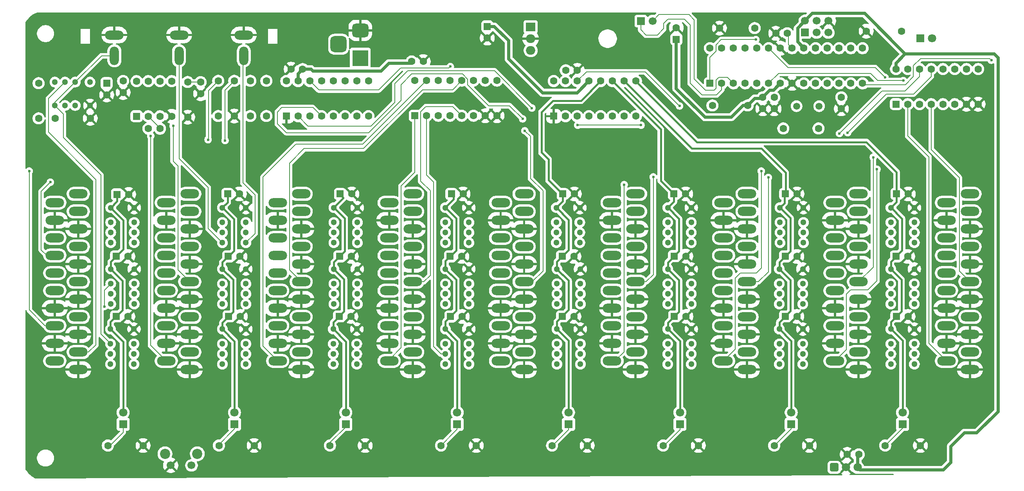
<source format=gbr>
%TF.GenerationSoftware,KiCad,Pcbnew,9.0.6*%
%TF.CreationDate,2025-10-31T15:30:12+00:00*%
%TF.ProjectId,SCART_Invader,53434152-545f-4496-9e76-616465722e6b,rev?*%
%TF.SameCoordinates,Original*%
%TF.FileFunction,Copper,L2,Bot*%
%TF.FilePolarity,Positive*%
%FSLAX46Y46*%
G04 Gerber Fmt 4.6, Leading zero omitted, Abs format (unit mm)*
G04 Created by KiCad (PCBNEW 9.0.6) date 2025-10-31 15:30:12*
%MOMM*%
%LPD*%
G01*
G04 APERTURE LIST*
G04 Aperture macros list*
%AMRoundRect*
0 Rectangle with rounded corners*
0 $1 Rounding radius*
0 $2 $3 $4 $5 $6 $7 $8 $9 X,Y pos of 4 corners*
0 Add a 4 corners polygon primitive as box body*
4,1,4,$2,$3,$4,$5,$6,$7,$8,$9,$2,$3,0*
0 Add four circle primitives for the rounded corners*
1,1,$1+$1,$2,$3*
1,1,$1+$1,$4,$5*
1,1,$1+$1,$6,$7*
1,1,$1+$1,$8,$9*
0 Add four rect primitives between the rounded corners*
20,1,$1+$1,$2,$3,$4,$5,0*
20,1,$1+$1,$4,$5,$6,$7,0*
20,1,$1+$1,$6,$7,$8,$9,0*
20,1,$1+$1,$8,$9,$2,$3,0*%
G04 Aperture macros list end*
%TA.AperFunction,ComponentPad*%
%ADD10C,1.300000*%
%TD*%
%TA.AperFunction,ComponentPad*%
%ADD11RoundRect,0.250000X-0.550000X-0.550000X0.550000X-0.550000X0.550000X0.550000X-0.550000X0.550000X0*%
%TD*%
%TA.AperFunction,ComponentPad*%
%ADD12C,1.600000*%
%TD*%
%TA.AperFunction,ComponentPad*%
%ADD13R,1.800000X1.800000*%
%TD*%
%TA.AperFunction,ComponentPad*%
%ADD14C,1.800000*%
%TD*%
%TA.AperFunction,ComponentPad*%
%ADD15O,4.000000X2.000000*%
%TD*%
%TA.AperFunction,ComponentPad*%
%ADD16RoundRect,0.250000X0.550000X-0.550000X0.550000X0.550000X-0.550000X0.550000X-0.550000X-0.550000X0*%
%TD*%
%TA.AperFunction,ComponentPad*%
%ADD17R,3.500000X3.500000*%
%TD*%
%TA.AperFunction,ComponentPad*%
%ADD18RoundRect,0.750000X-1.000000X0.750000X-1.000000X-0.750000X1.000000X-0.750000X1.000000X0.750000X0*%
%TD*%
%TA.AperFunction,ComponentPad*%
%ADD19RoundRect,0.875000X-0.875000X0.875000X-0.875000X-0.875000X0.875000X-0.875000X0.875000X0.875000X0*%
%TD*%
%TA.AperFunction,ComponentPad*%
%ADD20RoundRect,0.250000X-0.550000X0.550000X-0.550000X-0.550000X0.550000X-0.550000X0.550000X0.550000X0*%
%TD*%
%TA.AperFunction,ComponentPad*%
%ADD21R,1.700000X1.700000*%
%TD*%
%TA.AperFunction,ComponentPad*%
%ADD22C,1.700000*%
%TD*%
%TA.AperFunction,ComponentPad*%
%ADD23RoundRect,0.250200X-0.649800X-0.649800X0.649800X-0.649800X0.649800X0.649800X-0.649800X0.649800X0*%
%TD*%
%TA.AperFunction,ComponentPad*%
%ADD24O,2.000000X4.000000*%
%TD*%
%TA.AperFunction,ComponentPad*%
%ADD25C,2.200000*%
%TD*%
%TA.AperFunction,ComponentPad*%
%ADD26C,1.500000*%
%TD*%
%TA.AperFunction,ComponentPad*%
%ADD27R,2.000000X1.905000*%
%TD*%
%TA.AperFunction,ComponentPad*%
%ADD28O,2.000000X1.905000*%
%TD*%
%TA.AperFunction,ViaPad*%
%ADD29C,0.600000*%
%TD*%
%TA.AperFunction,Conductor*%
%ADD30C,0.700000*%
%TD*%
%TA.AperFunction,Conductor*%
%ADD31C,0.200000*%
%TD*%
%TA.AperFunction,Conductor*%
%ADD32C,0.400000*%
%TD*%
G04 APERTURE END LIST*
D10*
%TO.P,K11,1*%
%TO.N,/MUX_RL_4*%
X126629000Y-100467227D03*
%TO.P,K11,2*%
%TO.N,unconnected-(K11-Pad2)*%
X126629000Y-103667227D03*
%TO.P,K11,3*%
%TO.N,/BLUE_4*%
X126629000Y-105867227D03*
%TO.P,K11,4*%
%TO.N,/Blue_OUT*%
X126629000Y-108067227D03*
%TO.P,K11,5*%
%TO.N,/Green_OUT*%
X131709000Y-108067227D03*
%TO.P,K11,6*%
%TO.N,/GREEN_4*%
X131709000Y-105867227D03*
%TO.P,K11,7*%
%TO.N,unconnected-(K11-Pad7)*%
X131709000Y-103667227D03*
%TO.P,K11,8*%
%TO.N,GND*%
X131709000Y-100467227D03*
%TD*%
%TO.P,K22,1*%
%TO.N,/MUX_RL_7*%
X198882000Y-100467227D03*
%TO.P,K22,2*%
%TO.N,unconnected-(K22-Pad2)*%
X198882000Y-103667227D03*
%TO.P,K22,3*%
%TO.N,/BLUE_7*%
X198882000Y-105867227D03*
%TO.P,K22,4*%
%TO.N,/Blue_OUT*%
X198882000Y-108067227D03*
%TO.P,K22,5*%
%TO.N,/Green_OUT*%
X203962000Y-108067227D03*
%TO.P,K22,6*%
%TO.N,/GREEN_7*%
X203962000Y-105867227D03*
%TO.P,K22,7*%
%TO.N,unconnected-(K22-Pad7)*%
X203962000Y-103667227D03*
%TO.P,K22,8*%
%TO.N,GND*%
X203962000Y-100467227D03*
%TD*%
D11*
%TO.P,D30,1,K*%
%TO.N,/MUX_RL_3*%
X103710000Y-97750000D03*
D12*
%TO.P,D30,2,A*%
%TO.N,GND*%
X106250000Y-97750000D03*
%TD*%
%TO.P,C7,1*%
%TO.N,GND*%
X197764400Y-65748051D03*
%TO.P,C7,2*%
%TO.N,/X1*%
X197764400Y-63248051D03*
%TD*%
D13*
%TO.P,D8,1,K*%
%TO.N,Net-(D8-K)*%
X177364571Y-134112000D03*
D14*
%TO.P,D8,2,A*%
%TO.N,/MUX_RL_6*%
X177364571Y-131572000D03*
%TD*%
D15*
%TO.P,J5,1,P1*%
%TO.N,unconnected-(J5-P1-Pad1)*%
X71311426Y-84186134D03*
%TO.P,J5,2,P2*%
%TO.N,/RIGHT_1*%
X66231426Y-86101134D03*
%TO.P,J5,3,P3*%
%TO.N,unconnected-(J5-P3-Pad3)*%
X71311426Y-87996134D03*
%TO.P,J5,4,P4*%
%TO.N,GND*%
X66231426Y-89911134D03*
%TO.P,J5,5,P5*%
X71311426Y-91806134D03*
%TO.P,J5,6,P6*%
%TO.N,/LEFT_1*%
X66231426Y-93721134D03*
%TO.P,J5,7,P7*%
%TO.N,/BLUE_1*%
X71311426Y-95616134D03*
%TO.P,J5,8,P8*%
%TO.N,unconnected-(J5-P8-Pad8)*%
X66231426Y-97531134D03*
%TO.P,J5,9,P9*%
%TO.N,GND*%
X71311426Y-99426134D03*
%TO.P,J5,10,P10*%
%TO.N,unconnected-(J5-P10-Pad10)*%
X66231426Y-101341134D03*
%TO.P,J5,11,P11*%
%TO.N,/GREEN_1*%
X71311426Y-103236134D03*
%TO.P,J5,12,P12*%
%TO.N,unconnected-(J5-P12-Pad12)*%
X66231426Y-105151134D03*
%TO.P,J5,13,P13*%
%TO.N,GND*%
X71311426Y-107046134D03*
%TO.P,J5,14,P14*%
X66231426Y-108961134D03*
%TO.P,J5,15,P15*%
%TO.N,/RED_1*%
X71311426Y-110856134D03*
%TO.P,J5,16,P16*%
%TO.N,unconnected-(J5-P16-Pad16)*%
X66231426Y-112771134D03*
%TO.P,J5,17,P17*%
%TO.N,GND*%
X71311426Y-114666134D03*
%TO.P,J5,18,P18*%
X66231426Y-116581134D03*
%TO.P,J5,19,P19*%
%TO.N,unconnected-(J5-P19-Pad19)*%
X71311426Y-118476134D03*
%TO.P,J5,20,P20*%
%TO.N,/COMP_1*%
X66231426Y-120391134D03*
%TO.P,J5,21,P21*%
%TO.N,GND*%
X71311426Y-122286134D03*
%TD*%
D16*
%TO.P,C10,1*%
%TO.N,+5V*%
X176594887Y-50684313D03*
D12*
%TO.P,C10,2*%
%TO.N,GND*%
X176594887Y-48184313D03*
%TD*%
D16*
%TO.P,U8,1,CSYNC*%
%TO.N,Net-(U8-CSYNC)*%
X59792000Y-67370000D03*
D12*
%TO.P,U8,2,VIDEO*%
%TO.N,Net-(U8-VIDEO)*%
X62332000Y-67370000D03*
%TO.P,U8,3,FRAME*%
%TO.N,unconnected-(U8-FRAME-Pad3)*%
X64872000Y-67370000D03*
%TO.P,U8,4,GND*%
%TO.N,GND*%
X67412000Y-67370000D03*
%TO.P,U8,5,BURST*%
%TO.N,unconnected-(U8-BURST-Pad5)*%
X67412000Y-59750000D03*
%TO.P,U8,6,INT*%
%TO.N,Net-(U8-INT)*%
X64872000Y-59750000D03*
%TO.P,U8,7,O/E*%
%TO.N,unconnected-(U8-O{slash}E-Pad7)*%
X62332000Y-59750000D03*
%TO.P,U8,8,VCC*%
%TO.N,+5V*%
X59792000Y-59750000D03*
%TD*%
%TO.P,C6,1*%
%TO.N,GND*%
X212305458Y-65748051D03*
%TO.P,C6,2*%
%TO.N,/X2*%
X212305458Y-63248051D03*
%TD*%
D15*
%TO.P,J12,1,P1*%
%TO.N,unconnected-(J12-P1-Pad1)*%
X240130426Y-84186134D03*
%TO.P,J12,2,P2*%
%TO.N,/RIGHT_8*%
X235050426Y-86101134D03*
%TO.P,J12,3,P3*%
%TO.N,unconnected-(J12-P3-Pad3)*%
X240130426Y-87996134D03*
%TO.P,J12,4,P4*%
%TO.N,GND*%
X235050426Y-89911134D03*
%TO.P,J12,5,P5*%
X240130426Y-91806134D03*
%TO.P,J12,6,P6*%
%TO.N,/LEFT_8*%
X235050426Y-93721134D03*
%TO.P,J12,7,P7*%
%TO.N,/BLUE_8*%
X240130426Y-95616134D03*
%TO.P,J12,8,P8*%
%TO.N,unconnected-(J12-P8-Pad8)*%
X235050426Y-97531134D03*
%TO.P,J12,9,P9*%
%TO.N,GND*%
X240130426Y-99426134D03*
%TO.P,J12,10,P10*%
%TO.N,unconnected-(J12-P10-Pad10)*%
X235050426Y-101341134D03*
%TO.P,J12,11,P11*%
%TO.N,/GREEN_8*%
X240130426Y-103236134D03*
%TO.P,J12,12,P12*%
%TO.N,unconnected-(J12-P12-Pad12)*%
X235050426Y-105151134D03*
%TO.P,J12,13,P13*%
%TO.N,GND*%
X240130426Y-107046134D03*
%TO.P,J12,14,P14*%
X235050426Y-108961134D03*
%TO.P,J12,15,P15*%
%TO.N,/RED_8*%
X240130426Y-110856134D03*
%TO.P,J12,16,P16*%
%TO.N,unconnected-(J12-P16-Pad16)*%
X235050426Y-112771134D03*
%TO.P,J12,17,P17*%
%TO.N,GND*%
X240130426Y-114666134D03*
%TO.P,J12,18,P18*%
X235050426Y-116581134D03*
%TO.P,J12,19,P19*%
%TO.N,unconnected-(J12-P19-Pad19)*%
X240130426Y-118476134D03*
%TO.P,J12,20,P20*%
%TO.N,/COMP_8*%
X235050426Y-120391134D03*
%TO.P,J12,21,P21*%
%TO.N,GND*%
X240130426Y-122286134D03*
%TD*%
D10*
%TO.P,K2,1*%
%TO.N,/MUX_RL_1*%
X54213600Y-100467227D03*
%TO.P,K2,2*%
%TO.N,/Blue_OUT*%
X54213600Y-103667227D03*
%TO.P,K2,3*%
%TO.N,/BLUE_1*%
X54213600Y-105867227D03*
%TO.P,K2,4*%
%TO.N,unconnected-(K2-Pad4)*%
X54213600Y-108067227D03*
%TO.P,K2,5*%
%TO.N,unconnected-(K2-Pad5)*%
X59293600Y-108067227D03*
%TO.P,K2,6*%
%TO.N,/GREEN_1*%
X59293600Y-105867227D03*
%TO.P,K2,7*%
%TO.N,/Green_OUT*%
X59293600Y-103667227D03*
%TO.P,K2,8*%
%TO.N,GND*%
X59293600Y-100467227D03*
%TD*%
D11*
%TO.P,D15,1,K*%
%TO.N,/MUX_RL_3*%
X103833333Y-84201000D03*
D12*
%TO.P,D15,2,A*%
%TO.N,GND*%
X106373333Y-84201000D03*
%TD*%
%TO.P,C13,1*%
%TO.N,Net-(U8-INT)*%
X73660000Y-59964000D03*
%TO.P,C13,2*%
%TO.N,GND*%
X73660000Y-62464000D03*
%TD*%
D17*
%TO.P,J2,1*%
%TO.N,+12V*%
X108204000Y-54750000D03*
D18*
%TO.P,J2,2*%
%TO.N,GND*%
X108204000Y-48750000D03*
D19*
%TO.P,J2,3*%
%TO.N,N/C*%
X103504000Y-51750000D03*
%TD*%
D12*
%TO.P,R13,1*%
%TO.N,Net-(D5-K)*%
X101650800Y-138734800D03*
%TO.P,R13,2*%
%TO.N,GND*%
X109270800Y-138734800D03*
%TD*%
D16*
%TO.P,U5,1,~{RESET}/PC6*%
%TO.N,/~{RESET}*%
X183878384Y-60232836D03*
D12*
%TO.P,U5,2,PD0*%
%TO.N,/D0*%
X186418384Y-60232836D03*
%TO.P,U5,3,PD1*%
%TO.N,/D1*%
X188958384Y-60232836D03*
%TO.P,U5,4,PD2*%
%TO.N,/D2*%
X191498384Y-60232836D03*
%TO.P,U5,5,PD3*%
%TO.N,/D3*%
X194038384Y-60232836D03*
%TO.P,U5,6,PD4*%
%TO.N,/D4*%
X196578384Y-60232836D03*
%TO.P,U5,7,VCC*%
%TO.N,+5V*%
X199118384Y-60232836D03*
%TO.P,U5,8,GND*%
%TO.N,GND*%
X201658384Y-60232836D03*
%TO.P,U5,9,XTAL1/PB6*%
%TO.N,/X1*%
X204198384Y-60232836D03*
%TO.P,U5,10,XTAL2/PB7*%
%TO.N,/X2*%
X206738384Y-60232836D03*
%TO.P,U5,11,PD5*%
%TO.N,/D5*%
X209278384Y-60232836D03*
%TO.P,U5,12,PD6*%
%TO.N,/D6*%
X211818384Y-60232836D03*
%TO.P,U5,13,PD7*%
%TO.N,/D7*%
X214358384Y-60232836D03*
%TO.P,U5,14,PB0*%
%TO.N,/D8*%
X216898384Y-60232836D03*
%TO.P,U5,15,PB1*%
%TO.N,/ARGB_~{OE}*%
X216898384Y-52612836D03*
%TO.P,U5,16,PB2*%
%TO.N,/D10*%
X214358384Y-52612836D03*
%TO.P,U5,17,PB3*%
%TO.N,/D11*%
X211818384Y-52612836D03*
%TO.P,U5,18,PB4*%
%TO.N,/D12*%
X209278384Y-52612836D03*
%TO.P,U5,19,PB5*%
%TO.N,/D13*%
X206738384Y-52612836D03*
%TO.P,U5,20,AVCC*%
%TO.N,+5V*%
X204198384Y-52612836D03*
%TO.P,U5,21,AREF*%
%TO.N,Net-(U5-AREF)*%
X201658384Y-52612836D03*
%TO.P,U5,22,GND*%
%TO.N,GND*%
X199118384Y-52612836D03*
%TO.P,U5,23,PC0*%
%TO.N,/A0*%
X196578384Y-52612836D03*
%TO.P,U5,24,PC1*%
%TO.N,/A1*%
X194038384Y-52612836D03*
%TO.P,U5,25,PC2*%
%TO.N,/A2*%
X191498384Y-52612836D03*
%TO.P,U5,26,PC3*%
%TO.N,/A3*%
X188958384Y-52612836D03*
%TO.P,U5,27,PC4*%
%TO.N,/A4*%
X186418384Y-52612836D03*
%TO.P,U5,28,PC5*%
%TO.N,/A5*%
X183878384Y-52612836D03*
%TD*%
D15*
%TO.P,J11,1,P1*%
%TO.N,unconnected-(J11-P1-Pad1)*%
X216013426Y-84186134D03*
%TO.P,J11,2,P2*%
%TO.N,/RIGHT_7*%
X210933426Y-86101134D03*
%TO.P,J11,3,P3*%
%TO.N,unconnected-(J11-P3-Pad3)*%
X216013426Y-87996134D03*
%TO.P,J11,4,P4*%
%TO.N,GND*%
X210933426Y-89911134D03*
%TO.P,J11,5,P5*%
X216013426Y-91806134D03*
%TO.P,J11,6,P6*%
%TO.N,/LEFT_7*%
X210933426Y-93721134D03*
%TO.P,J11,7,P7*%
%TO.N,/BLUE_7*%
X216013426Y-95616134D03*
%TO.P,J11,8,P8*%
%TO.N,unconnected-(J11-P8-Pad8)*%
X210933426Y-97531134D03*
%TO.P,J11,9,P9*%
%TO.N,GND*%
X216013426Y-99426134D03*
%TO.P,J11,10,P10*%
%TO.N,unconnected-(J11-P10-Pad10)*%
X210933426Y-101341134D03*
%TO.P,J11,11,P11*%
%TO.N,/GREEN_7*%
X216013426Y-103236134D03*
%TO.P,J11,12,P12*%
%TO.N,unconnected-(J11-P12-Pad12)*%
X210933426Y-105151134D03*
%TO.P,J11,13,P13*%
%TO.N,GND*%
X216013426Y-107046134D03*
%TO.P,J11,14,P14*%
X210933426Y-108961134D03*
%TO.P,J11,15,P15*%
%TO.N,/RED_7*%
X216013426Y-110856134D03*
%TO.P,J11,16,P16*%
%TO.N,unconnected-(J11-P16-Pad16)*%
X210933426Y-112771134D03*
%TO.P,J11,17,P17*%
%TO.N,GND*%
X216013426Y-114666134D03*
%TO.P,J11,18,P18*%
X210933426Y-116581134D03*
%TO.P,J11,19,P19*%
%TO.N,unconnected-(J11-P19-Pad19)*%
X216013426Y-118476134D03*
%TO.P,J11,20,P20*%
%TO.N,/COMP_7*%
X210933426Y-120391134D03*
%TO.P,J11,21,P21*%
%TO.N,GND*%
X216013426Y-122286134D03*
%TD*%
D12*
%TO.P,R14,1*%
%TO.N,Net-(D6-K)*%
X125679200Y-138734800D03*
%TO.P,R14,2*%
%TO.N,GND*%
X133299200Y-138734800D03*
%TD*%
D11*
%TO.P,D33,1,K*%
%TO.N,/MUX_RL_1*%
X55385686Y-97750000D03*
D12*
%TO.P,D33,2,A*%
%TO.N,GND*%
X57925686Y-97750000D03*
%TD*%
D13*
%TO.P,D7,1,K*%
%TO.N,Net-(D7-K)*%
X153270857Y-134112000D03*
D14*
%TO.P,D7,2,A*%
%TO.N,/MUX_RL_5*%
X153270857Y-131572000D03*
%TD*%
D13*
%TO.P,D3,1,K*%
%TO.N,Net-(D3-K)*%
X80989714Y-134112000D03*
D14*
%TO.P,D3,2,A*%
%TO.N,/MUX_RL_2*%
X80989714Y-131572000D03*
%TD*%
D10*
%TO.P,K23,1*%
%TO.N,/MUX_RL_7*%
X199019000Y-87172800D03*
%TO.P,K23,2*%
%TO.N,unconnected-(K23-Pad2)*%
X199019000Y-90372800D03*
%TO.P,K23,3*%
%TO.N,/LEFT_7*%
X199019000Y-92572800D03*
%TO.P,K23,4*%
%TO.N,/Audio_L_OUT*%
X199019000Y-94772800D03*
%TO.P,K23,5*%
%TO.N,/Audio_R_OUT*%
X204099000Y-94772800D03*
%TO.P,K23,6*%
%TO.N,/RIGHT_7*%
X204099000Y-92572800D03*
%TO.P,K23,7*%
%TO.N,unconnected-(K23-Pad7)*%
X204099000Y-90372800D03*
%TO.P,K23,8*%
%TO.N,GND*%
X204099000Y-87172800D03*
%TD*%
D12*
%TO.P,R8,1*%
%TO.N,/X1*%
X199745600Y-70002400D03*
%TO.P,R8,2*%
%TO.N,/X2*%
X207365600Y-70002400D03*
%TD*%
D20*
%TO.P,D19,1,K*%
%TO.N,/RL_CSYNC*%
X53340000Y-60198000D03*
D12*
%TO.P,D19,2,A*%
%TO.N,GND*%
X53340000Y-62738000D03*
%TD*%
D20*
%TO.P,C9,1*%
%TO.N,+12V*%
X135686800Y-47904400D03*
D12*
%TO.P,C9,2*%
%TO.N,GND*%
X135686800Y-50404400D03*
%TD*%
D11*
%TO.P,D17,1,K*%
%TO.N,/MUX_RL_7*%
X200166667Y-84201000D03*
D12*
%TO.P,D17,2,A*%
%TO.N,GND*%
X202706667Y-84201000D03*
%TD*%
D21*
%TO.P,J1,1,Pin_1*%
%TO.N,/D12*%
X204418384Y-49232836D03*
D22*
%TO.P,J1,2,Pin_2*%
%TO.N,+5V*%
X204418384Y-46692836D03*
%TO.P,J1,3,Pin_3*%
%TO.N,/D13*%
X206958384Y-49232836D03*
%TO.P,J1,4,Pin_4*%
%TO.N,/D11*%
X206958384Y-46692836D03*
%TO.P,J1,5,Pin_5*%
%TO.N,/~{RESET}*%
X209498384Y-49232836D03*
%TO.P,J1,6,Pin_6*%
%TO.N,GND*%
X209498384Y-46692836D03*
%TD*%
D13*
%TO.P,D10,1,K*%
%TO.N,Net-(D10-K)*%
X225552000Y-134112000D03*
D14*
%TO.P,D10,2,A*%
%TO.N,/MUX_RL_8*%
X225552000Y-131572000D03*
%TD*%
D13*
%TO.P,D2,1,K*%
%TO.N,Net-(D2-K)*%
X56896000Y-134112000D03*
D14*
%TO.P,D2,2,A*%
%TO.N,/MUX_RL_1*%
X56896000Y-131572000D03*
%TD*%
D12*
%TO.P,C4,1*%
%TO.N,Net-(U5-AREF)*%
X200609200Y-49377600D03*
%TO.P,C4,2*%
%TO.N,GND*%
X198109200Y-49377600D03*
%TD*%
%TO.P,R10,1*%
%TO.N,Net-(D2-K)*%
X53594000Y-138734800D03*
%TO.P,R10,2*%
%TO.N,GND*%
X61214000Y-138734800D03*
%TD*%
D11*
%TO.P,D1,1,K*%
%TO.N,/MUX_RL_8*%
X224135686Y-97750000D03*
D12*
%TO.P,D1,2,A*%
%TO.N,GND*%
X226675686Y-97750000D03*
%TD*%
D10*
%TO.P,K8,1*%
%TO.N,/MUX_RL_3*%
X102489000Y-100467227D03*
%TO.P,K8,2*%
%TO.N,unconnected-(K8-Pad2)*%
X102489000Y-103667227D03*
%TO.P,K8,3*%
%TO.N,/BLUE_3*%
X102489000Y-105867227D03*
%TO.P,K8,4*%
%TO.N,/Blue_OUT*%
X102489000Y-108067227D03*
%TO.P,K8,5*%
%TO.N,/Green_OUT*%
X107569000Y-108067227D03*
%TO.P,K8,6*%
%TO.N,/GREEN_3*%
X107569000Y-105867227D03*
%TO.P,K8,7*%
%TO.N,unconnected-(K8-Pad7)*%
X107569000Y-103667227D03*
%TO.P,K8,8*%
%TO.N,GND*%
X107569000Y-100467227D03*
%TD*%
D11*
%TO.P,D20,1,K*%
%TO.N,/MUX_RL_8*%
X224210000Y-110750000D03*
D12*
%TO.P,D20,2,A*%
%TO.N,GND*%
X226750000Y-110750000D03*
%TD*%
%TO.P,R21,1*%
%TO.N,Net-(U8-INT)*%
X70866000Y-59944000D03*
%TO.P,R21,2*%
%TO.N,GND*%
X70866000Y-67564000D03*
%TD*%
D16*
%TO.P,U4,1,GND*%
%TO.N,GND*%
X150072615Y-67354090D03*
D12*
%TO.P,U4,2,CLOCK*%
%TO.N,/D6*%
X152612615Y-67354090D03*
%TO.P,U4,3,SER_IN*%
%TO.N,/D7*%
X155152615Y-67354090D03*
%TO.P,U4,4,STROBE*%
%TO.N,/D5*%
X157692615Y-67354090D03*
%TO.P,U4,5,OUT1*%
%TO.N,/MUX_RL_1*%
X160232615Y-67354090D03*
%TO.P,U4,6,OUT2*%
%TO.N,/MUX_RL_2*%
X162772615Y-67354090D03*
%TO.P,U4,7,OUT3*%
%TO.N,/MUX_RL_3*%
X165312615Y-67354090D03*
%TO.P,U4,8,OUT4*%
%TO.N,/MUX_RL_4*%
X167852615Y-67354090D03*
%TO.P,U4,9,OUT5*%
%TO.N,/MUX_RL_8*%
X167852615Y-59734090D03*
%TO.P,U4,10,OUT6*%
%TO.N,/MUX_RL_7*%
X165312615Y-59734090D03*
%TO.P,U4,11,OUT7*%
%TO.N,/MUX_RL_6*%
X162772615Y-59734090D03*
%TO.P,U4,12,OUT8*%
%TO.N,/MUX_RL_5*%
X160232615Y-59734090D03*
%TO.P,U4,13,V_{BB}*%
%TO.N,+12V*%
X157692615Y-59734090D03*
%TO.P,U4,14,~{OE}*%
%TO.N,/D3*%
X155152615Y-59734090D03*
%TO.P,U4,15,V_{DD}*%
%TO.N,+5V*%
X152612615Y-59734090D03*
%TO.P,U4,16,SER_OUT*%
%TO.N,/DATA_2*%
X150072615Y-59734090D03*
%TD*%
D10*
%TO.P,K15,1*%
%TO.N,/MUX_RL_5*%
X150759000Y-100467227D03*
%TO.P,K15,2*%
%TO.N,unconnected-(K15-Pad2)*%
X150759000Y-103667227D03*
%TO.P,K15,3*%
%TO.N,/BLUE_5*%
X150759000Y-105867227D03*
%TO.P,K15,4*%
%TO.N,/Blue_OUT*%
X150759000Y-108067227D03*
%TO.P,K15,5*%
%TO.N,/Green_OUT*%
X155839000Y-108067227D03*
%TO.P,K15,6*%
%TO.N,/GREEN_5*%
X155839000Y-105867227D03*
%TO.P,K15,7*%
%TO.N,unconnected-(K15-Pad7)*%
X155839000Y-103667227D03*
%TO.P,K15,8*%
%TO.N,GND*%
X155839000Y-100467227D03*
%TD*%
D23*
%TO.P,U6,1,OUT*%
%TO.N,/D8*%
X210743800Y-143459200D03*
D14*
%TO.P,U6,2,GND*%
%TO.N,GND*%
X213283800Y-143459200D03*
%TO.P,U6,3,Vs*%
%TO.N,+5V*%
X215823800Y-143459200D03*
%TD*%
D10*
%TO.P,K13,1*%
%TO.N,/RL_CSYNC*%
X49724000Y-59954000D03*
%TO.P,K13,2*%
%TO.N,/Comp_SELECTED*%
X46524000Y-59954000D03*
%TO.P,K13,3*%
%TO.N,/Comp_OUT*%
X44324000Y-59954000D03*
%TO.P,K13,4*%
%TO.N,Net-(K13-Pad4)*%
X42124000Y-59954000D03*
%TO.P,K13,5*%
%TO.N,/Comp_SELECTED*%
X42124000Y-65034000D03*
%TO.P,K13,6*%
%TO.N,Net-(C12-Pad2)*%
X44324000Y-65034000D03*
%TO.P,K13,7*%
%TO.N,unconnected-(K13-Pad7)*%
X46524000Y-65034000D03*
%TO.P,K13,8*%
%TO.N,GND*%
X49724000Y-65034000D03*
%TD*%
D15*
%TO.P,J3,1,1*%
%TO.N,GND*%
X83000000Y-49750000D03*
D24*
%TO.P,J3,2,2*%
%TO.N,/Audio_R_OUT*%
X83000000Y-54250000D03*
D15*
%TO.P,J3,3,3*%
%TO.N,GND*%
X69000000Y-49750000D03*
D24*
%TO.P,J3,4,4*%
%TO.N,/Audio_L_OUT*%
X69000000Y-54250000D03*
D15*
%TO.P,J3,5,5*%
%TO.N,GND*%
X55000000Y-49750000D03*
D24*
%TO.P,J3,6,6*%
%TO.N,/Comp_SELECTED*%
X55000000Y-54250000D03*
%TD*%
D11*
%TO.P,D14,1,K*%
%TO.N,/MUX_RL_4*%
X127916667Y-84201000D03*
D12*
%TO.P,D14,2,A*%
%TO.N,GND*%
X130456667Y-84201000D03*
%TD*%
%TO.P,R1,1*%
%TO.N,/ASPECT_SWITCHING*%
X87884000Y-59690000D03*
%TO.P,R1,2*%
%TO.N,Net-(U1-OUT1)*%
X87884000Y-67310000D03*
%TD*%
D11*
%TO.P,D34,1,K*%
%TO.N,/MUX_RL_1*%
X55385686Y-110750000D03*
D12*
%TO.P,D34,2,A*%
%TO.N,GND*%
X57925686Y-110750000D03*
%TD*%
D16*
%TO.P,U2,1,X4*%
%TO.N,/COMP_3*%
X120010000Y-67250000D03*
D12*
%TO.P,U2,2,X6*%
%TO.N,/COMP_4*%
X122550000Y-67250000D03*
%TO.P,U2,3,X*%
%TO.N,/A0*%
X125090000Y-67250000D03*
%TO.P,U2,4,X7*%
%TO.N,/GREEN_4*%
X127630000Y-67250000D03*
%TO.P,U2,5,X5*%
%TO.N,/GREEN_3*%
X130170000Y-67250000D03*
%TO.P,U2,6,INH*%
%TO.N,/D2*%
X132710000Y-67250000D03*
%TO.P,U2,7,VEE*%
%TO.N,GND*%
X135250000Y-67250000D03*
%TO.P,U2,8,VSS*%
X137790000Y-67250000D03*
%TO.P,U2,9,C*%
%TO.N,/A1*%
X137790000Y-59630000D03*
%TO.P,U2,10,B*%
%TO.N,/A2*%
X135250000Y-59630000D03*
%TO.P,U2,11,A*%
%TO.N,/A3*%
X132710000Y-59630000D03*
%TO.P,U2,12,X3*%
%TO.N,/GREEN_2*%
X130170000Y-59630000D03*
%TO.P,U2,13,X0*%
%TO.N,/COMP_1*%
X127630000Y-59630000D03*
%TO.P,U2,14,X1*%
%TO.N,/GREEN_1*%
X125090000Y-59630000D03*
%TO.P,U2,15,X2*%
%TO.N,/COMP_2*%
X122550000Y-59630000D03*
%TO.P,U2,16,VDD*%
%TO.N,+5V*%
X120010000Y-59630000D03*
%TD*%
%TO.P,R3,1*%
%TO.N,/ASPECT_SWITCHING*%
X84412667Y-59690000D03*
%TO.P,R3,2*%
%TO.N,Net-(U1-OUT2)*%
X84412667Y-67310000D03*
%TD*%
%TO.P,C8,1*%
%TO.N,+5V*%
X216057800Y-140665200D03*
%TO.P,C8,2*%
%TO.N,GND*%
X213557800Y-140665200D03*
%TD*%
%TO.P,C3,1*%
%TO.N,+5V*%
X95738000Y-57150000D03*
%TO.P,C3,2*%
%TO.N,GND*%
X93238000Y-57150000D03*
%TD*%
D11*
%TO.P,D31,1,K*%
%TO.N,/MUX_RL_2*%
X79710000Y-110750000D03*
D12*
%TO.P,D31,2,A*%
%TO.N,GND*%
X82250000Y-110750000D03*
%TD*%
D15*
%TO.P,J10,1,P1*%
%TO.N,unconnected-(J10-P1-Pad1)*%
X191896426Y-84186134D03*
%TO.P,J10,2,P2*%
%TO.N,/RIGHT_6*%
X186816426Y-86101134D03*
%TO.P,J10,3,P3*%
%TO.N,unconnected-(J10-P3-Pad3)*%
X191896426Y-87996134D03*
%TO.P,J10,4,P4*%
%TO.N,GND*%
X186816426Y-89911134D03*
%TO.P,J10,5,P5*%
X191896426Y-91806134D03*
%TO.P,J10,6,P6*%
%TO.N,/LEFT_6*%
X186816426Y-93721134D03*
%TO.P,J10,7,P7*%
%TO.N,/BLUE_6*%
X191896426Y-95616134D03*
%TO.P,J10,8,P8*%
%TO.N,unconnected-(J10-P8-Pad8)*%
X186816426Y-97531134D03*
%TO.P,J10,9,P9*%
%TO.N,GND*%
X191896426Y-99426134D03*
%TO.P,J10,10,P10*%
%TO.N,unconnected-(J10-P10-Pad10)*%
X186816426Y-101341134D03*
%TO.P,J10,11,P11*%
%TO.N,/GREEN_6*%
X191896426Y-103236134D03*
%TO.P,J10,12,P12*%
%TO.N,unconnected-(J10-P12-Pad12)*%
X186816426Y-105151134D03*
%TO.P,J10,13,P13*%
%TO.N,GND*%
X191896426Y-107046134D03*
%TO.P,J10,14,P14*%
X186816426Y-108961134D03*
%TO.P,J10,15,P15*%
%TO.N,/RED_6*%
X191896426Y-110856134D03*
%TO.P,J10,16,P16*%
%TO.N,unconnected-(J10-P16-Pad16)*%
X186816426Y-112771134D03*
%TO.P,J10,17,P17*%
%TO.N,GND*%
X191896426Y-114666134D03*
%TO.P,J10,18,P18*%
X186816426Y-116581134D03*
%TO.P,J10,19,P19*%
%TO.N,unconnected-(J10-P19-Pad19)*%
X191896426Y-118476134D03*
%TO.P,J10,20,P20*%
%TO.N,/COMP_6*%
X186816426Y-120391134D03*
%TO.P,J10,21,P21*%
%TO.N,GND*%
X191896426Y-122286134D03*
%TD*%
D10*
%TO.P,K16,1*%
%TO.N,/MUX_RL_5*%
X150632000Y-87172800D03*
%TO.P,K16,2*%
%TO.N,unconnected-(K16-Pad2)*%
X150632000Y-90372800D03*
%TO.P,K16,3*%
%TO.N,/LEFT_5*%
X150632000Y-92572800D03*
%TO.P,K16,4*%
%TO.N,/Audio_L_OUT*%
X150632000Y-94772800D03*
%TO.P,K16,5*%
%TO.N,/Audio_R_OUT*%
X155712000Y-94772800D03*
%TO.P,K16,6*%
%TO.N,/RIGHT_5*%
X155712000Y-92572800D03*
%TO.P,K16,7*%
%TO.N,unconnected-(K16-Pad7)*%
X155712000Y-90372800D03*
%TO.P,K16,8*%
%TO.N,GND*%
X155712000Y-87172800D03*
%TD*%
D12*
%TO.P,R17,1*%
%TO.N,Net-(D9-K)*%
X197764400Y-138734800D03*
%TO.P,R17,2*%
%TO.N,GND*%
X205384400Y-138734800D03*
%TD*%
D10*
%TO.P,K18,1*%
%TO.N,/MUX_RL_6*%
X174752000Y-100467227D03*
%TO.P,K18,2*%
%TO.N,unconnected-(K18-Pad2)*%
X174752000Y-103667227D03*
%TO.P,K18,3*%
%TO.N,/BLUE_6*%
X174752000Y-105867227D03*
%TO.P,K18,4*%
%TO.N,/Blue_OUT*%
X174752000Y-108067227D03*
%TO.P,K18,5*%
%TO.N,/Green_OUT*%
X179832000Y-108067227D03*
%TO.P,K18,6*%
%TO.N,/GREEN_6*%
X179832000Y-105867227D03*
%TO.P,K18,7*%
%TO.N,unconnected-(K18-Pad7)*%
X179832000Y-103667227D03*
%TO.P,K18,8*%
%TO.N,GND*%
X179832000Y-100467227D03*
%TD*%
%TO.P,K5,1*%
%TO.N,/MUX_RL_2*%
X78369000Y-100467227D03*
%TO.P,K5,2*%
%TO.N,unconnected-(K5-Pad2)*%
X78369000Y-103667227D03*
%TO.P,K5,3*%
%TO.N,/BLUE_2*%
X78369000Y-105867227D03*
%TO.P,K5,4*%
%TO.N,/Blue_OUT*%
X78369000Y-108067227D03*
%TO.P,K5,5*%
%TO.N,/Green_OUT*%
X83449000Y-108067227D03*
%TO.P,K5,6*%
%TO.N,/GREEN_2*%
X83449000Y-105867227D03*
%TO.P,K5,7*%
%TO.N,unconnected-(K5-Pad7)*%
X83449000Y-103667227D03*
%TO.P,K5,8*%
%TO.N,GND*%
X83449000Y-100467227D03*
%TD*%
D12*
%TO.P,C1,1*%
%TO.N,+5V*%
X195305458Y-63248051D03*
%TO.P,C1,2*%
%TO.N,GND*%
X195305458Y-65748051D03*
%TD*%
D15*
%TO.P,J8,1,P1*%
%TO.N,unconnected-(J8-P1-Pad1)*%
X143662426Y-84186134D03*
%TO.P,J8,2,P2*%
%TO.N,/RIGHT_4*%
X138582426Y-86101134D03*
%TO.P,J8,3,P3*%
%TO.N,unconnected-(J8-P3-Pad3)*%
X143662426Y-87996134D03*
%TO.P,J8,4,P4*%
%TO.N,GND*%
X138582426Y-89911134D03*
%TO.P,J8,5,P5*%
X143662426Y-91806134D03*
%TO.P,J8,6,P6*%
%TO.N,/LEFT_4*%
X138582426Y-93721134D03*
%TO.P,J8,7,P7*%
%TO.N,/BLUE_4*%
X143662426Y-95616134D03*
%TO.P,J8,8,P8*%
%TO.N,unconnected-(J8-P8-Pad8)*%
X138582426Y-97531134D03*
%TO.P,J8,9,P9*%
%TO.N,GND*%
X143662426Y-99426134D03*
%TO.P,J8,10,P10*%
%TO.N,unconnected-(J8-P10-Pad10)*%
X138582426Y-101341134D03*
%TO.P,J8,11,P11*%
%TO.N,/GREEN_4*%
X143662426Y-103236134D03*
%TO.P,J8,12,P12*%
%TO.N,unconnected-(J8-P12-Pad12)*%
X138582426Y-105151134D03*
%TO.P,J8,13,P13*%
%TO.N,GND*%
X143662426Y-107046134D03*
%TO.P,J8,14,P14*%
X138582426Y-108961134D03*
%TO.P,J8,15,P15*%
%TO.N,/RED_4*%
X143662426Y-110856134D03*
%TO.P,J8,16,P16*%
%TO.N,unconnected-(J8-P16-Pad16)*%
X138582426Y-112771134D03*
%TO.P,J8,17,P17*%
%TO.N,GND*%
X143662426Y-114666134D03*
%TO.P,J8,18,P18*%
X138582426Y-116581134D03*
%TO.P,J8,19,P19*%
%TO.N,unconnected-(J8-P19-Pad19)*%
X143662426Y-118476134D03*
%TO.P,J8,20,P20*%
%TO.N,/COMP_4*%
X138582426Y-120391134D03*
%TO.P,J8,21,P21*%
%TO.N,GND*%
X143662426Y-122286134D03*
%TD*%
D12*
%TO.P,R4,1*%
%TO.N,/RGB_SWITCHING*%
X77470000Y-59690000D03*
%TO.P,R4,2*%
%TO.N,Net-(U1-OUT4)*%
X77470000Y-67310000D03*
%TD*%
D13*
%TO.P,D9,1,K*%
%TO.N,Net-(D9-K)*%
X201458286Y-134112000D03*
D14*
%TO.P,D9,2,A*%
%TO.N,/MUX_RL_7*%
X201458286Y-131572000D03*
%TD*%
D10*
%TO.P,K20,1*%
%TO.N,/MUX_RL_7*%
X198882000Y-113500000D03*
%TO.P,K20,2*%
%TO.N,unconnected-(K20-Pad2)*%
X198882000Y-116700000D03*
%TO.P,K20,3*%
%TO.N,/COMP_7*%
X198882000Y-118900000D03*
%TO.P,K20,4*%
%TO.N,/Comp_SELECTED*%
X198882000Y-121100000D03*
%TO.P,K20,5*%
%TO.N,/Red_OUT*%
X203962000Y-121100000D03*
%TO.P,K20,6*%
%TO.N,/RED_7*%
X203962000Y-118900000D03*
%TO.P,K20,7*%
%TO.N,unconnected-(K20-Pad7)*%
X203962000Y-116700000D03*
%TO.P,K20,8*%
%TO.N,GND*%
X203962000Y-113500000D03*
%TD*%
D13*
%TO.P,D5,1,K*%
%TO.N,Net-(D5-K)*%
X105083429Y-134112000D03*
D14*
%TO.P,D5,2,A*%
%TO.N,/MUX_RL_3*%
X105083429Y-131572000D03*
%TD*%
D12*
%TO.P,R7,1*%
%TO.N,/A0*%
X193548000Y-48260000D03*
%TO.P,R7,2*%
%TO.N,GND*%
X185928000Y-48260000D03*
%TD*%
D10*
%TO.P,K4,1*%
%TO.N,/MUX_RL_2*%
X78359000Y-113500000D03*
%TO.P,K4,2*%
%TO.N,unconnected-(K4-Pad2)*%
X78359000Y-116700000D03*
%TO.P,K4,3*%
%TO.N,/COMP_2*%
X78359000Y-118900000D03*
%TO.P,K4,4*%
%TO.N,/Comp_SELECTED*%
X78359000Y-121100000D03*
%TO.P,K4,5*%
%TO.N,/Red_OUT*%
X83439000Y-121100000D03*
%TO.P,K4,6*%
%TO.N,/RED_2*%
X83439000Y-118900000D03*
%TO.P,K4,7*%
%TO.N,unconnected-(K4-Pad7)*%
X83439000Y-116700000D03*
%TO.P,K4,8*%
%TO.N,GND*%
X83439000Y-113500000D03*
%TD*%
D12*
%TO.P,R15,1*%
%TO.N,Net-(D7-K)*%
X149707600Y-138734800D03*
%TO.P,R15,2*%
%TO.N,GND*%
X157327600Y-138734800D03*
%TD*%
D16*
%TO.P,U1,1,GND*%
%TO.N,GND*%
X92202000Y-67354090D03*
D12*
%TO.P,U1,2,CLOCK*%
%TO.N,/D6*%
X94742000Y-67354090D03*
%TO.P,U1,3,SER_IN*%
%TO.N,/DATA_2*%
X97282000Y-67354090D03*
%TO.P,U1,4,STROBE*%
%TO.N,/D5*%
X99822000Y-67354090D03*
%TO.P,U1,5,OUT1*%
%TO.N,Net-(U1-OUT1)*%
X102362000Y-67354090D03*
%TO.P,U1,6,OUT2*%
%TO.N,Net-(U1-OUT2)*%
X104902000Y-67354090D03*
%TO.P,U1,7,OUT3*%
%TO.N,unconnected-(U1-OUT3-Pad7)*%
X107442000Y-67354090D03*
%TO.P,U1,8,OUT4*%
%TO.N,Net-(U1-OUT4)*%
X109982000Y-67354090D03*
%TO.P,U1,9,OUT5*%
%TO.N,unconnected-(U1-OUT5-Pad9)*%
X109982000Y-59734090D03*
%TO.P,U1,10,OUT6*%
%TO.N,unconnected-(U1-OUT6-Pad10)*%
X107442000Y-59734090D03*
%TO.P,U1,11,OUT7*%
%TO.N,unconnected-(U1-OUT7-Pad11)*%
X104902000Y-59734090D03*
%TO.P,U1,12,OUT8*%
%TO.N,/RL_CSYNC*%
X102362000Y-59734090D03*
%TO.P,U1,13,V_{BB}*%
%TO.N,+12V*%
X99822000Y-59734090D03*
%TO.P,U1,14,~{OE}*%
%TO.N,/D3*%
X97282000Y-59734090D03*
%TO.P,U1,15,V_{DD}*%
%TO.N,+5V*%
X94742000Y-59734090D03*
%TO.P,U1,16,SER_OUT*%
%TO.N,unconnected-(U1-SER_OUT-Pad16)*%
X92202000Y-59734090D03*
%TD*%
D15*
%TO.P,J4,1,P1*%
%TO.N,/Audio_R_OUT*%
X47194426Y-84186134D03*
%TO.P,J4,2,P2*%
%TO.N,unconnected-(J4-P2-Pad2)*%
X42114426Y-86101134D03*
%TO.P,J4,3,P3*%
%TO.N,/Audio_L_OUT*%
X47194426Y-87996134D03*
%TO.P,J4,4,P4*%
%TO.N,GND*%
X42114426Y-89911134D03*
%TO.P,J4,5,P5*%
X47194426Y-91806134D03*
%TO.P,J4,6,P6*%
%TO.N,unconnected-(J4-P6-Pad6)*%
X42114426Y-93721134D03*
%TO.P,J4,7,P7*%
%TO.N,/Blue_OUT*%
X47194426Y-95616134D03*
%TO.P,J4,8,P8*%
%TO.N,/ASPECT_SWITCHING*%
X42114426Y-97531134D03*
%TO.P,J4,9,P9*%
%TO.N,GND*%
X47194426Y-99426134D03*
%TO.P,J4,10,P10*%
%TO.N,unconnected-(J4-P10-Pad10)*%
X42114426Y-101341134D03*
%TO.P,J4,11,P11*%
%TO.N,/Green_OUT*%
X47194426Y-103236134D03*
%TO.P,J4,12,P12*%
%TO.N,unconnected-(J4-P12-Pad12)*%
X42114426Y-105151134D03*
%TO.P,J4,13,P13*%
%TO.N,GND*%
X47194426Y-107046134D03*
%TO.P,J4,14,P14*%
X42114426Y-108961134D03*
%TO.P,J4,15,P15*%
%TO.N,/Red_OUT*%
X47194426Y-110856134D03*
%TO.P,J4,16,P16*%
%TO.N,/RGB_SWITCHING*%
X42114426Y-112771134D03*
%TO.P,J4,17,P17*%
%TO.N,GND*%
X47194426Y-114666134D03*
%TO.P,J4,18,P18*%
X42114426Y-116581134D03*
%TO.P,J4,19,P19*%
%TO.N,/Comp_OUT*%
X47194426Y-118476134D03*
%TO.P,J4,20,P20*%
%TO.N,unconnected-(J4-P20-Pad20)*%
X42114426Y-120391134D03*
%TO.P,J4,21,P21*%
%TO.N,GND*%
X47194426Y-122286134D03*
%TD*%
D10*
%TO.P,K14,1*%
%TO.N,/MUX_RL_5*%
X150749000Y-113500000D03*
%TO.P,K14,2*%
%TO.N,unconnected-(K14-Pad2)*%
X150749000Y-116700000D03*
%TO.P,K14,3*%
%TO.N,/COMP_5*%
X150749000Y-118900000D03*
%TO.P,K14,4*%
%TO.N,/Comp_SELECTED*%
X150749000Y-121100000D03*
%TO.P,K14,5*%
%TO.N,/Red_OUT*%
X155829000Y-121100000D03*
%TO.P,K14,6*%
%TO.N,/RED_5*%
X155829000Y-118900000D03*
%TO.P,K14,7*%
%TO.N,unconnected-(K14-Pad7)*%
X155829000Y-116700000D03*
%TO.P,K14,8*%
%TO.N,GND*%
X155829000Y-113500000D03*
%TD*%
D11*
%TO.P,D12,1,K*%
%TO.N,/MUX_RL_6*%
X176083333Y-84201000D03*
D12*
%TO.P,D12,2,A*%
%TO.N,GND*%
X178623333Y-84201000D03*
%TD*%
%TO.P,R6,1*%
%TO.N,+5V*%
X192024000Y-65024000D03*
%TO.P,R6,2*%
%TO.N,/D3*%
X184404000Y-65024000D03*
%TD*%
D13*
%TO.P,D6,1,K*%
%TO.N,Net-(D6-K)*%
X129177143Y-134112000D03*
D14*
%TO.P,D6,2,A*%
%TO.N,/MUX_RL_4*%
X129177143Y-131572000D03*
%TD*%
D11*
%TO.P,D25,1,K*%
%TO.N,/MUX_RL_5*%
X151885686Y-97750000D03*
D12*
%TO.P,D25,2,A*%
%TO.N,GND*%
X154425686Y-97750000D03*
%TD*%
D21*
%TO.P,J13,1,Pin_1*%
%TO.N,/D0*%
X168905000Y-46736000D03*
D22*
%TO.P,J13,2,Pin_2*%
%TO.N,/D1*%
X171445000Y-46736000D03*
%TD*%
D12*
%TO.P,C11,1*%
%TO.N,+5V*%
X56896000Y-59710000D03*
%TO.P,C11,2*%
%TO.N,GND*%
X56896000Y-62210000D03*
%TD*%
%TO.P,R16,1*%
%TO.N,Net-(D8-K)*%
X173736000Y-138734800D03*
%TO.P,R16,2*%
%TO.N,GND*%
X181356000Y-138734800D03*
%TD*%
%TO.P,C2,1*%
%TO.N,+5V*%
X119329200Y-55499000D03*
%TO.P,C2,2*%
%TO.N,GND*%
X121829200Y-55499000D03*
%TD*%
D15*
%TO.P,J6,1,P1*%
%TO.N,unconnected-(J6-P1-Pad1)*%
X95428426Y-84186134D03*
%TO.P,J6,2,P2*%
%TO.N,/RIGHT_2*%
X90348426Y-86101134D03*
%TO.P,J6,3,P3*%
%TO.N,unconnected-(J6-P3-Pad3)*%
X95428426Y-87996134D03*
%TO.P,J6,4,P4*%
%TO.N,GND*%
X90348426Y-89911134D03*
%TO.P,J6,5,P5*%
X95428426Y-91806134D03*
%TO.P,J6,6,P6*%
%TO.N,/LEFT_2*%
X90348426Y-93721134D03*
%TO.P,J6,7,P7*%
%TO.N,/BLUE_2*%
X95428426Y-95616134D03*
%TO.P,J6,8,P8*%
%TO.N,unconnected-(J6-P8-Pad8)*%
X90348426Y-97531134D03*
%TO.P,J6,9,P9*%
%TO.N,GND*%
X95428426Y-99426134D03*
%TO.P,J6,10,P10*%
%TO.N,unconnected-(J6-P10-Pad10)*%
X90348426Y-101341134D03*
%TO.P,J6,11,P11*%
%TO.N,/GREEN_2*%
X95428426Y-103236134D03*
%TO.P,J6,12,P12*%
%TO.N,unconnected-(J6-P12-Pad12)*%
X90348426Y-105151134D03*
%TO.P,J6,13,P13*%
%TO.N,GND*%
X95428426Y-107046134D03*
%TO.P,J6,14,P14*%
X90348426Y-108961134D03*
%TO.P,J6,15,P15*%
%TO.N,/RED_2*%
X95428426Y-110856134D03*
%TO.P,J6,16,P16*%
%TO.N,unconnected-(J6-P16-Pad16)*%
X90348426Y-112771134D03*
%TO.P,J6,17,P17*%
%TO.N,GND*%
X95428426Y-114666134D03*
%TO.P,J6,18,P18*%
X90348426Y-116581134D03*
%TO.P,J6,19,P19*%
%TO.N,unconnected-(J6-P19-Pad19)*%
X95428426Y-118476134D03*
%TO.P,J6,20,P20*%
%TO.N,/COMP_2*%
X90348426Y-120391134D03*
%TO.P,J6,21,P21*%
%TO.N,GND*%
X95428426Y-122286134D03*
%TD*%
D25*
%TO.P,SW1,*%
%TO.N,*%
X72943600Y-140542200D03*
X65943600Y-140542200D03*
D22*
%TO.P,SW1,1,1*%
%TO.N,/D10*%
X71693600Y-143042200D03*
%TO.P,SW1,2,2*%
%TO.N,GND*%
X67193600Y-143042200D03*
%TD*%
D11*
%TO.P,D16,1,K*%
%TO.N,/MUX_RL_2*%
X79500000Y-84201000D03*
D12*
%TO.P,D16,2,A*%
%TO.N,GND*%
X82040000Y-84201000D03*
%TD*%
%TO.P,R12,1*%
%TO.N,Net-(D4-K)*%
X225298000Y-48920400D03*
%TO.P,R12,2*%
%TO.N,GND*%
X217678000Y-48920400D03*
%TD*%
D11*
%TO.P,D22,1,K*%
%TO.N,/MUX_RL_7*%
X200135686Y-110750000D03*
D12*
%TO.P,D22,2,A*%
%TO.N,GND*%
X202675686Y-110750000D03*
%TD*%
D10*
%TO.P,K17,1*%
%TO.N,/MUX_RL_6*%
X174752000Y-113500000D03*
%TO.P,K17,2*%
%TO.N,unconnected-(K17-Pad2)*%
X174752000Y-116700000D03*
%TO.P,K17,3*%
%TO.N,/COMP_6*%
X174752000Y-118900000D03*
%TO.P,K17,4*%
%TO.N,/Comp_SELECTED*%
X174752000Y-121100000D03*
%TO.P,K17,5*%
%TO.N,/Red_OUT*%
X179832000Y-121100000D03*
%TO.P,K17,6*%
%TO.N,/RED_6*%
X179832000Y-118900000D03*
%TO.P,K17,7*%
%TO.N,unconnected-(K17-Pad7)*%
X179832000Y-116700000D03*
%TO.P,K17,8*%
%TO.N,GND*%
X179832000Y-113500000D03*
%TD*%
D12*
%TO.P,R20,1*%
%TO.N,Net-(C12-Pad2)*%
X42164000Y-67818000D03*
%TO.P,R20,2*%
%TO.N,GND*%
X49784000Y-67818000D03*
%TD*%
%TO.P,R18,1*%
%TO.N,Net-(D10-K)*%
X221792800Y-138734800D03*
%TO.P,R18,2*%
%TO.N,GND*%
X229412800Y-138734800D03*
%TD*%
D10*
%TO.P,K25,1*%
%TO.N,/MUX_RL_8*%
X223022000Y-87172800D03*
%TO.P,K25,2*%
%TO.N,unconnected-(K25-Pad2)*%
X223022000Y-90372800D03*
%TO.P,K25,3*%
%TO.N,/LEFT_8*%
X223022000Y-92572800D03*
%TO.P,K25,4*%
%TO.N,/Audio_L_OUT*%
X223022000Y-94772800D03*
%TO.P,K25,5*%
%TO.N,/Audio_R_OUT*%
X228102000Y-94772800D03*
%TO.P,K25,6*%
%TO.N,/RIGHT_8*%
X228102000Y-92572800D03*
%TO.P,K25,7*%
%TO.N,unconnected-(K25-Pad7)*%
X228102000Y-90372800D03*
%TO.P,K25,8*%
%TO.N,GND*%
X228102000Y-87172800D03*
%TD*%
D11*
%TO.P,D29,1,K*%
%TO.N,/MUX_RL_3*%
X103635686Y-110750000D03*
D12*
%TO.P,D29,2,A*%
%TO.N,GND*%
X106175686Y-110750000D03*
%TD*%
D10*
%TO.P,K21,1*%
%TO.N,/MUX_RL_8*%
X223022000Y-113500000D03*
%TO.P,K21,2*%
%TO.N,unconnected-(K21-Pad2)*%
X223022000Y-116700000D03*
%TO.P,K21,3*%
%TO.N,/COMP_8*%
X223022000Y-118900000D03*
%TO.P,K21,4*%
%TO.N,/Comp_SELECTED*%
X223022000Y-121100000D03*
%TO.P,K21,5*%
%TO.N,/Red_OUT*%
X228102000Y-121100000D03*
%TO.P,K21,6*%
%TO.N,/RED_8*%
X228102000Y-118900000D03*
%TO.P,K21,7*%
%TO.N,unconnected-(K21-Pad7)*%
X228102000Y-116700000D03*
%TO.P,K21,8*%
%TO.N,GND*%
X228102000Y-113500000D03*
%TD*%
D12*
%TO.P,R2,1*%
%TO.N,/ASPECT_SWITCHING*%
X80941333Y-59690000D03*
%TO.P,R2,2*%
%TO.N,GND*%
X80941333Y-67310000D03*
%TD*%
D15*
%TO.P,J9,1,P1*%
%TO.N,unconnected-(J9-P1-Pad1)*%
X167779426Y-84186134D03*
%TO.P,J9,2,P2*%
%TO.N,/RIGHT_5*%
X162699426Y-86101134D03*
%TO.P,J9,3,P3*%
%TO.N,unconnected-(J9-P3-Pad3)*%
X167779426Y-87996134D03*
%TO.P,J9,4,P4*%
%TO.N,GND*%
X162699426Y-89911134D03*
%TO.P,J9,5,P5*%
X167779426Y-91806134D03*
%TO.P,J9,6,P6*%
%TO.N,/LEFT_5*%
X162699426Y-93721134D03*
%TO.P,J9,7,P7*%
%TO.N,/BLUE_5*%
X167779426Y-95616134D03*
%TO.P,J9,8,P8*%
%TO.N,unconnected-(J9-P8-Pad8)*%
X162699426Y-97531134D03*
%TO.P,J9,9,P9*%
%TO.N,GND*%
X167779426Y-99426134D03*
%TO.P,J9,10,P10*%
%TO.N,unconnected-(J9-P10-Pad10)*%
X162699426Y-101341134D03*
%TO.P,J9,11,P11*%
%TO.N,/GREEN_5*%
X167779426Y-103236134D03*
%TO.P,J9,12,P12*%
%TO.N,unconnected-(J9-P12-Pad12)*%
X162699426Y-105151134D03*
%TO.P,J9,13,P13*%
%TO.N,GND*%
X167779426Y-107046134D03*
%TO.P,J9,14,P14*%
X162699426Y-108961134D03*
%TO.P,J9,15,P15*%
%TO.N,/RED_5*%
X167779426Y-110856134D03*
%TO.P,J9,16,P16*%
%TO.N,unconnected-(J9-P16-Pad16)*%
X162699426Y-112771134D03*
%TO.P,J9,17,P17*%
%TO.N,GND*%
X167779426Y-114666134D03*
%TO.P,J9,18,P18*%
X162699426Y-116581134D03*
%TO.P,J9,19,P19*%
%TO.N,unconnected-(J9-P19-Pad19)*%
X167779426Y-118476134D03*
%TO.P,J9,20,P20*%
%TO.N,/COMP_5*%
X162699426Y-120391134D03*
%TO.P,J9,21,P21*%
%TO.N,GND*%
X167779426Y-122286134D03*
%TD*%
D12*
%TO.P,C5,1*%
%TO.N,+5V*%
X152674000Y-57404000D03*
%TO.P,C5,2*%
%TO.N,GND*%
X155174000Y-57404000D03*
%TD*%
D15*
%TO.P,J7,1,P1*%
%TO.N,unconnected-(J7-P1-Pad1)*%
X119545426Y-84186134D03*
%TO.P,J7,2,P2*%
%TO.N,/RIGHT_3*%
X114465426Y-86101134D03*
%TO.P,J7,3,P3*%
%TO.N,unconnected-(J7-P3-Pad3)*%
X119545426Y-87996134D03*
%TO.P,J7,4,P4*%
%TO.N,GND*%
X114465426Y-89911134D03*
%TO.P,J7,5,P5*%
X119545426Y-91806134D03*
%TO.P,J7,6,P6*%
%TO.N,/LEFT_3*%
X114465426Y-93721134D03*
%TO.P,J7,7,P7*%
%TO.N,/BLUE_3*%
X119545426Y-95616134D03*
%TO.P,J7,8,P8*%
%TO.N,unconnected-(J7-P8-Pad8)*%
X114465426Y-97531134D03*
%TO.P,J7,9,P9*%
%TO.N,GND*%
X119545426Y-99426134D03*
%TO.P,J7,10,P10*%
%TO.N,unconnected-(J7-P10-Pad10)*%
X114465426Y-101341134D03*
%TO.P,J7,11,P11*%
%TO.N,/GREEN_3*%
X119545426Y-103236134D03*
%TO.P,J7,12,P12*%
%TO.N,unconnected-(J7-P12-Pad12)*%
X114465426Y-105151134D03*
%TO.P,J7,13,P13*%
%TO.N,GND*%
X119545426Y-107046134D03*
%TO.P,J7,14,P14*%
X114465426Y-108961134D03*
%TO.P,J7,15,P15*%
%TO.N,/RED_3*%
X119545426Y-110856134D03*
%TO.P,J7,16,P16*%
%TO.N,unconnected-(J7-P16-Pad16)*%
X114465426Y-112771134D03*
%TO.P,J7,17,P17*%
%TO.N,GND*%
X119545426Y-114666134D03*
%TO.P,J7,18,P18*%
X114465426Y-116581134D03*
%TO.P,J7,19,P19*%
%TO.N,unconnected-(J7-P19-Pad19)*%
X119545426Y-118476134D03*
%TO.P,J7,20,P20*%
%TO.N,/COMP_3*%
X114465426Y-120391134D03*
%TO.P,J7,21,P21*%
%TO.N,GND*%
X119545426Y-122286134D03*
%TD*%
D11*
%TO.P,D26,1,K*%
%TO.N,/MUX_RL_5*%
X151885686Y-110750000D03*
D12*
%TO.P,D26,2,A*%
%TO.N,GND*%
X154425686Y-110750000D03*
%TD*%
%TO.P,R19,1*%
%TO.N,Net-(K13-Pad4)*%
X38608000Y-60198000D03*
%TO.P,R19,2*%
%TO.N,Net-(U8-CSYNC)*%
X38608000Y-67818000D03*
%TD*%
D10*
%TO.P,K1,1*%
%TO.N,/MUX_RL_1*%
X54162800Y-113500000D03*
%TO.P,K1,2*%
%TO.N,/Comp_SELECTED*%
X54162800Y-116700000D03*
%TO.P,K1,3*%
%TO.N,/COMP_1*%
X54162800Y-118900000D03*
%TO.P,K1,4*%
%TO.N,unconnected-(K1-Pad4)*%
X54162800Y-121100000D03*
%TO.P,K1,5*%
%TO.N,unconnected-(K1-Pad5)*%
X59242800Y-121100000D03*
%TO.P,K1,6*%
%TO.N,/RED_1*%
X59242800Y-118900000D03*
%TO.P,K1,7*%
%TO.N,/Red_OUT*%
X59242800Y-116700000D03*
%TO.P,K1,8*%
%TO.N,GND*%
X59242800Y-113500000D03*
%TD*%
%TO.P,K12,1*%
%TO.N,/MUX_RL_4*%
X126619000Y-87172800D03*
%TO.P,K12,2*%
%TO.N,unconnected-(K12-Pad2)*%
X126619000Y-90372800D03*
%TO.P,K12,3*%
%TO.N,/LEFT_4*%
X126619000Y-92572800D03*
%TO.P,K12,4*%
%TO.N,/Audio_L_OUT*%
X126619000Y-94772800D03*
%TO.P,K12,5*%
%TO.N,/Audio_R_OUT*%
X131699000Y-94772800D03*
%TO.P,K12,6*%
%TO.N,/RIGHT_4*%
X131699000Y-92572800D03*
%TO.P,K12,7*%
%TO.N,unconnected-(K12-Pad7)*%
X131699000Y-90372800D03*
%TO.P,K12,8*%
%TO.N,GND*%
X131699000Y-87172800D03*
%TD*%
D11*
%TO.P,D32,1,K*%
%TO.N,/MUX_RL_2*%
X79635686Y-97750000D03*
D12*
%TO.P,D32,2,A*%
%TO.N,GND*%
X82175686Y-97750000D03*
%TD*%
D10*
%TO.P,K6,1*%
%TO.N,/MUX_RL_2*%
X78369000Y-87172800D03*
%TO.P,K6,2*%
%TO.N,unconnected-(K6-Pad2)*%
X78369000Y-90372800D03*
%TO.P,K6,3*%
%TO.N,/LEFT_2*%
X78369000Y-92572800D03*
%TO.P,K6,4*%
%TO.N,/Audio_L_OUT*%
X78369000Y-94772800D03*
%TO.P,K6,5*%
%TO.N,/Audio_R_OUT*%
X83449000Y-94772800D03*
%TO.P,K6,6*%
%TO.N,/RIGHT_2*%
X83449000Y-92572800D03*
%TO.P,K6,7*%
%TO.N,unconnected-(K6-Pad7)*%
X83449000Y-90372800D03*
%TO.P,K6,8*%
%TO.N,GND*%
X83449000Y-87172800D03*
%TD*%
D11*
%TO.P,D13,1,K*%
%TO.N,/MUX_RL_5*%
X152000000Y-84201000D03*
D12*
%TO.P,D13,2,A*%
%TO.N,GND*%
X154540000Y-84201000D03*
%TD*%
D26*
%TO.P,Y1,1,1*%
%TO.N,/X2*%
X207493842Y-65176400D03*
%TO.P,Y1,2,2*%
%TO.N,/X1*%
X202613842Y-65176400D03*
%TD*%
D12*
%TO.P,R11,1*%
%TO.N,Net-(D3-K)*%
X77622400Y-138734800D03*
%TO.P,R11,2*%
%TO.N,GND*%
X85242400Y-138734800D03*
%TD*%
D27*
%TO.P,U7,1,VI*%
%TO.N,+12V*%
X145075000Y-48006000D03*
D28*
%TO.P,U7,2,GND*%
%TO.N,GND*%
X145075000Y-50546000D03*
%TO.P,U7,3,VO*%
%TO.N,+5V*%
X145075000Y-53086000D03*
%TD*%
D11*
%TO.P,D11,1,K*%
%TO.N,/MUX_RL_8*%
X224250000Y-84201000D03*
D12*
%TO.P,D11,2,A*%
%TO.N,GND*%
X226790000Y-84201000D03*
%TD*%
D10*
%TO.P,K24,1*%
%TO.N,/MUX_RL_8*%
X223012000Y-100467227D03*
%TO.P,K24,2*%
%TO.N,unconnected-(K24-Pad2)*%
X223012000Y-103667227D03*
%TO.P,K24,3*%
%TO.N,/BLUE_8*%
X223012000Y-105867227D03*
%TO.P,K24,4*%
%TO.N,/Blue_OUT*%
X223012000Y-108067227D03*
%TO.P,K24,5*%
%TO.N,/Green_OUT*%
X228092000Y-108067227D03*
%TO.P,K24,6*%
%TO.N,/GREEN_8*%
X228092000Y-105867227D03*
%TO.P,K24,7*%
%TO.N,unconnected-(K24-Pad7)*%
X228092000Y-103667227D03*
%TO.P,K24,8*%
%TO.N,GND*%
X228092000Y-100467227D03*
%TD*%
D11*
%TO.P,D27,1,K*%
%TO.N,/MUX_RL_4*%
X127635686Y-97750000D03*
D12*
%TO.P,D27,2,A*%
%TO.N,GND*%
X130175686Y-97750000D03*
%TD*%
D10*
%TO.P,K3,1*%
%TO.N,/MUX_RL_1*%
X54203600Y-87172800D03*
%TO.P,K3,2*%
%TO.N,/Audio_L_OUT*%
X54203600Y-90372800D03*
%TO.P,K3,3*%
%TO.N,/LEFT_1*%
X54203600Y-92572800D03*
%TO.P,K3,4*%
%TO.N,unconnected-(K3-Pad4)*%
X54203600Y-94772800D03*
%TO.P,K3,5*%
%TO.N,unconnected-(K3-Pad5)*%
X59283600Y-94772800D03*
%TO.P,K3,6*%
%TO.N,/RIGHT_1*%
X59283600Y-92572800D03*
%TO.P,K3,7*%
%TO.N,/Audio_R_OUT*%
X59283600Y-90372800D03*
%TO.P,K3,8*%
%TO.N,GND*%
X59283600Y-87172800D03*
%TD*%
D16*
%TO.P,U3,1,X4*%
%TO.N,/COMP_7*%
X224130314Y-64742001D03*
D12*
%TO.P,U3,2,X6*%
%TO.N,/COMP_8*%
X226670314Y-64742001D03*
%TO.P,U3,3,X*%
%TO.N,/A0*%
X229210314Y-64742001D03*
%TO.P,U3,4,X7*%
%TO.N,/GREEN_8*%
X231750314Y-64742001D03*
%TO.P,U3,5,X5*%
%TO.N,/GREEN_7*%
X234290314Y-64742001D03*
%TO.P,U3,6,INH*%
%TO.N,/D4*%
X236830314Y-64742001D03*
%TO.P,U3,7,VEE*%
%TO.N,GND*%
X239370314Y-64742001D03*
%TO.P,U3,8,VSS*%
X241910314Y-64742001D03*
%TO.P,U3,9,C*%
%TO.N,/A1*%
X241910314Y-57122001D03*
%TO.P,U3,10,B*%
%TO.N,/A2*%
X239370314Y-57122001D03*
%TO.P,U3,11,A*%
%TO.N,/A3*%
X236830314Y-57122001D03*
%TO.P,U3,12,X3*%
%TO.N,/GREEN_6*%
X234290314Y-57122001D03*
%TO.P,U3,13,X0*%
%TO.N,/COMP_5*%
X231750314Y-57122001D03*
%TO.P,U3,14,X1*%
%TO.N,/GREEN_5*%
X229210314Y-57122001D03*
%TO.P,U3,15,X2*%
%TO.N,/COMP_6*%
X226670314Y-57122001D03*
%TO.P,U3,16,VDD*%
%TO.N,+5V*%
X224130314Y-57122001D03*
%TD*%
D10*
%TO.P,K9,1*%
%TO.N,/MUX_RL_3*%
X102489000Y-87172800D03*
%TO.P,K9,2*%
%TO.N,unconnected-(K9-Pad2)*%
X102489000Y-90372800D03*
%TO.P,K9,3*%
%TO.N,/LEFT_3*%
X102489000Y-92572800D03*
%TO.P,K9,4*%
%TO.N,/Audio_L_OUT*%
X102489000Y-94772800D03*
%TO.P,K9,5*%
%TO.N,/Audio_R_OUT*%
X107569000Y-94772800D03*
%TO.P,K9,6*%
%TO.N,/RIGHT_3*%
X107569000Y-92572800D03*
%TO.P,K9,7*%
%TO.N,unconnected-(K9-Pad7)*%
X107569000Y-90372800D03*
%TO.P,K9,8*%
%TO.N,GND*%
X107569000Y-87172800D03*
%TD*%
D12*
%TO.P,C12,1*%
%TO.N,Net-(U8-VIDEO)*%
X64871600Y-70053200D03*
%TO.P,C12,2*%
%TO.N,Net-(C12-Pad2)*%
X62371600Y-70053200D03*
%TD*%
D11*
%TO.P,D23,1,K*%
%TO.N,/MUX_RL_6*%
X176135686Y-110750000D03*
D12*
%TO.P,D23,2,A*%
%TO.N,GND*%
X178675686Y-110750000D03*
%TD*%
D11*
%TO.P,D28,1,K*%
%TO.N,/MUX_RL_4*%
X127710000Y-110772742D03*
D12*
%TO.P,D28,2,A*%
%TO.N,GND*%
X130250000Y-110772742D03*
%TD*%
D11*
%TO.P,D18,1,K*%
%TO.N,/MUX_RL_1*%
X55565191Y-84305258D03*
D12*
%TO.P,D18,2,A*%
%TO.N,GND*%
X58105191Y-84305258D03*
%TD*%
D10*
%TO.P,K10,1*%
%TO.N,/MUX_RL_4*%
X126619000Y-113500000D03*
%TO.P,K10,2*%
%TO.N,unconnected-(K10-Pad2)*%
X126619000Y-116700000D03*
%TO.P,K10,3*%
%TO.N,/COMP_4*%
X126619000Y-118900000D03*
%TO.P,K10,4*%
%TO.N,/Comp_SELECTED*%
X126619000Y-121100000D03*
%TO.P,K10,5*%
%TO.N,/Red_OUT*%
X131699000Y-121100000D03*
%TO.P,K10,6*%
%TO.N,/RED_4*%
X131699000Y-118900000D03*
%TO.P,K10,7*%
%TO.N,unconnected-(K10-Pad7)*%
X131699000Y-116700000D03*
%TO.P,K10,8*%
%TO.N,GND*%
X131699000Y-113500000D03*
%TD*%
D11*
%TO.P,D21,1,K*%
%TO.N,/MUX_RL_7*%
X200135686Y-97750000D03*
D12*
%TO.P,D21,2,A*%
%TO.N,GND*%
X202675686Y-97750000D03*
%TD*%
D10*
%TO.P,K19,1*%
%TO.N,/MUX_RL_6*%
X174752000Y-87172800D03*
%TO.P,K19,2*%
%TO.N,unconnected-(K19-Pad2)*%
X174752000Y-90372800D03*
%TO.P,K19,3*%
%TO.N,/LEFT_6*%
X174752000Y-92572800D03*
%TO.P,K19,4*%
%TO.N,/Audio_L_OUT*%
X174752000Y-94772800D03*
%TO.P,K19,5*%
%TO.N,/Audio_R_OUT*%
X179832000Y-94772800D03*
%TO.P,K19,6*%
%TO.N,/RIGHT_6*%
X179832000Y-92572800D03*
%TO.P,K19,7*%
%TO.N,unconnected-(K19-Pad7)*%
X179832000Y-90372800D03*
%TO.P,K19,8*%
%TO.N,GND*%
X179832000Y-87172800D03*
%TD*%
D13*
%TO.P,D4,1,K*%
%TO.N,Net-(D4-K)*%
X229412800Y-50495200D03*
D14*
%TO.P,D4,2,A*%
%TO.N,/D13*%
X231952800Y-50495200D03*
%TD*%
D11*
%TO.P,D24,1,K*%
%TO.N,/MUX_RL_6*%
X176100000Y-97700000D03*
D12*
%TO.P,D24,2,A*%
%TO.N,GND*%
X178640000Y-97700000D03*
%TD*%
D10*
%TO.P,K7,1*%
%TO.N,/MUX_RL_3*%
X102372000Y-113500000D03*
%TO.P,K7,2*%
%TO.N,unconnected-(K7-Pad2)*%
X102372000Y-116700000D03*
%TO.P,K7,3*%
%TO.N,/COMP_3*%
X102372000Y-118900000D03*
%TO.P,K7,4*%
%TO.N,/Comp_SELECTED*%
X102372000Y-121100000D03*
%TO.P,K7,5*%
%TO.N,/Red_OUT*%
X107452000Y-121100000D03*
%TO.P,K7,6*%
%TO.N,/RED_3*%
X107452000Y-118900000D03*
%TO.P,K7,7*%
%TO.N,unconnected-(K7-Pad7)*%
X107452000Y-116700000D03*
%TO.P,K7,8*%
%TO.N,GND*%
X107452000Y-113500000D03*
%TD*%
D29*
%TO.N,/~{RESET}*%
X193802000Y-50749200D03*
%TO.N,/COMP_1*%
X62865000Y-71628000D03*
%TO.N,/Blue_OUT*%
X52832000Y-108617640D03*
%TO.N,/GREEN_1*%
X67716400Y-69443600D03*
%TO.N,/GREEN_4*%
X143814800Y-70510400D03*
%TO.N,/COMP_5*%
X165303200Y-82194400D03*
X213664800Y-70916800D03*
%TO.N,/GREEN_5*%
X211886800Y-71120000D03*
X171602400Y-80518000D03*
%TO.N,/COMP_6*%
X194970400Y-79248000D03*
%TO.N,/GREEN_6*%
X196494400Y-80645000D03*
%TO.N,/COMP_7*%
X220014800Y-78841600D03*
%TO.N,/GREEN_7*%
X219202000Y-76250800D03*
%TO.N,/ASPECT_SWITCHING*%
X41148000Y-81661000D03*
X78943200Y-72644000D03*
%TO.N,/RGB_SWITCHING*%
X75285600Y-72440800D03*
X36576000Y-79248000D03*
%TO.N,/D3*%
X127700000Y-56600000D03*
X177292000Y-65125600D03*
%TO.N,/A0*%
X221742000Y-58928000D03*
%TO.N,/D6*%
X145338800Y-65582800D03*
%TO.N,/D5*%
X143357600Y-67919600D03*
%TO.N,/D2*%
X168960800Y-69291200D03*
X155244800Y-69291200D03*
%TO.N,/D4*%
X225704400Y-59639200D03*
%TO.N,/D8*%
X244754400Y-55219600D03*
%TD*%
D30*
%TO.N,+5V*%
X226110800Y-53848000D02*
X226110800Y-53889200D01*
X217322400Y-45059600D02*
X226110800Y-53848000D01*
X195305458Y-63248051D02*
X196831509Y-61722000D01*
X204418384Y-46692836D02*
X202844400Y-48266820D01*
X176594887Y-61380487D02*
X182778400Y-67564000D01*
X215823800Y-140899200D02*
X216057800Y-140665200D01*
X206051620Y-45059600D02*
X217322400Y-45059600D01*
X202844400Y-51258852D02*
X204198384Y-52612836D01*
X94742000Y-58146000D02*
X95738000Y-57150000D01*
X196831509Y-61722000D02*
X197629220Y-61722000D01*
X204418384Y-46692836D02*
X206051620Y-45059600D01*
X215823800Y-143459200D02*
X215823800Y-140899200D01*
X246227600Y-131368800D02*
X241604800Y-135991600D01*
X182778400Y-67564000D02*
X188468000Y-67564000D01*
X245364000Y-53848000D02*
X246227600Y-54711600D01*
X226110800Y-53889200D02*
X224130314Y-55869686D01*
X193548000Y-63500000D02*
X195053509Y-63500000D01*
X226110800Y-53848000D02*
X245364000Y-53848000D01*
X238912400Y-135991600D02*
X235966000Y-138938000D01*
X97536000Y-57150000D02*
X95738000Y-57150000D01*
X234340400Y-144018000D02*
X216382600Y-144018000D01*
X192024000Y-65024000D02*
X193548000Y-63500000D01*
X188468000Y-67564000D02*
X191008000Y-65024000D01*
X235966000Y-142392400D02*
X234340400Y-144018000D01*
X241604800Y-135991600D02*
X238912400Y-135991600D01*
X191008000Y-65024000D02*
X192024000Y-65024000D01*
X195053509Y-63500000D02*
X195305458Y-63248051D01*
X97993200Y-57607200D02*
X97536000Y-57150000D01*
X202844400Y-48266820D02*
X202844400Y-51258852D01*
X114401600Y-55880000D02*
X112674400Y-57607200D01*
X112674400Y-57607200D02*
X97993200Y-57607200D01*
X216382600Y-144018000D02*
X215823800Y-143459200D01*
X235966000Y-138938000D02*
X235966000Y-142392400D01*
X197629220Y-61722000D02*
X199118384Y-60232836D01*
X176594887Y-50684313D02*
X176594887Y-61380487D01*
X246227600Y-54711600D02*
X246227600Y-131368800D01*
X94742000Y-59734090D02*
X94742000Y-58146000D01*
X118948200Y-55880000D02*
X114401600Y-55880000D01*
X119329200Y-55499000D02*
X118948200Y-55880000D01*
X224130314Y-55869686D02*
X224130314Y-57122001D01*
D31*
%TO.N,Net-(U5-AREF)*%
X200894000Y-51848452D02*
X201658384Y-52612836D01*
X200609200Y-49377600D02*
X200894000Y-49662400D01*
X200894000Y-49662400D02*
X200894000Y-51848452D01*
D30*
%TO.N,+12V*%
X140309600Y-51003200D02*
X137210800Y-47904400D01*
X155145905Y-62280800D02*
X147675600Y-62280800D01*
X147675600Y-62280800D02*
X140309600Y-54914800D01*
X137210800Y-47904400D02*
X135686800Y-47904400D01*
X140309600Y-54914800D02*
X140309600Y-51003200D01*
X157692615Y-59734090D02*
X155145905Y-62280800D01*
D31*
%TO.N,Net-(U8-VIDEO)*%
X64750000Y-69931600D02*
X64871600Y-70053200D01*
X62332000Y-67370000D02*
X64750000Y-69788000D01*
X64750000Y-69788000D02*
X64750000Y-69931600D01*
%TO.N,Net-(U8-INT)*%
X73660000Y-59964000D02*
X70886000Y-59964000D01*
X70886000Y-59964000D02*
X70866000Y-59944000D01*
%TO.N,Net-(D2-K)*%
X56896000Y-135890000D02*
X53594000Y-139192000D01*
X56896000Y-134112000D02*
X56896000Y-135890000D01*
%TO.N,Net-(D3-K)*%
X80989714Y-134112000D02*
X80989714Y-135164286D01*
X80989714Y-135164286D02*
X77216000Y-138938000D01*
%TO.N,Net-(D5-K)*%
X101650800Y-138125200D02*
X101650800Y-138734800D01*
X105083429Y-134112000D02*
X105083429Y-134692571D01*
X105083429Y-134692571D02*
X101650800Y-138125200D01*
%TO.N,Net-(D6-K)*%
X129177143Y-135236857D02*
X125222000Y-139192000D01*
X129177143Y-134112000D02*
X129177143Y-135236857D01*
%TO.N,Net-(D7-K)*%
X153270857Y-135273143D02*
X149352000Y-139192000D01*
X153270857Y-134112000D02*
X153270857Y-135273143D01*
%TO.N,Net-(D8-K)*%
X177364571Y-135309429D02*
X173482000Y-139192000D01*
X177364571Y-134112000D02*
X177364571Y-135309429D01*
%TO.N,Net-(D9-K)*%
X201458286Y-134112000D02*
X201458286Y-135091714D01*
X201458286Y-135091714D02*
X197612000Y-138938000D01*
%TO.N,Net-(D10-K)*%
X225552000Y-134975600D02*
X221792800Y-138734800D01*
X225552000Y-134112000D02*
X225552000Y-134975600D01*
%TO.N,/~{RESET}*%
X183878384Y-54576816D02*
X185166000Y-53289200D01*
X185166000Y-53289200D02*
X185166000Y-51866800D01*
X186283600Y-50749200D02*
X193802000Y-50749200D01*
X185166000Y-51866800D02*
X186283600Y-50749200D01*
X183878384Y-60232836D02*
X183878384Y-54576816D01*
%TO.N,/Comp_SELECTED*%
X42124000Y-64354000D02*
X46524000Y-59954000D01*
X46524000Y-59954000D02*
X52228000Y-54250000D01*
X52228000Y-54250000D02*
X55000000Y-54250000D01*
X43942000Y-66852000D02*
X42124000Y-65034000D01*
X42124000Y-65034000D02*
X42124000Y-64354000D01*
X54170000Y-116700000D02*
X52070000Y-114600000D01*
X52070000Y-114600000D02*
X52070000Y-80060800D01*
X52070000Y-80060800D02*
X43942000Y-71932800D01*
X43942000Y-71932800D02*
X43942000Y-66852000D01*
%TO.N,/COMP_1*%
X62865000Y-71628000D02*
X62865000Y-71917000D01*
X62839600Y-116999308D02*
X66231426Y-120391134D01*
X62839600Y-71942400D02*
X62839600Y-116999308D01*
X62865000Y-71917000D02*
X62839600Y-71942400D01*
%TO.N,/Blue_OUT*%
X52832000Y-108617640D02*
X52832000Y-105073200D01*
X52832000Y-105073200D02*
X54213600Y-103691600D01*
%TO.N,/GREEN_1*%
X67716400Y-77114400D02*
X68783200Y-78181200D01*
X68783200Y-100707908D02*
X71311426Y-103236134D01*
X68783200Y-78181200D02*
X68783200Y-100707908D01*
X67716400Y-69443600D02*
X67716400Y-77114400D01*
%TO.N,/Audio_R_OUT*%
X82804000Y-81794422D02*
X82804000Y-54446000D01*
X83449000Y-94760753D02*
X85445600Y-92764153D01*
X82804000Y-54446000D02*
X83000000Y-54250000D01*
X85445600Y-84436022D02*
X82804000Y-81794422D01*
X85445600Y-92764153D02*
X85445600Y-84436022D01*
%TO.N,/Audio_L_OUT*%
X75285600Y-82804000D02*
X75285600Y-91677353D01*
X69000000Y-76518400D02*
X75285600Y-82804000D01*
X69000000Y-54250000D02*
X69000000Y-76518400D01*
X75285600Y-91677353D02*
X78369000Y-94760753D01*
%TO.N,/COMP_2*%
X87172800Y-80518000D02*
X87172800Y-117215508D01*
X94284800Y-73406000D02*
X87172800Y-80518000D01*
X122550000Y-59630000D02*
X108774000Y-73406000D01*
X108774000Y-73406000D02*
X94284800Y-73406000D01*
X87172800Y-117215508D02*
X90348426Y-120391134D01*
%TO.N,/GREEN_2*%
X95428426Y-103236134D02*
X92862400Y-100670108D01*
X108915200Y-74371200D02*
X121666000Y-61620400D01*
X128179600Y-61620400D02*
X130170000Y-59630000D01*
X96062800Y-74371200D02*
X108915200Y-74371200D01*
X92862400Y-100670108D02*
X92862400Y-77571600D01*
X92862400Y-77571600D02*
X96062800Y-74371200D01*
X121666000Y-61620400D02*
X128179600Y-61620400D01*
%TO.N,/COMP_3*%
X114465426Y-120128974D02*
X114465426Y-120391134D01*
X120010000Y-79532400D02*
X117043200Y-82499200D01*
X117043200Y-82499200D02*
X117043200Y-117551200D01*
X120010000Y-67250000D02*
X120010000Y-79532400D01*
X117043200Y-117551200D02*
X114465426Y-120128974D01*
%TO.N,/GREEN_3*%
X119545426Y-103236134D02*
X121960266Y-103236134D01*
X123342400Y-101854000D02*
X123342400Y-83515200D01*
X121259600Y-81432400D02*
X121259600Y-66395600D01*
X121259600Y-66395600D02*
X122377200Y-65278000D01*
X123342400Y-83515200D02*
X121259600Y-81432400D01*
X121960266Y-103236134D02*
X123342400Y-101854000D01*
X122377200Y-65278000D02*
X128198000Y-65278000D01*
X128198000Y-65278000D02*
X130170000Y-67250000D01*
%TO.N,/COMP_4*%
X122550000Y-67250000D02*
X122550000Y-80132000D01*
X125656400Y-118900000D02*
X126619000Y-118900000D01*
X122550000Y-80132000D02*
X124053600Y-81635600D01*
X124053600Y-81635600D02*
X124053600Y-117297200D01*
X124053600Y-117297200D02*
X125656400Y-118900000D01*
%TO.N,/GREEN_4*%
X147726400Y-100939600D02*
X145429866Y-103236134D01*
X147726400Y-83515200D02*
X147726400Y-100939600D01*
X145034000Y-80822800D02*
X147726400Y-83515200D01*
X143814800Y-70510400D02*
X145034000Y-71729600D01*
X145034000Y-71729600D02*
X145034000Y-80822800D01*
X145429866Y-103236134D02*
X143662426Y-103236134D01*
%TO.N,/Comp_OUT*%
X49417866Y-118476134D02*
X47194426Y-118476134D01*
X44324000Y-59954000D02*
X40741600Y-63536400D01*
X51003200Y-116890800D02*
X49417866Y-118476134D01*
X40741600Y-70815200D02*
X51003200Y-81076800D01*
X40741600Y-63536400D02*
X40741600Y-70815200D01*
X51003200Y-81076800D02*
X51003200Y-116890800D01*
%TO.N,/COMP_5*%
X222046800Y-62534800D02*
X213664800Y-70916800D01*
X165252400Y-82245200D02*
X165252400Y-118414800D01*
X231750314Y-58724086D02*
X227939600Y-62534800D01*
X163276066Y-120391134D02*
X162699426Y-120391134D01*
X227939600Y-62534800D02*
X222046800Y-62534800D01*
X165252400Y-118414800D02*
X163276066Y-120391134D01*
X231750314Y-57122001D02*
X231750314Y-58724086D01*
X165303200Y-82194400D02*
X165252400Y-82245200D01*
%TO.N,/GREEN_5*%
X229210314Y-58774886D02*
X226060000Y-61925200D01*
X229210314Y-57122001D02*
X229210314Y-58774886D01*
X171602400Y-80518000D02*
X171602400Y-101701600D01*
X170067866Y-103236134D02*
X167779426Y-103236134D01*
X226060000Y-61925200D02*
X221081600Y-61925200D01*
X221081600Y-61925200D02*
X211886800Y-71120000D01*
X171602400Y-101701600D02*
X170067866Y-103236134D01*
%TO.N,/COMP_6*%
X193903600Y-101346000D02*
X190398400Y-101346000D01*
X194970400Y-100279200D02*
X193903600Y-101346000D01*
X190398400Y-101346000D02*
X189331600Y-102412800D01*
X189331600Y-117875960D02*
X186816426Y-120391134D01*
X194970400Y-79248000D02*
X194970400Y-100279200D01*
X189331600Y-102412800D02*
X189331600Y-117875960D01*
%TO.N,/GREEN_6*%
X196494400Y-101092000D02*
X194350266Y-103236134D01*
X194350266Y-103236134D02*
X191896426Y-103236134D01*
X196494400Y-80645000D02*
X196494400Y-101092000D01*
%TO.N,/COMP_7*%
X210933426Y-120391134D02*
X213410800Y-117913760D01*
X214325200Y-105003600D02*
X218033600Y-105003600D01*
X213410800Y-105918000D02*
X214325200Y-105003600D01*
X213410800Y-117913760D02*
X213410800Y-108508800D01*
X220014800Y-103022400D02*
X220014800Y-94183200D01*
X213410800Y-108508800D02*
X213410800Y-105918000D01*
X220014800Y-94183200D02*
X220014800Y-78841600D01*
X218033600Y-105003600D02*
X220014800Y-103022400D01*
%TO.N,/COMP_8*%
X235050426Y-120391134D02*
X231241600Y-116582308D01*
X226670314Y-71628714D02*
X226670314Y-64742001D01*
X231241600Y-116582308D02*
X231241600Y-76200000D01*
X231241600Y-76200000D02*
X226670314Y-71628714D01*
%TO.N,/GREEN_7*%
X219202000Y-76250800D02*
X219202000Y-100047560D01*
X219202000Y-100047560D02*
X216013426Y-103236134D01*
%TO.N,/GREEN_8*%
X240130426Y-103236134D02*
X237829426Y-100935134D01*
X231750314Y-74575114D02*
X231750314Y-64742001D01*
X237829426Y-80654226D02*
X231750314Y-74575114D01*
X237829426Y-100935134D02*
X237829426Y-80654226D01*
%TO.N,/ASPECT_SWITCHING*%
X78892400Y-61738933D02*
X78892400Y-72644000D01*
X80941333Y-59690000D02*
X78892400Y-61738933D01*
X39166800Y-96316800D02*
X40381134Y-97531134D01*
X39166800Y-83642200D02*
X39166800Y-96316800D01*
X41148000Y-81661000D02*
X39166800Y-83642200D01*
X40381134Y-97531134D02*
X42114426Y-97531134D01*
X78892400Y-72644000D02*
X78943200Y-72644000D01*
%TO.N,/RGB_SWITCHING*%
X36576000Y-79248000D02*
X36576000Y-109321600D01*
X75387200Y-72491600D02*
X75336400Y-72491600D01*
X40025534Y-112771134D02*
X42114426Y-112771134D01*
X36576000Y-109321600D02*
X40025534Y-112771134D01*
X77470000Y-59690000D02*
X75387200Y-61772800D01*
X75387200Y-61772800D02*
X75387200Y-72491600D01*
X75336400Y-72491600D02*
X75285600Y-72440800D01*
%TO.N,/D3*%
X127700000Y-56600000D02*
X127404000Y-56896000D01*
X112166400Y-61671200D02*
X99219110Y-61671200D01*
X177292000Y-65125600D02*
X177241200Y-65125600D01*
X99219110Y-61671200D02*
X97282000Y-59734090D01*
X177241200Y-65125600D02*
X169875200Y-57759600D01*
X127404000Y-56896000D02*
X116941600Y-56896000D01*
X169875200Y-57759600D02*
X157127105Y-57759600D01*
X157127105Y-57759600D02*
X155152615Y-59734090D01*
X116941600Y-56896000D02*
X112166400Y-61671200D01*
%TO.N,/A0*%
X219608400Y-56794400D02*
X200759948Y-56794400D01*
X200759948Y-56794400D02*
X196578384Y-52612836D01*
X221742000Y-58928000D02*
X219608400Y-56794400D01*
%TO.N,/D6*%
X118469000Y-57531000D02*
X115700000Y-60300000D01*
X115700000Y-60300000D02*
X115700000Y-64335200D01*
X96882310Y-69494400D02*
X94742000Y-67354090D01*
X115700000Y-64335200D02*
X110540800Y-69494400D01*
X145338800Y-65582800D02*
X137287000Y-57531000D01*
X137287000Y-57531000D02*
X118469000Y-57531000D01*
X110540800Y-69494400D02*
X96882310Y-69494400D01*
%TO.N,/D5*%
X92202000Y-70916800D02*
X90271600Y-68986400D01*
X131419600Y-59322550D02*
X130297050Y-58200000D01*
X140512800Y-65074800D02*
X135991600Y-65074800D01*
X117000000Y-60500000D02*
X117000000Y-63900000D01*
X143357600Y-67919600D02*
X140512800Y-65074800D01*
X117000000Y-63900000D02*
X109983200Y-70916800D01*
X91236800Y-65481200D02*
X97949110Y-65481200D01*
X90271600Y-66446400D02*
X91236800Y-65481200D01*
X109983200Y-70916800D02*
X92202000Y-70916800D01*
X119300000Y-58200000D02*
X117000000Y-60500000D01*
X90271600Y-68986400D02*
X90271600Y-66446400D01*
X131419600Y-60502800D02*
X131419600Y-59322550D01*
X130297050Y-58200000D02*
X119300000Y-58200000D01*
X135991600Y-65074800D02*
X131419600Y-60502800D01*
X97949110Y-65481200D02*
X99822000Y-67354090D01*
%TO.N,/D2*%
X168960800Y-69291200D02*
X155244800Y-69291200D01*
%TO.N,/D4*%
X225704400Y-59639200D02*
X220167200Y-59639200D01*
X198746820Y-58064400D02*
X196578384Y-60232836D01*
X218592400Y-58064400D02*
X198746820Y-58064400D01*
X220167200Y-59639200D02*
X218592400Y-58064400D01*
%TO.N,/D1*%
X172842000Y-45339000D02*
X171445000Y-46736000D01*
X182880000Y-61722000D02*
X180467000Y-59309000D01*
X187653548Y-58928000D02*
X185801000Y-58928000D01*
X185166000Y-59563000D02*
X185166000Y-61341000D01*
X180467000Y-46482000D02*
X179324000Y-45339000D01*
X180467000Y-59309000D02*
X180467000Y-46482000D01*
X188958384Y-60232836D02*
X187653548Y-58928000D01*
X184785000Y-61722000D02*
X182880000Y-61722000D01*
X185166000Y-61341000D02*
X184785000Y-61722000D01*
X185801000Y-58928000D02*
X185166000Y-59563000D01*
X179324000Y-45339000D02*
X172842000Y-45339000D01*
%TO.N,/D8*%
X217168348Y-60502800D02*
X216898384Y-60232836D01*
X244754400Y-55219600D02*
X244373400Y-54838600D01*
X226161600Y-60502800D02*
X217168348Y-60502800D01*
X227888800Y-56388000D02*
X227888800Y-58775600D01*
X229438200Y-54838600D02*
X227888800Y-56388000D01*
X227888800Y-58775600D02*
X226161600Y-60502800D01*
X244373400Y-54838600D02*
X229438200Y-54838600D01*
%TO.N,/D0*%
X172466000Y-49784000D02*
X170053000Y-49784000D01*
X178308000Y-46355000D02*
X174752000Y-46355000D01*
X186418384Y-60232836D02*
X186418384Y-61612616D01*
X174752000Y-46355000D02*
X173863000Y-47244000D01*
X185293000Y-62738000D02*
X182118000Y-62738000D01*
X186418384Y-61612616D02*
X185293000Y-62738000D01*
X173863000Y-48387000D02*
X172466000Y-49784000D01*
X179578000Y-47625000D02*
X178308000Y-46355000D01*
X182118000Y-62738000D02*
X179578000Y-60198000D01*
X179578000Y-60198000D02*
X179578000Y-47625000D01*
X168905000Y-48636000D02*
X168905000Y-46736000D01*
X173863000Y-47244000D02*
X173863000Y-48387000D01*
X170053000Y-49784000D02*
X168905000Y-48636000D01*
D32*
%TO.N,/MUX_RL_8*%
X225425000Y-96460686D02*
X223012000Y-98873686D01*
X223022000Y-111938000D02*
X223022000Y-113500000D01*
X223022000Y-87160753D02*
X225425000Y-89563753D01*
X225298000Y-109662000D02*
X223022000Y-111938000D01*
X225298000Y-102753227D02*
X225298000Y-109662000D01*
X225425000Y-89563753D02*
X225425000Y-96460686D01*
X167852615Y-59801015D02*
X181000400Y-72948800D01*
X167852615Y-59734090D02*
X167852615Y-59801015D01*
X217728800Y-72948800D02*
X224250000Y-79470000D01*
X224250000Y-79470000D02*
X224250000Y-85932753D01*
X223012000Y-100467227D02*
X225298000Y-102753227D01*
X181000400Y-72948800D02*
X217728800Y-72948800D01*
X223022000Y-113500000D02*
X225552000Y-116030000D01*
X225552000Y-116030000D02*
X225552000Y-131572000D01*
X224250000Y-85932753D02*
X223022000Y-87160753D01*
X223012000Y-98873686D02*
X223012000Y-100467227D01*
%TO.N,/MUX_RL_6*%
X174752000Y-112133686D02*
X174752000Y-113500000D01*
X174752000Y-100467227D02*
X177165000Y-102880227D01*
X177165000Y-102880227D02*
X177165000Y-109720686D01*
X177165000Y-109720686D02*
X174752000Y-112133686D01*
X177165000Y-96635000D02*
X174752000Y-99048000D01*
X174752000Y-99048000D02*
X174752000Y-100467227D01*
X174752000Y-113500000D02*
X177364571Y-116112571D01*
X176083333Y-85829420D02*
X174752000Y-87160753D01*
X173228000Y-70189475D02*
X173228000Y-81345667D01*
X162772615Y-59734090D02*
X173228000Y-70189475D01*
X176083333Y-84201000D02*
X176083333Y-85829420D01*
X177165000Y-89573753D02*
X177165000Y-96635000D01*
X173228000Y-81345667D02*
X176083333Y-84201000D01*
X174752000Y-87160753D02*
X177165000Y-89573753D01*
X177364571Y-116112571D02*
X177364571Y-131572000D01*
%TO.N,/MUX_RL_5*%
X150759000Y-100467227D02*
X153289000Y-102997227D01*
X147421600Y-75184000D02*
X148945600Y-76708000D01*
X155958705Y-64008000D02*
X149910800Y-64008000D01*
X153289000Y-109346686D02*
X150749000Y-111886686D01*
X150619953Y-87160753D02*
X153289000Y-89829800D01*
X150619953Y-87130047D02*
X150619953Y-87160753D01*
X153289000Y-102997227D02*
X153289000Y-109346686D01*
X153289000Y-89829800D02*
X153289000Y-96346686D01*
X160232615Y-59734090D02*
X155958705Y-64008000D01*
X148945600Y-81195600D02*
X152000000Y-84250000D01*
X153289000Y-96346686D02*
X150759000Y-98876686D01*
X148945600Y-76708000D02*
X148945600Y-81195600D01*
X150749000Y-111886686D02*
X150749000Y-113500000D01*
X147421600Y-66497200D02*
X147421600Y-75184000D01*
X152000000Y-84250000D02*
X152000000Y-85750000D01*
X153270857Y-116021857D02*
X153270857Y-131572000D01*
X150749000Y-113500000D02*
X153270857Y-116021857D01*
X150759000Y-98876686D02*
X150759000Y-100467227D01*
X152000000Y-85750000D02*
X150619953Y-87130047D01*
X149910800Y-64008000D02*
X147421600Y-66497200D01*
%TO.N,/MUX_RL_4*%
X128981200Y-102819427D02*
X128981200Y-109501542D01*
X128981200Y-109501542D02*
X126619000Y-111863742D01*
X126619000Y-113500000D02*
X129177143Y-116058143D01*
X126629000Y-100467227D02*
X128981200Y-102819427D01*
X126619000Y-111863742D02*
X126619000Y-113500000D01*
X126629000Y-98756686D02*
X126629000Y-100467227D01*
X128981200Y-89522953D02*
X128981200Y-96404486D01*
X128397000Y-85382753D02*
X126619000Y-87160753D01*
X126619000Y-87160753D02*
X128981200Y-89522953D01*
X129177143Y-116058143D02*
X129177143Y-131572000D01*
X128397000Y-84875588D02*
X128397000Y-85382753D01*
X127733194Y-84211782D02*
X128397000Y-84875588D01*
X128981200Y-96404486D02*
X126629000Y-98756686D01*
%TO.N,/MUX_RL_3*%
X104698800Y-102677027D02*
X104698800Y-109686886D01*
X104851200Y-89522953D02*
X104851200Y-96608800D01*
X102489000Y-100467227D02*
X104698800Y-102677027D01*
X104521000Y-84997231D02*
X104521000Y-85128753D01*
X105083429Y-116211429D02*
X105083429Y-131572000D01*
X104521000Y-85128753D02*
X102489000Y-87160753D01*
X104851200Y-96608800D02*
X102489000Y-98971000D01*
X102372000Y-113500000D02*
X105083429Y-116211429D01*
X103860604Y-84336835D02*
X104521000Y-84997231D01*
X102489000Y-87160753D02*
X104851200Y-89522953D01*
X104698800Y-109686886D02*
X102372000Y-112013686D01*
X102489000Y-98971000D02*
X102489000Y-100467227D01*
X102372000Y-112013686D02*
X102372000Y-113500000D01*
%TO.N,/MUX_RL_2*%
X78369000Y-100467227D02*
X80721200Y-102819427D01*
X80721200Y-102819427D02*
X80721200Y-109738800D01*
X80873600Y-89665353D02*
X80873600Y-96512086D01*
X79500000Y-86029753D02*
X78369000Y-87160753D01*
X79750000Y-84250000D02*
X79500000Y-84500000D01*
X78369000Y-87160753D02*
X80873600Y-89665353D01*
X78359000Y-113500000D02*
X80989714Y-116130714D01*
X78369000Y-99016686D02*
X78369000Y-100467227D01*
X80989714Y-116130714D02*
X80989714Y-131572000D01*
X79500000Y-84500000D02*
X79500000Y-86029753D01*
X80873600Y-96512086D02*
X78369000Y-99016686D01*
X80721200Y-109738800D02*
X78359000Y-112101000D01*
X78359000Y-112101000D02*
X78359000Y-113500000D01*
%TO.N,/MUX_RL_7*%
X165329953Y-59734090D02*
X179967063Y-74371200D01*
X198882000Y-99003686D02*
X198882000Y-100467227D01*
X165312615Y-59734090D02*
X165329953Y-59734090D01*
X179967063Y-74371200D02*
X195021200Y-74371200D01*
X198882000Y-112003686D02*
X198882000Y-113500000D01*
X199019000Y-87160753D02*
X201295000Y-89436753D01*
X198882000Y-113500000D02*
X201458286Y-116076286D01*
X200025000Y-84475000D02*
X200025000Y-86154753D01*
X200025000Y-86154753D02*
X199019000Y-87160753D01*
X201295000Y-89436753D02*
X201295000Y-96590686D01*
X200250000Y-79600000D02*
X200250000Y-84250000D01*
X201458286Y-116076286D02*
X201458286Y-131572000D01*
X201295000Y-109590686D02*
X198882000Y-112003686D01*
X198882000Y-100467227D02*
X201295000Y-102880227D01*
X195021200Y-74371200D02*
X200250000Y-79600000D01*
X201295000Y-96590686D02*
X198882000Y-99003686D01*
X200250000Y-84250000D02*
X200025000Y-84475000D01*
X201295000Y-102880227D02*
X201295000Y-109590686D01*
%TO.N,/MUX_RL_1*%
X55565191Y-85811209D02*
X54203600Y-87172800D01*
X54213600Y-100491600D02*
X56743600Y-103021600D01*
X54213600Y-98922086D02*
X54213600Y-100491600D01*
X55565191Y-84305258D02*
X55565191Y-85811209D01*
X56896000Y-116229600D02*
X56896000Y-131572000D01*
X54162800Y-111972886D02*
X54162800Y-113496400D01*
X56946800Y-89916000D02*
X56946800Y-96188886D01*
X56743600Y-103021600D02*
X56743600Y-109392086D01*
X54203600Y-87172800D02*
X56946800Y-89916000D01*
X54162800Y-113496400D02*
X56896000Y-116229600D01*
X56946800Y-96188886D02*
X54213600Y-98922086D01*
X56743600Y-109392086D02*
X54162800Y-111972886D01*
%TD*%
%TA.AperFunction,Conductor*%
%TO.N,GND*%
G36*
X67012000Y-67422661D02*
G01*
X67039259Y-67524394D01*
X67091920Y-67615606D01*
X67166394Y-67690080D01*
X67257606Y-67742741D01*
X67359339Y-67770000D01*
X67365552Y-67770000D01*
X66471300Y-68664250D01*
X66573416Y-68738442D01*
X66797817Y-68852781D01*
X66924247Y-68893860D01*
X66981923Y-68933297D01*
X67009122Y-68997655D01*
X67000491Y-69059244D01*
X66938970Y-69207768D01*
X66938968Y-69207776D01*
X66907900Y-69363965D01*
X66907900Y-69523234D01*
X66938968Y-69679423D01*
X66938970Y-69679431D01*
X66999916Y-69826567D01*
X66999917Y-69826568D01*
X67087002Y-69956902D01*
X67107880Y-70023578D01*
X67107900Y-70025791D01*
X67107900Y-77194512D01*
X67108828Y-77197973D01*
X67108831Y-77197985D01*
X67149368Y-77349274D01*
X67189423Y-77418650D01*
X67229478Y-77488027D01*
X67702062Y-77960611D01*
X68138381Y-78396929D01*
X68171866Y-78458252D01*
X68174700Y-78484610D01*
X68174700Y-84686376D01*
X68155015Y-84753415D01*
X68102211Y-84799170D01*
X68033053Y-84809114D01*
X67994406Y-84796861D01*
X67810496Y-84703154D01*
X67584667Y-84629777D01*
X67350153Y-84592634D01*
X67350148Y-84592634D01*
X65112704Y-84592634D01*
X65112699Y-84592634D01*
X64878184Y-84629777D01*
X64652358Y-84703153D01*
X64440798Y-84810949D01*
X64248701Y-84950516D01*
X64080808Y-85118409D01*
X63941241Y-85310506D01*
X63833445Y-85522066D01*
X63760069Y-85747892D01*
X63722926Y-85982406D01*
X63722926Y-86219861D01*
X63760069Y-86454375D01*
X63833445Y-86680201D01*
X63941241Y-86891761D01*
X64080806Y-87083856D01*
X64248704Y-87251754D01*
X64440799Y-87391319D01*
X64532506Y-87438046D01*
X64652358Y-87499114D01*
X64652360Y-87499114D01*
X64652363Y-87499116D01*
X64736190Y-87526353D01*
X64878184Y-87572490D01*
X65112699Y-87609634D01*
X65112704Y-87609634D01*
X67350153Y-87609634D01*
X67584667Y-87572490D01*
X67810489Y-87499116D01*
X67994406Y-87405405D01*
X68063074Y-87392510D01*
X68127815Y-87418786D01*
X68168072Y-87475893D01*
X68174700Y-87515891D01*
X68174700Y-88167965D01*
X68155015Y-88235004D01*
X68102211Y-88280759D01*
X68033053Y-88290703D01*
X68003248Y-88282526D01*
X67811262Y-88203004D01*
X67811264Y-88203004D01*
X67583340Y-88141933D01*
X67349411Y-88111134D01*
X66481426Y-88111134D01*
X66481426Y-89311132D01*
X66421024Y-89286113D01*
X66295445Y-89261134D01*
X66167407Y-89261134D01*
X66041828Y-89286113D01*
X65981426Y-89311132D01*
X65981426Y-88111134D01*
X65113440Y-88111134D01*
X64879511Y-88141933D01*
X64651588Y-88203004D01*
X64433606Y-88293294D01*
X64433597Y-88293299D01*
X64229254Y-88411278D01*
X64229245Y-88411284D01*
X64042058Y-88554917D01*
X64042051Y-88554923D01*
X63875215Y-88721759D01*
X63875209Y-88721766D01*
X63731576Y-88908953D01*
X63731570Y-88908962D01*
X63679487Y-88999172D01*
X63628919Y-89047387D01*
X63560312Y-89060609D01*
X63495448Y-89034641D01*
X63454920Y-88977727D01*
X63448100Y-88937171D01*
X63448100Y-72239654D01*
X63467785Y-72172615D01*
X63484417Y-72151974D01*
X63493003Y-72143389D01*
X63581483Y-72010968D01*
X63642430Y-71863831D01*
X63673500Y-71707630D01*
X63673500Y-71548370D01*
X63642430Y-71392169D01*
X63581483Y-71245032D01*
X63569356Y-71226883D01*
X63493004Y-71112612D01*
X63492998Y-71112605D01*
X63409356Y-71028963D01*
X63394111Y-71001044D01*
X63377421Y-70973961D01*
X63377484Y-70970595D01*
X63375871Y-70967640D01*
X63378140Y-70935902D01*
X63378742Y-70904104D01*
X63380691Y-70900231D01*
X63380855Y-70897948D01*
X63394008Y-70872282D01*
X63395320Y-70870321D01*
X63490729Y-70739003D01*
X63514464Y-70692419D01*
X63518571Y-70686288D01*
X63539962Y-70668449D01*
X63559090Y-70648197D01*
X63566426Y-70646380D01*
X63572231Y-70641540D01*
X63599871Y-70638098D01*
X63626911Y-70631402D01*
X63634065Y-70633839D01*
X63641565Y-70632906D01*
X63666677Y-70644953D01*
X63693046Y-70653939D01*
X63698479Y-70660210D01*
X63704560Y-70663127D01*
X63713308Y-70677324D01*
X63732085Y-70698993D01*
X63752473Y-70739006D01*
X63873526Y-70905623D01*
X63873530Y-70905628D01*
X64019171Y-71051269D01*
X64019176Y-71051273D01*
X64139103Y-71138404D01*
X64185797Y-71172329D01*
X64247274Y-71203653D01*
X64369305Y-71265832D01*
X64369307Y-71265832D01*
X64369310Y-71265834D01*
X64437004Y-71287829D01*
X64565191Y-71329480D01*
X64666356Y-71345503D01*
X64768619Y-71361700D01*
X64768620Y-71361700D01*
X64974580Y-71361700D01*
X64974581Y-71361700D01*
X65178008Y-71329480D01*
X65373890Y-71265834D01*
X65557403Y-71172329D01*
X65724030Y-71051268D01*
X65869668Y-70905630D01*
X65990729Y-70739003D01*
X66084234Y-70555490D01*
X66147880Y-70359608D01*
X66180100Y-70156181D01*
X66180100Y-69950219D01*
X66175188Y-69919204D01*
X66147880Y-69746791D01*
X66118349Y-69655907D01*
X66084234Y-69550910D01*
X66084232Y-69550907D01*
X66084232Y-69550905D01*
X66050309Y-69484328D01*
X65990729Y-69367397D01*
X65942329Y-69300780D01*
X65869673Y-69200776D01*
X65869669Y-69200771D01*
X65724028Y-69055130D01*
X65724023Y-69055126D01*
X65557406Y-68934073D01*
X65557405Y-68934072D01*
X65557403Y-68934071D01*
X65408597Y-68858250D01*
X65373891Y-68840566D01*
X65340124Y-68829594D01*
X65282449Y-68790155D01*
X65255253Y-68725796D01*
X65267169Y-68656950D01*
X65314414Y-68605475D01*
X65340116Y-68593737D01*
X65374290Y-68582634D01*
X65557803Y-68489129D01*
X65724430Y-68368068D01*
X65870068Y-68222430D01*
X65873513Y-68218985D01*
X65875190Y-68220662D01*
X65925459Y-68187761D01*
X65995326Y-68187179D01*
X66054417Y-68224462D01*
X66061702Y-68233557D01*
X66117748Y-68310697D01*
X66117748Y-68310698D01*
X67012000Y-67416446D01*
X67012000Y-67422661D01*
G37*
%TD.AperFunction*%
%TA.AperFunction,Conductor*%
G36*
X83746036Y-83609880D02*
G01*
X83785448Y-83636419D01*
X84800781Y-84651752D01*
X84834266Y-84713075D01*
X84837100Y-84739433D01*
X84837100Y-86234834D01*
X84817415Y-86301873D01*
X84764611Y-86347628D01*
X84695453Y-86357572D01*
X84660019Y-86341390D01*
X84635862Y-86339488D01*
X83849000Y-87126351D01*
X83849000Y-87120139D01*
X83821741Y-87018406D01*
X83769080Y-86927194D01*
X83694606Y-86852720D01*
X83603394Y-86800059D01*
X83501661Y-86772800D01*
X83495446Y-86772800D01*
X84282309Y-85985937D01*
X84282309Y-85985935D01*
X84208969Y-85932651D01*
X84005604Y-85829030D01*
X83788544Y-85758504D01*
X83563116Y-85722800D01*
X83334884Y-85722800D01*
X83109455Y-85758504D01*
X82946555Y-85811433D01*
X82876713Y-85813428D01*
X82816881Y-85777347D01*
X82786053Y-85714646D01*
X82794018Y-85645232D01*
X82838246Y-85591143D01*
X82851943Y-85583017D01*
X82878570Y-85569449D01*
X82878581Y-85569442D01*
X82980697Y-85495250D01*
X82980698Y-85495250D01*
X82086447Y-84601000D01*
X82092661Y-84601000D01*
X82194394Y-84573741D01*
X82285606Y-84521080D01*
X82360080Y-84446606D01*
X82412741Y-84355394D01*
X82440000Y-84253661D01*
X82440000Y-84247446D01*
X83334250Y-85141698D01*
X83334250Y-85141697D01*
X83408442Y-85039581D01*
X83408446Y-85039575D01*
X83522780Y-84815184D01*
X83600602Y-84575669D01*
X83640000Y-84326928D01*
X83640000Y-84075071D01*
X83600603Y-83826333D01*
X83579836Y-83762419D01*
X83577841Y-83692578D01*
X83613921Y-83632745D01*
X83676622Y-83601916D01*
X83746036Y-83609880D01*
G37*
%TD.AperFunction*%
%TA.AperFunction,Conductor*%
G36*
X82157920Y-60482648D02*
G01*
X82192277Y-60543487D01*
X82195500Y-60571573D01*
X82195500Y-66358024D01*
X82175815Y-66425063D01*
X82159181Y-66445705D01*
X81341333Y-67263553D01*
X81341333Y-67257339D01*
X81314074Y-67155606D01*
X81261413Y-67064394D01*
X81186939Y-66989920D01*
X81095727Y-66937259D01*
X80993994Y-66910000D01*
X80987778Y-66910000D01*
X81882031Y-66015748D01*
X81779916Y-65941557D01*
X81555517Y-65827219D01*
X81316002Y-65749397D01*
X81067261Y-65710000D01*
X80815405Y-65710000D01*
X80566663Y-65749397D01*
X80327148Y-65827219D01*
X80102746Y-65941559D01*
X80000634Y-66015747D01*
X80000633Y-66015748D01*
X80894886Y-66910000D01*
X80888672Y-66910000D01*
X80786939Y-66937259D01*
X80695727Y-66989920D01*
X80621253Y-67064394D01*
X80568592Y-67155606D01*
X80541333Y-67257339D01*
X80541333Y-67263553D01*
X79647080Y-66369300D01*
X79634627Y-66370280D01*
X79621017Y-66367420D01*
X79607253Y-66369400D01*
X79587500Y-66360379D01*
X79566250Y-66355915D01*
X79556346Y-66346151D01*
X79543697Y-66340375D01*
X79531957Y-66322107D01*
X79516494Y-66306863D01*
X79512667Y-66292092D01*
X79505923Y-66281597D01*
X79500900Y-66246662D01*
X79500900Y-62042343D01*
X79520585Y-61975304D01*
X79537214Y-61954666D01*
X80498682Y-60993198D01*
X80560003Y-60959715D01*
X80624682Y-60962951D01*
X80634925Y-60966280D01*
X80838352Y-60998500D01*
X80838353Y-60998500D01*
X81044313Y-60998500D01*
X81044314Y-60998500D01*
X81247741Y-60966280D01*
X81443623Y-60902634D01*
X81627136Y-60809129D01*
X81793763Y-60688068D01*
X81939401Y-60542430D01*
X81971181Y-60498687D01*
X82026511Y-60456022D01*
X82096124Y-60450043D01*
X82157920Y-60482648D01*
G37*
%TD.AperFunction*%
%TA.AperFunction,Conductor*%
G36*
X161574061Y-60295577D02*
G01*
X161613099Y-60340630D01*
X161641211Y-60395803D01*
X161653488Y-60419896D01*
X161774541Y-60586513D01*
X161774545Y-60586518D01*
X161920186Y-60732159D01*
X161920191Y-60732163D01*
X162026123Y-60809126D01*
X162086812Y-60853219D01*
X162183386Y-60902426D01*
X162270320Y-60946722D01*
X162270322Y-60946722D01*
X162270325Y-60946724D01*
X162352801Y-60973522D01*
X162466206Y-61010370D01*
X162493911Y-61014758D01*
X162669634Y-61042590D01*
X162669635Y-61042590D01*
X162875595Y-61042590D01*
X162875596Y-61042590D01*
X162988909Y-61024642D01*
X163058202Y-61033596D01*
X163095988Y-61059434D01*
X167870463Y-65833909D01*
X167903948Y-65895232D01*
X167898964Y-65964924D01*
X167857092Y-66020857D01*
X167791628Y-66045274D01*
X167782782Y-66045590D01*
X167749634Y-66045590D01*
X167725165Y-66049465D01*
X167546206Y-66077809D01*
X167350320Y-66141457D01*
X167166808Y-66234963D01*
X167000191Y-66356016D01*
X167000186Y-66356020D01*
X166854545Y-66501661D01*
X166854541Y-66501666D01*
X166733486Y-66668285D01*
X166693099Y-66747549D01*
X166645125Y-66798344D01*
X166577304Y-66815139D01*
X166511169Y-66792601D01*
X166472131Y-66747549D01*
X166431743Y-66668285D01*
X166310688Y-66501666D01*
X166310684Y-66501661D01*
X166165043Y-66356020D01*
X166165038Y-66356016D01*
X165998421Y-66234963D01*
X165998420Y-66234962D01*
X165998418Y-66234961D01*
X165915084Y-66192500D01*
X165814909Y-66141457D01*
X165619023Y-66077809D01*
X165443409Y-66049995D01*
X165415596Y-66045590D01*
X165209634Y-66045590D01*
X165185165Y-66049465D01*
X165006206Y-66077809D01*
X164810320Y-66141457D01*
X164626808Y-66234963D01*
X164460191Y-66356016D01*
X164460186Y-66356020D01*
X164314545Y-66501661D01*
X164314541Y-66501666D01*
X164193486Y-66668285D01*
X164153099Y-66747549D01*
X164105125Y-66798344D01*
X164037304Y-66815139D01*
X163971169Y-66792601D01*
X163932131Y-66747549D01*
X163891743Y-66668285D01*
X163770688Y-66501666D01*
X163770684Y-66501661D01*
X163625043Y-66356020D01*
X163625038Y-66356016D01*
X163458421Y-66234963D01*
X163458420Y-66234962D01*
X163458418Y-66234961D01*
X163375084Y-66192500D01*
X163274909Y-66141457D01*
X163079023Y-66077809D01*
X162903409Y-66049995D01*
X162875596Y-66045590D01*
X162669634Y-66045590D01*
X162645165Y-66049465D01*
X162466206Y-66077809D01*
X162270320Y-66141457D01*
X162086808Y-66234963D01*
X161920191Y-66356016D01*
X161920186Y-66356020D01*
X161774545Y-66501661D01*
X161774541Y-66501666D01*
X161653486Y-66668285D01*
X161613099Y-66747549D01*
X161565125Y-66798344D01*
X161497304Y-66815139D01*
X161431169Y-66792601D01*
X161392131Y-66747549D01*
X161351743Y-66668285D01*
X161230688Y-66501666D01*
X161230684Y-66501661D01*
X161085043Y-66356020D01*
X161085038Y-66356016D01*
X160918421Y-66234963D01*
X160918420Y-66234962D01*
X160918418Y-66234961D01*
X160835084Y-66192500D01*
X160734909Y-66141457D01*
X160539023Y-66077809D01*
X160363409Y-66049995D01*
X160335596Y-66045590D01*
X160129634Y-66045590D01*
X160105165Y-66049465D01*
X159926206Y-66077809D01*
X159730320Y-66141457D01*
X159546808Y-66234963D01*
X159380191Y-66356016D01*
X159380186Y-66356020D01*
X159234545Y-66501661D01*
X159234541Y-66501666D01*
X159113486Y-66668285D01*
X159073099Y-66747549D01*
X159025125Y-66798344D01*
X158957304Y-66815139D01*
X158891169Y-66792601D01*
X158852131Y-66747549D01*
X158811743Y-66668285D01*
X158690688Y-66501666D01*
X158690684Y-66501661D01*
X158545043Y-66356020D01*
X158545038Y-66356016D01*
X158378421Y-66234963D01*
X158378420Y-66234962D01*
X158378418Y-66234961D01*
X158295084Y-66192500D01*
X158194909Y-66141457D01*
X157999023Y-66077809D01*
X157823409Y-66049995D01*
X157795596Y-66045590D01*
X157589634Y-66045590D01*
X157565165Y-66049465D01*
X157386206Y-66077809D01*
X157190320Y-66141457D01*
X157006808Y-66234963D01*
X156840191Y-66356016D01*
X156840186Y-66356020D01*
X156694545Y-66501661D01*
X156694541Y-66501666D01*
X156573486Y-66668285D01*
X156533099Y-66747549D01*
X156485125Y-66798344D01*
X156417304Y-66815139D01*
X156351169Y-66792601D01*
X156312131Y-66747549D01*
X156271743Y-66668285D01*
X156150688Y-66501666D01*
X156150684Y-66501661D01*
X156005043Y-66356020D01*
X156005038Y-66356016D01*
X155838421Y-66234963D01*
X155838420Y-66234962D01*
X155838418Y-66234961D01*
X155755084Y-66192500D01*
X155654909Y-66141457D01*
X155459023Y-66077809D01*
X155283409Y-66049995D01*
X155255596Y-66045590D01*
X155049634Y-66045590D01*
X155025165Y-66049465D01*
X154846206Y-66077809D01*
X154650320Y-66141457D01*
X154466808Y-66234963D01*
X154300191Y-66356016D01*
X154300186Y-66356020D01*
X154154545Y-66501661D01*
X154154541Y-66501666D01*
X154033486Y-66668285D01*
X153993099Y-66747549D01*
X153945125Y-66798344D01*
X153877304Y-66815139D01*
X153811169Y-66792601D01*
X153772131Y-66747549D01*
X153731743Y-66668285D01*
X153610688Y-66501666D01*
X153610684Y-66501661D01*
X153465043Y-66356020D01*
X153465038Y-66356016D01*
X153298421Y-66234963D01*
X153298420Y-66234962D01*
X153298418Y-66234961D01*
X153215084Y-66192500D01*
X153114909Y-66141457D01*
X152919023Y-66077809D01*
X152743409Y-66049995D01*
X152715596Y-66045590D01*
X152509634Y-66045590D01*
X152485165Y-66049465D01*
X152306206Y-66077809D01*
X152110320Y-66141457D01*
X151926808Y-66234963D01*
X151760188Y-66356018D01*
X151756876Y-66359330D01*
X151695550Y-66392810D01*
X151625859Y-66387821D01*
X151569928Y-66345945D01*
X151559842Y-66330095D01*
X151499881Y-66217916D01*
X151368670Y-66058034D01*
X151208788Y-65926822D01*
X151208781Y-65926818D01*
X151026381Y-65829323D01*
X150828449Y-65769281D01*
X150674200Y-65754090D01*
X150322615Y-65754090D01*
X150322615Y-67038404D01*
X150318221Y-67034010D01*
X150227009Y-66981349D01*
X150125276Y-66954090D01*
X150019954Y-66954090D01*
X149918221Y-66981349D01*
X149827009Y-67034010D01*
X149822615Y-67038404D01*
X149822615Y-65754090D01*
X149467983Y-65754090D01*
X149467983Y-65753072D01*
X149404081Y-65737658D01*
X149355799Y-65687154D01*
X149342486Y-65618565D01*
X149368369Y-65553666D01*
X149378243Y-65542526D01*
X150167951Y-64752819D01*
X150229274Y-64719334D01*
X150255632Y-64716500D01*
X156028489Y-64716500D01*
X156056298Y-64710968D01*
X156105546Y-64701172D01*
X156165367Y-64689273D01*
X156231475Y-64661890D01*
X156294306Y-64635865D01*
X156410348Y-64558328D01*
X159909241Y-61059432D01*
X159970562Y-61025949D01*
X160016318Y-61024642D01*
X160057881Y-61031225D01*
X160129634Y-61042590D01*
X160129635Y-61042590D01*
X160335595Y-61042590D01*
X160335596Y-61042590D01*
X160539023Y-61010370D01*
X160734905Y-60946724D01*
X160918418Y-60853219D01*
X161085045Y-60732158D01*
X161230683Y-60586520D01*
X161351744Y-60419893D01*
X161392130Y-60340630D01*
X161440105Y-60289835D01*
X161507926Y-60273040D01*
X161574061Y-60295577D01*
G37*
%TD.AperFunction*%
%TA.AperFunction,Conductor*%
G36*
X154774000Y-57456661D02*
G01*
X154801259Y-57558394D01*
X154853920Y-57649606D01*
X154928394Y-57724080D01*
X155019606Y-57776741D01*
X155121339Y-57804000D01*
X155127553Y-57804000D01*
X154233300Y-58698250D01*
X154236451Y-58738282D01*
X154222086Y-58806659D01*
X154200515Y-58835690D01*
X154154549Y-58881656D01*
X154154543Y-58881663D01*
X154033486Y-59048285D01*
X153993099Y-59127549D01*
X153945125Y-59178344D01*
X153877304Y-59195139D01*
X153811169Y-59172601D01*
X153772131Y-59127549D01*
X153731743Y-59048285D01*
X153610688Y-58881666D01*
X153610684Y-58881661D01*
X153465045Y-58736022D01*
X153458638Y-58731367D01*
X153403988Y-58691661D01*
X153361323Y-58636333D01*
X153355344Y-58566720D01*
X153387949Y-58504924D01*
X153403980Y-58491032D01*
X153526430Y-58402068D01*
X153652552Y-58275945D01*
X153713871Y-58242463D01*
X153783563Y-58247447D01*
X153839497Y-58289318D01*
X153840548Y-58290744D01*
X153879747Y-58344697D01*
X153879748Y-58344698D01*
X154774000Y-57450446D01*
X154774000Y-57456661D01*
G37*
%TD.AperFunction*%
%TA.AperFunction,Conductor*%
G36*
X120570434Y-79935029D02*
G01*
X120626367Y-79976901D01*
X120650784Y-80042365D01*
X120651100Y-80051211D01*
X120651100Y-81512509D01*
X120692568Y-81667274D01*
X120732623Y-81736650D01*
X120772678Y-81806027D01*
X120772680Y-81806029D01*
X122697581Y-83730930D01*
X122731066Y-83792253D01*
X122733900Y-83818611D01*
X122733900Y-101550588D01*
X122714215Y-101617627D01*
X122697581Y-101638269D01*
X121961304Y-102374545D01*
X121899981Y-102408030D01*
X121830289Y-102403046D01*
X121774356Y-102361174D01*
X121773305Y-102359750D01*
X121751571Y-102329836D01*
X121696046Y-102253412D01*
X121528148Y-102085514D01*
X121336053Y-101945949D01*
X121317453Y-101936472D01*
X121124493Y-101838153D01*
X120898667Y-101764777D01*
X120664153Y-101727634D01*
X120664148Y-101727634D01*
X118426704Y-101727634D01*
X118426699Y-101727634D01*
X118192184Y-101764777D01*
X117966355Y-101838154D01*
X117831994Y-101906615D01*
X117763325Y-101919511D01*
X117698585Y-101893234D01*
X117658328Y-101836128D01*
X117651700Y-101796130D01*
X117651700Y-101189825D01*
X117671385Y-101122786D01*
X117724189Y-101077031D01*
X117793347Y-101067087D01*
X117823153Y-101075264D01*
X117965591Y-101134264D01*
X118193511Y-101195334D01*
X118427440Y-101226133D01*
X118427455Y-101226134D01*
X119295426Y-101226134D01*
X119295426Y-100026135D01*
X119355828Y-100051155D01*
X119481407Y-100076134D01*
X119609445Y-100076134D01*
X119735024Y-100051155D01*
X119795426Y-100026135D01*
X119795426Y-101226134D01*
X120663397Y-101226134D01*
X120663411Y-101226133D01*
X120897340Y-101195334D01*
X121125263Y-101134263D01*
X121343245Y-101043973D01*
X121343254Y-101043968D01*
X121547597Y-100925989D01*
X121547606Y-100925983D01*
X121734793Y-100782350D01*
X121734800Y-100782344D01*
X121901636Y-100615508D01*
X121901642Y-100615501D01*
X122045275Y-100428314D01*
X122045281Y-100428305D01*
X122163260Y-100223962D01*
X122163265Y-100223953D01*
X122253555Y-100005971D01*
X122314626Y-99778048D01*
X122328045Y-99676134D01*
X120145427Y-99676134D01*
X120170447Y-99615732D01*
X120195426Y-99490153D01*
X120195426Y-99362115D01*
X120170447Y-99236536D01*
X120145427Y-99176134D01*
X122328045Y-99176134D01*
X122328045Y-99176133D01*
X122314626Y-99074219D01*
X122253555Y-98846296D01*
X122163265Y-98628314D01*
X122163260Y-98628305D01*
X122045281Y-98423962D01*
X122045275Y-98423953D01*
X121901642Y-98236766D01*
X121901636Y-98236759D01*
X121734800Y-98069923D01*
X121734793Y-98069917D01*
X121547606Y-97926284D01*
X121547597Y-97926278D01*
X121343254Y-97808299D01*
X121343245Y-97808294D01*
X121125262Y-97718004D01*
X121125264Y-97718004D01*
X120897340Y-97656933D01*
X120663411Y-97626134D01*
X119795426Y-97626134D01*
X119795426Y-98826132D01*
X119735024Y-98801113D01*
X119609445Y-98776134D01*
X119481407Y-98776134D01*
X119355828Y-98801113D01*
X119295426Y-98826132D01*
X119295426Y-97626134D01*
X118427440Y-97626134D01*
X118193511Y-97656933D01*
X117965588Y-97718004D01*
X117823152Y-97777003D01*
X117753683Y-97784472D01*
X117691204Y-97753197D01*
X117655552Y-97693108D01*
X117651700Y-97662442D01*
X117651700Y-97056137D01*
X117671385Y-96989098D01*
X117724189Y-96943343D01*
X117793347Y-96933399D01*
X117831995Y-96945652D01*
X117966358Y-97014114D01*
X117966360Y-97014114D01*
X117966363Y-97014116D01*
X118056798Y-97043500D01*
X118192184Y-97087490D01*
X118426699Y-97124634D01*
X118426704Y-97124634D01*
X120664153Y-97124634D01*
X120898667Y-97087490D01*
X120918980Y-97080890D01*
X121124489Y-97014116D01*
X121336053Y-96906319D01*
X121528148Y-96766754D01*
X121696046Y-96598856D01*
X121835611Y-96406761D01*
X121943408Y-96195197D01*
X122016782Y-95969375D01*
X122022744Y-95931734D01*
X122053926Y-95734861D01*
X122053926Y-95497406D01*
X122016782Y-95262892D01*
X121981775Y-95155151D01*
X121943408Y-95037071D01*
X121943406Y-95037068D01*
X121943406Y-95037066D01*
X121859173Y-94871751D01*
X121835611Y-94825507D01*
X121696046Y-94633412D01*
X121528148Y-94465514D01*
X121336053Y-94325949D01*
X121308967Y-94312148D01*
X121124493Y-94218153D01*
X120898667Y-94144777D01*
X120664153Y-94107634D01*
X120664148Y-94107634D01*
X118426704Y-94107634D01*
X118426699Y-94107634D01*
X118192184Y-94144777D01*
X117966355Y-94218154D01*
X117831994Y-94286615D01*
X117763325Y-94299511D01*
X117698585Y-94273234D01*
X117658328Y-94216128D01*
X117651700Y-94176130D01*
X117651700Y-93569825D01*
X117671385Y-93502786D01*
X117724189Y-93457031D01*
X117793347Y-93447087D01*
X117823153Y-93455264D01*
X117965591Y-93514264D01*
X118193511Y-93575334D01*
X118427440Y-93606133D01*
X118427455Y-93606134D01*
X119295426Y-93606134D01*
X119295426Y-92406135D01*
X119355828Y-92431155D01*
X119481407Y-92456134D01*
X119609445Y-92456134D01*
X119735024Y-92431155D01*
X119795426Y-92406135D01*
X119795426Y-93606134D01*
X120663397Y-93606134D01*
X120663411Y-93606133D01*
X120897340Y-93575334D01*
X121125263Y-93514263D01*
X121343245Y-93423973D01*
X121343254Y-93423968D01*
X121547597Y-93305989D01*
X121547606Y-93305983D01*
X121734793Y-93162350D01*
X121734800Y-93162344D01*
X121901636Y-92995508D01*
X121901642Y-92995501D01*
X122045275Y-92808314D01*
X122045281Y-92808305D01*
X122163260Y-92603962D01*
X122163265Y-92603953D01*
X122253555Y-92385971D01*
X122314626Y-92158048D01*
X122328045Y-92056134D01*
X120145427Y-92056134D01*
X120170447Y-91995732D01*
X120195426Y-91870153D01*
X120195426Y-91742115D01*
X120170447Y-91616536D01*
X120145427Y-91556134D01*
X122328045Y-91556134D01*
X122328045Y-91556133D01*
X122314626Y-91454219D01*
X122253555Y-91226296D01*
X122163265Y-91008314D01*
X122163260Y-91008305D01*
X122045281Y-90803962D01*
X122045275Y-90803953D01*
X121901642Y-90616766D01*
X121901636Y-90616759D01*
X121734800Y-90449923D01*
X121734793Y-90449917D01*
X121547606Y-90306284D01*
X121547597Y-90306278D01*
X121343254Y-90188299D01*
X121343245Y-90188294D01*
X121125262Y-90098004D01*
X121125264Y-90098004D01*
X120897340Y-90036933D01*
X120663411Y-90006134D01*
X119795426Y-90006134D01*
X119795426Y-91206132D01*
X119735024Y-91181113D01*
X119609445Y-91156134D01*
X119481407Y-91156134D01*
X119355828Y-91181113D01*
X119295426Y-91206132D01*
X119295426Y-90006134D01*
X118427440Y-90006134D01*
X118193511Y-90036933D01*
X117965588Y-90098004D01*
X117823152Y-90157003D01*
X117753683Y-90164472D01*
X117691204Y-90133197D01*
X117655552Y-90073108D01*
X117651700Y-90042442D01*
X117651700Y-89436137D01*
X117671385Y-89369098D01*
X117724189Y-89323343D01*
X117793347Y-89313399D01*
X117831993Y-89325651D01*
X117843072Y-89331296D01*
X117966358Y-89394114D01*
X117966360Y-89394114D01*
X117966363Y-89394116D01*
X118056798Y-89423500D01*
X118192184Y-89467490D01*
X118426699Y-89504634D01*
X118426704Y-89504634D01*
X120664153Y-89504634D01*
X120898667Y-89467490D01*
X120925726Y-89458698D01*
X121124489Y-89394116D01*
X121336053Y-89286319D01*
X121528148Y-89146754D01*
X121696046Y-88978856D01*
X121835611Y-88786761D01*
X121943408Y-88575197D01*
X122016782Y-88349375D01*
X122019690Y-88331017D01*
X122053926Y-88114861D01*
X122053926Y-87877406D01*
X122016782Y-87642892D01*
X121978916Y-87526353D01*
X121943408Y-87417071D01*
X121943406Y-87417068D01*
X121943406Y-87417066D01*
X121872192Y-87277301D01*
X121835611Y-87205507D01*
X121696046Y-87013412D01*
X121528148Y-86845514D01*
X121336053Y-86705949D01*
X121308967Y-86692148D01*
X121124493Y-86598153D01*
X120898667Y-86524777D01*
X120664153Y-86487634D01*
X120664148Y-86487634D01*
X118426704Y-86487634D01*
X118426699Y-86487634D01*
X118192184Y-86524777D01*
X117966355Y-86598154D01*
X117831994Y-86666615D01*
X117763325Y-86679511D01*
X117698585Y-86653234D01*
X117658328Y-86596128D01*
X117651700Y-86556130D01*
X117651700Y-85626137D01*
X117671385Y-85559098D01*
X117724189Y-85513343D01*
X117793347Y-85503399D01*
X117831995Y-85515652D01*
X117966358Y-85584114D01*
X117966360Y-85584114D01*
X117966363Y-85584116D01*
X118056059Y-85613260D01*
X118192184Y-85657490D01*
X118426699Y-85694634D01*
X118426704Y-85694634D01*
X120664153Y-85694634D01*
X120898667Y-85657490D01*
X120918980Y-85650890D01*
X121124489Y-85584116D01*
X121336053Y-85476319D01*
X121528148Y-85336754D01*
X121696046Y-85168856D01*
X121835611Y-84976761D01*
X121943408Y-84765197D01*
X122016782Y-84539375D01*
X122031475Y-84446606D01*
X122053926Y-84304861D01*
X122053926Y-84067406D01*
X122016782Y-83832892D01*
X121970702Y-83691073D01*
X121943408Y-83607071D01*
X121943406Y-83607068D01*
X121943406Y-83607066D01*
X121841634Y-83407328D01*
X121835611Y-83395507D01*
X121696046Y-83203412D01*
X121528148Y-83035514D01*
X121336053Y-82895949D01*
X121296493Y-82875792D01*
X121124493Y-82788153D01*
X120898667Y-82714777D01*
X120664153Y-82677634D01*
X120664148Y-82677634D01*
X118426704Y-82677634D01*
X118426699Y-82677634D01*
X118192184Y-82714777D01*
X118018788Y-82771118D01*
X117966363Y-82788152D01*
X117966360Y-82788153D01*
X117966355Y-82788155D01*
X117947146Y-82797942D01*
X117878476Y-82810837D01*
X117813736Y-82784558D01*
X117773481Y-82727451D01*
X117770491Y-82657645D01*
X117803171Y-82599777D01*
X120439419Y-79963530D01*
X120500742Y-79930045D01*
X120570434Y-79935029D01*
G37*
%TD.AperFunction*%
%TA.AperFunction,Conductor*%
G36*
X90598426Y-91711134D02*
G01*
X91466397Y-91711134D01*
X91466411Y-91711133D01*
X91700340Y-91680334D01*
X91928260Y-91619264D01*
X92082447Y-91555398D01*
X92151917Y-91547929D01*
X92214396Y-91579204D01*
X92250048Y-91639293D01*
X92253900Y-91669959D01*
X92253900Y-92287116D01*
X92234215Y-92354155D01*
X92181411Y-92399910D01*
X92112253Y-92409854D01*
X92073606Y-92397601D01*
X91927496Y-92323154D01*
X91701667Y-92249777D01*
X91467153Y-92212634D01*
X91467148Y-92212634D01*
X89229704Y-92212634D01*
X89229699Y-92212634D01*
X88995184Y-92249777D01*
X88769358Y-92323153D01*
X88557798Y-92430949D01*
X88365701Y-92570516D01*
X88197808Y-92738409D01*
X88058241Y-92930506D01*
X88015785Y-93013831D01*
X87967810Y-93064627D01*
X87899989Y-93081422D01*
X87833854Y-93058884D01*
X87790403Y-93004169D01*
X87781300Y-92957536D01*
X87781300Y-91188955D01*
X87800985Y-91121916D01*
X87853789Y-91076161D01*
X87922947Y-91066217D01*
X87986503Y-91095242D01*
X87992981Y-91101274D01*
X88159051Y-91267344D01*
X88159058Y-91267350D01*
X88346245Y-91410983D01*
X88346254Y-91410989D01*
X88550597Y-91528968D01*
X88550604Y-91528972D01*
X88768589Y-91619263D01*
X88768587Y-91619263D01*
X88996511Y-91680334D01*
X89230440Y-91711133D01*
X89230455Y-91711134D01*
X90098426Y-91711134D01*
X90098426Y-90511135D01*
X90158828Y-90536155D01*
X90284407Y-90561134D01*
X90412445Y-90561134D01*
X90538024Y-90536155D01*
X90598426Y-90511135D01*
X90598426Y-91711134D01*
G37*
%TD.AperFunction*%
%TA.AperFunction,Conductor*%
G36*
X87986503Y-86771018D02*
G01*
X88015784Y-86808435D01*
X88058241Y-86891761D01*
X88197806Y-87083856D01*
X88365704Y-87251754D01*
X88557799Y-87391319D01*
X88649506Y-87438046D01*
X88769358Y-87499114D01*
X88769360Y-87499114D01*
X88769363Y-87499116D01*
X88853190Y-87526353D01*
X88995184Y-87572490D01*
X89229699Y-87609634D01*
X89229704Y-87609634D01*
X91467153Y-87609634D01*
X91701667Y-87572490D01*
X91927489Y-87499116D01*
X92073606Y-87424665D01*
X92142274Y-87411770D01*
X92207015Y-87438046D01*
X92247272Y-87495153D01*
X92253900Y-87535151D01*
X92253900Y-88152308D01*
X92234215Y-88219347D01*
X92181411Y-88265102D01*
X92112253Y-88275046D01*
X92082448Y-88266869D01*
X91928262Y-88203004D01*
X91928264Y-88203004D01*
X91700340Y-88141933D01*
X91466411Y-88111134D01*
X90598426Y-88111134D01*
X90598426Y-89311132D01*
X90538024Y-89286113D01*
X90412445Y-89261134D01*
X90284407Y-89261134D01*
X90158828Y-89286113D01*
X90098426Y-89311132D01*
X90098426Y-88111134D01*
X89230440Y-88111134D01*
X88996511Y-88141933D01*
X88768588Y-88203004D01*
X88550606Y-88293294D01*
X88550597Y-88293299D01*
X88346254Y-88411278D01*
X88346245Y-88411284D01*
X88159058Y-88554917D01*
X88159051Y-88554923D01*
X87992981Y-88720994D01*
X87931658Y-88754479D01*
X87861966Y-88749495D01*
X87806033Y-88707623D01*
X87781616Y-88642159D01*
X87781300Y-88633313D01*
X87781300Y-86864731D01*
X87800985Y-86797692D01*
X87853789Y-86751937D01*
X87922947Y-86741993D01*
X87986503Y-86771018D01*
G37*
%TD.AperFunction*%
%TA.AperFunction,Conductor*%
G36*
X92452000Y-68954090D02*
G01*
X92803585Y-68954090D01*
X92957834Y-68938898D01*
X93155766Y-68878856D01*
X93338166Y-68781361D01*
X93338173Y-68781357D01*
X93498055Y-68650145D01*
X93629267Y-68490263D01*
X93629271Y-68490256D01*
X93689229Y-68378084D01*
X93738191Y-68328240D01*
X93806329Y-68312779D01*
X93872008Y-68336610D01*
X93886268Y-68348856D01*
X93889571Y-68352159D01*
X93889576Y-68352163D01*
X94016110Y-68444094D01*
X94056197Y-68473219D01*
X94153175Y-68522632D01*
X94239705Y-68566722D01*
X94239707Y-68566722D01*
X94239710Y-68566724D01*
X94322832Y-68593732D01*
X94435591Y-68630370D01*
X94528719Y-68645120D01*
X94639019Y-68662590D01*
X94639020Y-68662590D01*
X94844980Y-68662590D01*
X94844981Y-68662590D01*
X95048408Y-68630370D01*
X95058647Y-68627042D01*
X95128482Y-68625042D01*
X95184651Y-68657290D01*
X96395388Y-69868027D01*
X96395389Y-69868028D01*
X96508682Y-69981321D01*
X96508683Y-69981322D01*
X96508685Y-69981323D01*
X96647434Y-70061430D01*
X96647435Y-70061430D01*
X96647438Y-70061432D01*
X96658984Y-70064525D01*
X96718643Y-70100889D01*
X96749173Y-70163736D01*
X96740879Y-70233112D01*
X96696394Y-70286990D01*
X96629842Y-70308265D01*
X96626890Y-70308300D01*
X92505411Y-70308300D01*
X92438372Y-70288615D01*
X92417730Y-70271981D01*
X91277272Y-69131523D01*
X91243787Y-69070200D01*
X91248771Y-69000508D01*
X91290643Y-68944575D01*
X91356107Y-68920158D01*
X91400950Y-68925182D01*
X91446163Y-68938898D01*
X91600415Y-68954090D01*
X91952000Y-68954090D01*
X91952000Y-67669776D01*
X91956394Y-67674170D01*
X92047606Y-67726831D01*
X92149339Y-67754090D01*
X92254661Y-67754090D01*
X92356394Y-67726831D01*
X92447606Y-67674170D01*
X92452000Y-67669776D01*
X92452000Y-68954090D01*
G37*
%TD.AperFunction*%
%TA.AperFunction,Conductor*%
G36*
X136909700Y-65702985D02*
G01*
X136955455Y-65755789D01*
X136965399Y-65824947D01*
X136936374Y-65888503D01*
X136915546Y-65907619D01*
X136849300Y-65955748D01*
X137743553Y-66850000D01*
X137737339Y-66850000D01*
X137635606Y-66877259D01*
X137544394Y-66929920D01*
X137469920Y-67004394D01*
X137417259Y-67095606D01*
X137390000Y-67197339D01*
X137390000Y-67203552D01*
X136520001Y-66333553D01*
X136520000Y-66333553D01*
X135650000Y-67203553D01*
X135650000Y-67197339D01*
X135622741Y-67095606D01*
X135570080Y-67004394D01*
X135495606Y-66929920D01*
X135404394Y-66877259D01*
X135302661Y-66850000D01*
X135296445Y-66850000D01*
X136190698Y-65955748D01*
X136124453Y-65907618D01*
X136081788Y-65852288D01*
X136075809Y-65782674D01*
X136108415Y-65720879D01*
X136169254Y-65686522D01*
X136197339Y-65683300D01*
X136842661Y-65683300D01*
X136909700Y-65702985D01*
G37*
%TD.AperFunction*%
%TA.AperFunction,Conductor*%
G36*
X239505405Y-99236536D02*
G01*
X239480426Y-99362115D01*
X239480426Y-99490153D01*
X239505405Y-99615732D01*
X239530425Y-99676134D01*
X238561926Y-99676134D01*
X238494887Y-99656449D01*
X238449132Y-99603645D01*
X238437926Y-99552134D01*
X238437926Y-99300134D01*
X238457611Y-99233095D01*
X238510415Y-99187340D01*
X238561926Y-99176134D01*
X239530425Y-99176134D01*
X239505405Y-99236536D01*
G37*
%TD.AperFunction*%
%TA.AperFunction,Conductor*%
G36*
X239505405Y-91616536D02*
G01*
X239480426Y-91742115D01*
X239480426Y-91870153D01*
X239505405Y-91995732D01*
X239530425Y-92056134D01*
X238561926Y-92056134D01*
X238494887Y-92036449D01*
X238449132Y-91983645D01*
X238437926Y-91932134D01*
X238437926Y-91680134D01*
X238457611Y-91613095D01*
X238510415Y-91567340D01*
X238561926Y-91556134D01*
X239530425Y-91556134D01*
X239505405Y-91616536D01*
G37*
%TD.AperFunction*%
%TA.AperFunction,Conductor*%
G36*
X172210128Y-44897685D02*
G01*
X172255883Y-44950489D01*
X172265827Y-45019647D01*
X172236802Y-45083203D01*
X172230788Y-45089661D01*
X172000112Y-45320338D01*
X171927331Y-45393119D01*
X171866008Y-45426603D01*
X171801332Y-45423368D01*
X171779752Y-45416356D01*
X171763114Y-45410950D01*
X171591661Y-45383795D01*
X171551916Y-45377500D01*
X171338084Y-45377500D01*
X171267684Y-45388650D01*
X171126882Y-45410951D01*
X170923519Y-45477026D01*
X170923516Y-45477027D01*
X170732990Y-45574106D01*
X170559997Y-45699793D01*
X170454818Y-45804972D01*
X170393495Y-45838456D01*
X170323803Y-45833472D01*
X170267870Y-45791600D01*
X170250958Y-45760629D01*
X170205889Y-45639796D01*
X170118261Y-45522739D01*
X170001204Y-45435111D01*
X169997855Y-45433862D01*
X169864203Y-45384011D01*
X169803654Y-45377500D01*
X169803638Y-45377500D01*
X168006362Y-45377500D01*
X168006345Y-45377500D01*
X167945797Y-45384011D01*
X167945795Y-45384011D01*
X167808795Y-45435111D01*
X167691739Y-45522739D01*
X167604111Y-45639795D01*
X167553011Y-45776795D01*
X167553011Y-45776797D01*
X167546500Y-45837345D01*
X167546500Y-47634654D01*
X167553011Y-47695202D01*
X167553011Y-47695204D01*
X167598439Y-47816997D01*
X167604111Y-47832204D01*
X167691739Y-47949261D01*
X167808796Y-48036889D01*
X167945799Y-48087989D01*
X167973050Y-48090918D01*
X168006345Y-48094499D01*
X168006362Y-48094500D01*
X168172500Y-48094500D01*
X168239539Y-48114185D01*
X168285294Y-48166989D01*
X168296500Y-48218500D01*
X168296500Y-48555890D01*
X168296500Y-48716110D01*
X168312851Y-48777135D01*
X168337968Y-48870874D01*
X168354916Y-48900228D01*
X168418078Y-49009627D01*
X169679372Y-50270921D01*
X169818127Y-50351032D01*
X169874855Y-50366232D01*
X169972889Y-50392500D01*
X169972890Y-50392500D01*
X169972891Y-50392500D01*
X172546109Y-50392500D01*
X172546110Y-50392500D01*
X172546111Y-50392500D01*
X172644145Y-50366232D01*
X172700873Y-50351032D01*
X172839627Y-50270922D01*
X174349921Y-48760628D01*
X174430032Y-48621873D01*
X174467099Y-48483535D01*
X174471500Y-48467111D01*
X174471500Y-47547411D01*
X174491185Y-47480372D01*
X174507819Y-47459730D01*
X174967730Y-46999819D01*
X174994657Y-46985115D01*
X175020476Y-46968523D01*
X175026676Y-46967631D01*
X175029053Y-46966334D01*
X175055411Y-46963500D01*
X175260787Y-46963500D01*
X175327826Y-46983185D01*
X175373581Y-47035989D01*
X175383525Y-47105147D01*
X175361105Y-47160386D01*
X175226444Y-47345729D01*
X175112106Y-47570128D01*
X175034284Y-47809643D01*
X174994887Y-48058384D01*
X174994887Y-48310241D01*
X175034284Y-48558982D01*
X175112106Y-48798497D01*
X175226444Y-49022896D01*
X175300635Y-49125010D01*
X175300635Y-49125011D01*
X176194887Y-48230759D01*
X176194887Y-48236974D01*
X176222146Y-48338707D01*
X176274807Y-48429919D01*
X176349281Y-48504393D01*
X176440493Y-48557054D01*
X176542226Y-48584313D01*
X176548440Y-48584313D01*
X175649945Y-49482805D01*
X175627363Y-49500661D01*
X175571237Y-49535280D01*
X175445858Y-49660659D01*
X175352773Y-49811572D01*
X175352771Y-49811577D01*
X175297000Y-49979885D01*
X175286387Y-50083760D01*
X175286387Y-51284850D01*
X175286388Y-51284866D01*
X175297000Y-51388740D01*
X175352771Y-51557048D01*
X175352773Y-51557053D01*
X175368172Y-51582018D01*
X175440855Y-51699856D01*
X175445858Y-51707966D01*
X175571234Y-51833342D01*
X175571238Y-51833345D01*
X175677484Y-51898879D01*
X175724209Y-51950827D01*
X175736387Y-52004417D01*
X175736387Y-61465045D01*
X175761459Y-61591089D01*
X175769377Y-61630896D01*
X175769379Y-61630904D01*
X175834090Y-61787131D01*
X175834092Y-61787136D01*
X175834094Y-61787139D01*
X175913562Y-61906072D01*
X175913925Y-61906615D01*
X175928046Y-61927750D01*
X175928048Y-61927752D01*
X182111559Y-68111262D01*
X182231138Y-68230841D01*
X182371748Y-68324793D01*
X182371751Y-68324794D01*
X182371754Y-68324796D01*
X182429842Y-68348856D01*
X182499961Y-68377900D01*
X182499962Y-68377901D01*
X182527982Y-68389507D01*
X182527983Y-68389507D01*
X182527985Y-68389508D01*
X182527989Y-68389508D01*
X182527990Y-68389509D01*
X182693842Y-68422501D01*
X182693845Y-68422501D01*
X182869069Y-68422501D01*
X182869089Y-68422500D01*
X188552557Y-68422500D01*
X188552558Y-68422499D01*
X188718416Y-68389508D01*
X188770176Y-68368068D01*
X188874652Y-68324793D01*
X189015262Y-68230841D01*
X189134841Y-68111262D01*
X189134841Y-68111261D01*
X191127071Y-66119029D01*
X191188392Y-66085546D01*
X191258084Y-66090530D01*
X191287632Y-66106392D01*
X191338197Y-66143129D01*
X191424096Y-66186897D01*
X191521705Y-66236632D01*
X191521707Y-66236632D01*
X191521710Y-66236634D01*
X191623621Y-66269747D01*
X191717591Y-66300280D01*
X191791121Y-66311926D01*
X191921019Y-66332500D01*
X191921020Y-66332500D01*
X192126980Y-66332500D01*
X192126981Y-66332500D01*
X192330408Y-66300280D01*
X192526290Y-66236634D01*
X192709803Y-66143129D01*
X192876430Y-66022068D01*
X193022068Y-65876430D01*
X193143129Y-65709803D01*
X193236634Y-65526290D01*
X193300280Y-65330408D01*
X193332500Y-65126981D01*
X193332500Y-64980964D01*
X193352185Y-64913925D01*
X193368819Y-64893283D01*
X193867283Y-64394819D01*
X193928606Y-64361334D01*
X193954964Y-64358500D01*
X194238117Y-64358500D01*
X194305156Y-64378185D01*
X194350911Y-64430989D01*
X194352835Y-64441876D01*
X195259011Y-65348051D01*
X195252797Y-65348051D01*
X195151064Y-65375310D01*
X195059852Y-65427971D01*
X194985378Y-65502445D01*
X194932717Y-65593657D01*
X194905458Y-65695390D01*
X194905458Y-65701603D01*
X194011206Y-64807351D01*
X194011205Y-64807352D01*
X193937017Y-64909464D01*
X193822677Y-65133866D01*
X193744855Y-65373381D01*
X193705458Y-65622122D01*
X193705458Y-65873979D01*
X193744855Y-66122720D01*
X193822677Y-66362235D01*
X193937015Y-66586634D01*
X194011206Y-66688748D01*
X194011206Y-66688749D01*
X194905458Y-65794497D01*
X194905458Y-65800712D01*
X194932717Y-65902445D01*
X194985378Y-65993657D01*
X195059852Y-66068131D01*
X195151064Y-66120792D01*
X195252797Y-66148051D01*
X195259011Y-66148051D01*
X194364758Y-67042301D01*
X194466874Y-67116493D01*
X194691273Y-67230831D01*
X194930788Y-67308653D01*
X195179530Y-67348051D01*
X195431386Y-67348051D01*
X195680127Y-67308653D01*
X195919642Y-67230831D01*
X196144033Y-67116497D01*
X196144039Y-67116493D01*
X196246155Y-67042301D01*
X196246156Y-67042301D01*
X195351905Y-66148051D01*
X195358119Y-66148051D01*
X195459852Y-66120792D01*
X195551064Y-66068131D01*
X195625538Y-65993657D01*
X195678199Y-65902445D01*
X195705458Y-65800712D01*
X195705458Y-65794498D01*
X196534928Y-66623968D01*
X197364400Y-65794496D01*
X197364400Y-65800712D01*
X197391659Y-65902445D01*
X197444320Y-65993657D01*
X197518794Y-66068131D01*
X197610006Y-66120792D01*
X197711739Y-66148051D01*
X197717953Y-66148051D01*
X196823700Y-67042301D01*
X196925816Y-67116493D01*
X197150215Y-67230831D01*
X197389730Y-67308653D01*
X197638472Y-67348051D01*
X197890328Y-67348051D01*
X198139069Y-67308653D01*
X198378584Y-67230831D01*
X198602975Y-67116497D01*
X198602981Y-67116493D01*
X198705097Y-67042301D01*
X198705098Y-67042301D01*
X197810847Y-66148051D01*
X197817061Y-66148051D01*
X197918794Y-66120792D01*
X198010006Y-66068131D01*
X198084480Y-65993657D01*
X198137141Y-65902445D01*
X198164400Y-65800712D01*
X198164400Y-65794499D01*
X199058650Y-66688749D01*
X199058650Y-66688748D01*
X199132842Y-66586632D01*
X199132846Y-66586626D01*
X199247180Y-66362235D01*
X199325002Y-66122720D01*
X199364400Y-65873979D01*
X199364400Y-65622122D01*
X199325002Y-65373381D01*
X199247180Y-65133867D01*
X199244588Y-65128779D01*
X199244587Y-65128777D01*
X199218382Y-65077348D01*
X201355342Y-65077348D01*
X201355342Y-65275451D01*
X201386329Y-65471100D01*
X201447545Y-65659501D01*
X201516061Y-65793969D01*
X201537476Y-65835998D01*
X201653912Y-65996258D01*
X201793984Y-66136330D01*
X201954244Y-66252766D01*
X202031425Y-66292092D01*
X202130740Y-66342696D01*
X202130742Y-66342696D01*
X202130745Y-66342698D01*
X202220712Y-66371930D01*
X202319141Y-66403912D01*
X202514791Y-66434900D01*
X202514796Y-66434900D01*
X202712893Y-66434900D01*
X202908542Y-66403912D01*
X202928042Y-66397576D01*
X203096939Y-66342698D01*
X203273440Y-66252766D01*
X203433700Y-66136330D01*
X203573772Y-65996258D01*
X203690208Y-65835998D01*
X203780140Y-65659497D01*
X203841354Y-65471100D01*
X203848211Y-65427804D01*
X203872342Y-65275451D01*
X203872342Y-65077348D01*
X206235342Y-65077348D01*
X206235342Y-65275451D01*
X206266329Y-65471100D01*
X206327545Y-65659501D01*
X206396061Y-65793969D01*
X206417476Y-65835998D01*
X206533912Y-65996258D01*
X206673984Y-66136330D01*
X206834244Y-66252766D01*
X206911425Y-66292092D01*
X207010740Y-66342696D01*
X207010742Y-66342696D01*
X207010745Y-66342698D01*
X207100712Y-66371930D01*
X207199141Y-66403912D01*
X207394791Y-66434900D01*
X207394796Y-66434900D01*
X207592893Y-66434900D01*
X207788542Y-66403912D01*
X207808042Y-66397576D01*
X207976939Y-66342698D01*
X208153440Y-66252766D01*
X208313700Y-66136330D01*
X208453772Y-65996258D01*
X208570208Y-65835998D01*
X208660140Y-65659497D01*
X208672284Y-65622122D01*
X210705458Y-65622122D01*
X210705458Y-65873979D01*
X210744855Y-66122720D01*
X210822677Y-66362235D01*
X210937015Y-66586634D01*
X211011206Y-66688748D01*
X211011206Y-66688749D01*
X211905458Y-65794497D01*
X211905458Y-65800712D01*
X211932717Y-65902445D01*
X211985378Y-65993657D01*
X212059852Y-66068131D01*
X212151064Y-66120792D01*
X212252797Y-66148051D01*
X212259011Y-66148051D01*
X211364758Y-67042301D01*
X211466874Y-67116493D01*
X211691273Y-67230831D01*
X211930788Y-67308653D01*
X212179530Y-67348051D01*
X212431386Y-67348051D01*
X212680127Y-67308653D01*
X212919642Y-67230831D01*
X213144033Y-67116497D01*
X213144039Y-67116493D01*
X213246155Y-67042301D01*
X213246156Y-67042301D01*
X212351905Y-66148051D01*
X212358119Y-66148051D01*
X212459852Y-66120792D01*
X212551064Y-66068131D01*
X212625538Y-65993657D01*
X212678199Y-65902445D01*
X212705458Y-65800712D01*
X212705458Y-65794499D01*
X213599708Y-66688749D01*
X213599708Y-66688748D01*
X213673900Y-66586632D01*
X213673904Y-66586626D01*
X213788238Y-66362235D01*
X213866060Y-66122720D01*
X213905458Y-65873979D01*
X213905458Y-65622122D01*
X213866060Y-65373381D01*
X213788238Y-65133866D01*
X213673900Y-64909467D01*
X213599708Y-64807352D01*
X213599708Y-64807351D01*
X212705458Y-65701602D01*
X212705458Y-65695390D01*
X212678199Y-65593657D01*
X212625538Y-65502445D01*
X212551064Y-65427971D01*
X212459852Y-65375310D01*
X212358119Y-65348051D01*
X212351903Y-65348051D01*
X213246156Y-64453799D01*
X213246155Y-64453798D01*
X213192202Y-64414599D01*
X213149536Y-64359269D01*
X213143557Y-64289656D01*
X213176163Y-64227861D01*
X213177275Y-64226731D01*
X213303526Y-64100481D01*
X213424587Y-63933854D01*
X213518092Y-63750341D01*
X213581738Y-63554459D01*
X213613958Y-63351032D01*
X213613958Y-63145070D01*
X213607819Y-63106308D01*
X213581738Y-62941642D01*
X213532681Y-62790661D01*
X213518092Y-62745761D01*
X213518090Y-62745758D01*
X213518090Y-62745756D01*
X213464968Y-62641500D01*
X213424587Y-62562248D01*
X213391466Y-62516661D01*
X213303531Y-62395627D01*
X213303527Y-62395622D01*
X213157886Y-62249981D01*
X213157881Y-62249977D01*
X212991264Y-62128924D01*
X212991263Y-62128923D01*
X212991261Y-62128922D01*
X212913558Y-62089330D01*
X212807752Y-62035418D01*
X212611866Y-61971770D01*
X212436252Y-61943956D01*
X212408439Y-61939551D01*
X212202477Y-61939551D01*
X212178008Y-61943426D01*
X211999049Y-61971770D01*
X211803163Y-62035418D01*
X211619651Y-62128924D01*
X211453034Y-62249977D01*
X211453029Y-62249981D01*
X211307388Y-62395622D01*
X211307384Y-62395627D01*
X211186331Y-62562244D01*
X211092825Y-62745756D01*
X211029177Y-62941642D01*
X210997238Y-63143300D01*
X210996958Y-63145070D01*
X210996958Y-63351032D01*
X211001363Y-63378845D01*
X211029177Y-63554459D01*
X211092825Y-63750345D01*
X211153418Y-63869263D01*
X211186328Y-63933853D01*
X211186331Y-63933857D01*
X211307384Y-64100474D01*
X211307388Y-64100479D01*
X211433508Y-64226599D01*
X211466993Y-64287922D01*
X211462009Y-64357614D01*
X211420137Y-64413547D01*
X211418713Y-64414598D01*
X211364759Y-64453798D01*
X211364758Y-64453799D01*
X212259011Y-65348051D01*
X212252797Y-65348051D01*
X212151064Y-65375310D01*
X212059852Y-65427971D01*
X211985378Y-65502445D01*
X211932717Y-65593657D01*
X211905458Y-65695390D01*
X211905458Y-65701603D01*
X211011206Y-64807351D01*
X211011205Y-64807352D01*
X210937017Y-64909464D01*
X210822677Y-65133866D01*
X210744855Y-65373381D01*
X210705458Y-65622122D01*
X208672284Y-65622122D01*
X208721354Y-65471100D01*
X208728211Y-65427804D01*
X208752342Y-65275451D01*
X208752342Y-65077348D01*
X208721354Y-64881699D01*
X208686616Y-64774789D01*
X208660140Y-64693303D01*
X208660138Y-64693300D01*
X208660138Y-64693298D01*
X208606285Y-64587607D01*
X208570208Y-64516802D01*
X208453772Y-64356542D01*
X208313700Y-64216470D01*
X208153440Y-64100034D01*
X208151071Y-64098827D01*
X207976943Y-64010103D01*
X207788542Y-63948887D01*
X207592893Y-63917900D01*
X207592888Y-63917900D01*
X207394796Y-63917900D01*
X207394791Y-63917900D01*
X207199141Y-63948887D01*
X207010740Y-64010103D01*
X206834243Y-64100034D01*
X206764993Y-64150348D01*
X206673984Y-64216470D01*
X206673982Y-64216472D01*
X206673981Y-64216472D01*
X206533914Y-64356539D01*
X206533914Y-64356540D01*
X206533912Y-64356542D01*
X206510732Y-64388447D01*
X206417476Y-64516801D01*
X206327545Y-64693298D01*
X206266329Y-64881699D01*
X206235342Y-65077348D01*
X203872342Y-65077348D01*
X203841354Y-64881699D01*
X203806616Y-64774789D01*
X203780140Y-64693303D01*
X203780138Y-64693300D01*
X203780138Y-64693298D01*
X203726285Y-64587607D01*
X203690208Y-64516802D01*
X203573772Y-64356542D01*
X203433700Y-64216470D01*
X203273440Y-64100034D01*
X203271071Y-64098827D01*
X203096943Y-64010103D01*
X202908542Y-63948887D01*
X202712893Y-63917900D01*
X202712888Y-63917900D01*
X202514796Y-63917900D01*
X202514791Y-63917900D01*
X202319141Y-63948887D01*
X202130740Y-64010103D01*
X201954243Y-64100034D01*
X201884993Y-64150348D01*
X201793984Y-64216470D01*
X201793982Y-64216472D01*
X201793981Y-64216472D01*
X201653914Y-64356539D01*
X201653914Y-64356540D01*
X201653912Y-64356542D01*
X201630732Y-64388447D01*
X201537476Y-64516801D01*
X201447545Y-64693298D01*
X201386329Y-64881699D01*
X201355342Y-65077348D01*
X199218382Y-65077348D01*
X199132842Y-64909467D01*
X199058650Y-64807352D01*
X199058650Y-64807351D01*
X198164400Y-65701602D01*
X198164400Y-65695390D01*
X198137141Y-65593657D01*
X198084480Y-65502445D01*
X198010006Y-65427971D01*
X197918794Y-65375310D01*
X197817061Y-65348051D01*
X197810845Y-65348051D01*
X198705098Y-64453799D01*
X198705097Y-64453798D01*
X198651144Y-64414599D01*
X198608478Y-64359269D01*
X198602499Y-64289656D01*
X198635105Y-64227861D01*
X198636217Y-64226731D01*
X198762468Y-64100481D01*
X198883529Y-63933854D01*
X198977034Y-63750341D01*
X199040680Y-63554459D01*
X199072900Y-63351032D01*
X199072900Y-63145070D01*
X199066761Y-63106308D01*
X199040680Y-62941642D01*
X198991623Y-62790661D01*
X198977034Y-62745761D01*
X198977032Y-62745758D01*
X198977032Y-62745756D01*
X198923910Y-62641500D01*
X198883529Y-62562248D01*
X198850408Y-62516661D01*
X198762473Y-62395627D01*
X198762469Y-62395622D01*
X198616828Y-62249981D01*
X198616823Y-62249977D01*
X198559666Y-62208450D01*
X198517000Y-62153120D01*
X198511021Y-62083507D01*
X198543627Y-62021712D01*
X198544788Y-62020533D01*
X198987668Y-61577655D01*
X199048991Y-61544170D01*
X199075349Y-61541336D01*
X199221364Y-61541336D01*
X199221365Y-61541336D01*
X199424792Y-61509116D01*
X199620674Y-61445470D01*
X199648115Y-61431488D01*
X199770083Y-61369342D01*
X199770086Y-61369341D01*
X199804185Y-61351966D01*
X199804184Y-61351966D01*
X199804187Y-61351965D01*
X199970814Y-61230904D01*
X200116452Y-61085266D01*
X200116452Y-61085265D01*
X200119897Y-61081821D01*
X200121574Y-61083498D01*
X200171843Y-61050597D01*
X200241710Y-61050015D01*
X200300801Y-61087298D01*
X200308086Y-61096393D01*
X200364132Y-61173533D01*
X200364132Y-61173534D01*
X201258384Y-60279282D01*
X201258384Y-60285497D01*
X201285643Y-60387230D01*
X201338304Y-60478442D01*
X201412778Y-60552916D01*
X201503990Y-60605577D01*
X201605723Y-60632836D01*
X201611937Y-60632836D01*
X200717684Y-61527086D01*
X200819800Y-61601278D01*
X201044199Y-61715616D01*
X201283714Y-61793438D01*
X201532456Y-61832836D01*
X201784312Y-61832836D01*
X202033053Y-61793438D01*
X202272568Y-61715616D01*
X202496959Y-61601282D01*
X202496965Y-61601278D01*
X202599081Y-61527086D01*
X202599082Y-61527086D01*
X201704831Y-60632836D01*
X201711045Y-60632836D01*
X201812778Y-60605577D01*
X201903990Y-60552916D01*
X201978464Y-60478442D01*
X202031125Y-60387230D01*
X202058384Y-60285497D01*
X202058384Y-60279284D01*
X202952634Y-61173534D01*
X202952635Y-61173533D01*
X203008681Y-61096393D01*
X203064011Y-61053727D01*
X203133624Y-61047748D01*
X203195419Y-61080353D01*
X203196831Y-61081860D01*
X203196871Y-61081821D01*
X203345955Y-61230905D01*
X203345960Y-61230909D01*
X203464629Y-61317126D01*
X203512581Y-61351965D01*
X203611987Y-61402615D01*
X203696089Y-61445468D01*
X203696091Y-61445468D01*
X203696094Y-61445470D01*
X203756340Y-61465045D01*
X203891975Y-61509116D01*
X203960732Y-61520006D01*
X204095403Y-61541336D01*
X204095404Y-61541336D01*
X204301364Y-61541336D01*
X204301365Y-61541336D01*
X204504792Y-61509116D01*
X204700674Y-61445470D01*
X204884187Y-61351965D01*
X205050814Y-61230904D01*
X205196452Y-61085266D01*
X205317513Y-60918639D01*
X205357899Y-60839376D01*
X205405874Y-60788581D01*
X205473695Y-60771786D01*
X205539830Y-60794323D01*
X205578868Y-60839376D01*
X205617781Y-60915747D01*
X205619257Y-60918642D01*
X205740310Y-61085259D01*
X205740314Y-61085264D01*
X205885955Y-61230905D01*
X205885960Y-61230909D01*
X206004629Y-61317126D01*
X206052581Y-61351965D01*
X206151987Y-61402615D01*
X206236089Y-61445468D01*
X206236091Y-61445468D01*
X206236094Y-61445470D01*
X206296340Y-61465045D01*
X206431975Y-61509116D01*
X206500732Y-61520006D01*
X206635403Y-61541336D01*
X206635404Y-61541336D01*
X206841364Y-61541336D01*
X206841365Y-61541336D01*
X207044792Y-61509116D01*
X207240674Y-61445470D01*
X207424187Y-61351965D01*
X207590814Y-61230904D01*
X207736452Y-61085266D01*
X207857513Y-60918639D01*
X207897899Y-60839376D01*
X207945874Y-60788581D01*
X208013695Y-60771786D01*
X208079830Y-60794323D01*
X208118868Y-60839376D01*
X208157781Y-60915747D01*
X208159257Y-60918642D01*
X208280310Y-61085259D01*
X208280314Y-61085264D01*
X208425955Y-61230905D01*
X208425960Y-61230909D01*
X208544629Y-61317126D01*
X208592581Y-61351965D01*
X208691987Y-61402615D01*
X208776089Y-61445468D01*
X208776091Y-61445468D01*
X208776094Y-61445470D01*
X208836340Y-61465045D01*
X208971975Y-61509116D01*
X209040732Y-61520006D01*
X209175403Y-61541336D01*
X209175404Y-61541336D01*
X209381364Y-61541336D01*
X209381365Y-61541336D01*
X209584792Y-61509116D01*
X209780674Y-61445470D01*
X209964187Y-61351965D01*
X210130814Y-61230904D01*
X210276452Y-61085266D01*
X210397513Y-60918639D01*
X210437899Y-60839376D01*
X210485874Y-60788581D01*
X210553695Y-60771786D01*
X210619830Y-60794323D01*
X210658868Y-60839376D01*
X210697781Y-60915747D01*
X210699257Y-60918642D01*
X210820310Y-61085259D01*
X210820314Y-61085264D01*
X210965955Y-61230905D01*
X210965960Y-61230909D01*
X211084629Y-61317126D01*
X211132581Y-61351965D01*
X211231987Y-61402615D01*
X211316089Y-61445468D01*
X211316091Y-61445468D01*
X211316094Y-61445470D01*
X211376340Y-61465045D01*
X211511975Y-61509116D01*
X211580732Y-61520006D01*
X211715403Y-61541336D01*
X211715404Y-61541336D01*
X211921364Y-61541336D01*
X211921365Y-61541336D01*
X212124792Y-61509116D01*
X212320674Y-61445470D01*
X212504187Y-61351965D01*
X212670814Y-61230904D01*
X212816452Y-61085266D01*
X212937513Y-60918639D01*
X212977899Y-60839376D01*
X213025874Y-60788581D01*
X213093695Y-60771786D01*
X213159830Y-60794323D01*
X213198868Y-60839376D01*
X213237781Y-60915747D01*
X213239257Y-60918642D01*
X213360310Y-61085259D01*
X213360314Y-61085264D01*
X213505955Y-61230905D01*
X213505960Y-61230909D01*
X213624629Y-61317126D01*
X213672581Y-61351965D01*
X213771987Y-61402615D01*
X213856089Y-61445468D01*
X213856091Y-61445468D01*
X213856094Y-61445470D01*
X213916340Y-61465045D01*
X214051975Y-61509116D01*
X214120732Y-61520006D01*
X214255403Y-61541336D01*
X214255404Y-61541336D01*
X214461364Y-61541336D01*
X214461365Y-61541336D01*
X214664792Y-61509116D01*
X214860674Y-61445470D01*
X215044187Y-61351965D01*
X215210814Y-61230904D01*
X215356452Y-61085266D01*
X215477513Y-60918639D01*
X215517899Y-60839376D01*
X215565874Y-60788581D01*
X215633695Y-60771786D01*
X215699830Y-60794323D01*
X215738868Y-60839376D01*
X215777781Y-60915747D01*
X215779257Y-60918642D01*
X215900310Y-61085259D01*
X215900314Y-61085264D01*
X216045955Y-61230905D01*
X216045960Y-61230909D01*
X216164629Y-61317126D01*
X216212581Y-61351965D01*
X216311987Y-61402615D01*
X216396089Y-61445468D01*
X216396091Y-61445468D01*
X216396094Y-61445470D01*
X216456340Y-61465045D01*
X216591975Y-61509116D01*
X216660732Y-61520006D01*
X216795403Y-61541336D01*
X216795404Y-61541336D01*
X217001364Y-61541336D01*
X217001365Y-61541336D01*
X217204792Y-61509116D01*
X217400674Y-61445470D01*
X217584187Y-61351965D01*
X217750814Y-61230904D01*
X217834099Y-61147619D01*
X217895422Y-61114134D01*
X217921780Y-61111300D01*
X220826179Y-61111300D01*
X220893218Y-61130985D01*
X220938973Y-61183789D01*
X220948917Y-61252947D01*
X220919892Y-61316503D01*
X220861114Y-61354277D01*
X220858307Y-61355065D01*
X220853051Y-61356473D01*
X220846726Y-61358168D01*
X220846725Y-61358169D01*
X220707976Y-61438275D01*
X220707971Y-61438279D01*
X211868197Y-70278053D01*
X211806874Y-70311538D01*
X211804707Y-70311989D01*
X211650976Y-70342568D01*
X211650968Y-70342570D01*
X211503830Y-70403517D01*
X211371412Y-70491995D01*
X211371405Y-70492001D01*
X211258801Y-70604605D01*
X211258795Y-70604612D01*
X211170317Y-70737030D01*
X211109370Y-70884168D01*
X211109368Y-70884176D01*
X211078300Y-71040365D01*
X211078300Y-71199634D01*
X211109368Y-71355823D01*
X211109370Y-71355831D01*
X211170317Y-71502969D01*
X211258795Y-71635387D01*
X211258801Y-71635394D01*
X211371405Y-71747998D01*
X211371412Y-71748004D01*
X211503830Y-71836482D01*
X211503831Y-71836482D01*
X211503832Y-71836483D01*
X211650969Y-71897430D01*
X211807165Y-71928499D01*
X211807169Y-71928500D01*
X211807170Y-71928500D01*
X211966431Y-71928500D01*
X211966432Y-71928499D01*
X212122631Y-71897430D01*
X212269768Y-71836483D01*
X212402189Y-71748003D01*
X212514803Y-71635389D01*
X212603283Y-71502968D01*
X212664230Y-71355831D01*
X212684180Y-71255530D01*
X212716564Y-71193623D01*
X212777279Y-71159048D01*
X212847049Y-71162787D01*
X212903721Y-71203653D01*
X212920358Y-71232270D01*
X212948318Y-71299771D01*
X213036795Y-71432187D01*
X213036801Y-71432194D01*
X213149405Y-71544798D01*
X213149412Y-71544804D01*
X213281830Y-71633282D01*
X213281831Y-71633282D01*
X213281832Y-71633283D01*
X213428969Y-71694230D01*
X213543795Y-71717070D01*
X213585165Y-71725299D01*
X213585169Y-71725300D01*
X213585170Y-71725300D01*
X213744431Y-71725300D01*
X213744432Y-71725299D01*
X213900631Y-71694230D01*
X214047768Y-71633283D01*
X214180189Y-71544803D01*
X214292803Y-71432189D01*
X214381283Y-71299768D01*
X214442230Y-71152631D01*
X214472810Y-70998889D01*
X214505194Y-70936981D01*
X214506688Y-70935460D01*
X221300701Y-64141448D01*
X222821814Y-64141448D01*
X222821814Y-65342538D01*
X222821815Y-65342554D01*
X222832427Y-65446428D01*
X222846633Y-65489300D01*
X222888199Y-65614739D01*
X222981284Y-65765653D01*
X223106662Y-65891031D01*
X223257576Y-65984116D01*
X223425888Y-66039888D01*
X223529769Y-66050501D01*
X224730858Y-66050500D01*
X224834740Y-66039888D01*
X225003052Y-65984116D01*
X225153966Y-65891031D01*
X225279344Y-65765653D01*
X225372429Y-65614739D01*
X225394960Y-65546743D01*
X225434731Y-65489300D01*
X225499246Y-65462476D01*
X225568022Y-65474790D01*
X225612983Y-65512863D01*
X225672240Y-65594425D01*
X225817885Y-65740070D01*
X225817890Y-65740074D01*
X225984506Y-65861127D01*
X225984508Y-65861128D01*
X225984511Y-65861130D01*
X225994107Y-65866019D01*
X226044904Y-65913993D01*
X226061814Y-65976505D01*
X226061814Y-71708827D01*
X226067085Y-71728500D01*
X226067086Y-71728500D01*
X226103282Y-71863587D01*
X226183392Y-72002341D01*
X226183394Y-72002343D01*
X230596781Y-76415730D01*
X230630266Y-76477053D01*
X230633100Y-76503411D01*
X230633100Y-116662417D01*
X230674568Y-116817182D01*
X230714623Y-116886558D01*
X230754678Y-116955935D01*
X230754680Y-116955937D01*
X232965799Y-119167056D01*
X232999284Y-119228379D01*
X232994300Y-119298071D01*
X232965800Y-119342418D01*
X232899799Y-119408419D01*
X232760243Y-119600503D01*
X232652445Y-119812066D01*
X232579069Y-120037892D01*
X232541926Y-120272406D01*
X232541926Y-120509861D01*
X232579069Y-120744375D01*
X232652445Y-120970201D01*
X232672125Y-121008824D01*
X232760241Y-121181761D01*
X232899806Y-121373856D01*
X233067704Y-121541754D01*
X233259799Y-121681319D01*
X233310566Y-121707186D01*
X233471358Y-121789114D01*
X233471360Y-121789114D01*
X233471363Y-121789116D01*
X233592410Y-121828446D01*
X233697184Y-121862490D01*
X233931699Y-121899634D01*
X233931704Y-121899634D01*
X236169153Y-121899634D01*
X236403667Y-121862490D01*
X236427605Y-121854712D01*
X236629489Y-121789116D01*
X236841053Y-121681319D01*
X237033148Y-121541754D01*
X237201046Y-121373856D01*
X237340611Y-121181761D01*
X237448408Y-120970197D01*
X237521782Y-120744375D01*
X237535892Y-120655290D01*
X237558926Y-120509861D01*
X237558926Y-120272406D01*
X237521782Y-120037892D01*
X237474001Y-119890838D01*
X237448408Y-119812071D01*
X237448406Y-119812068D01*
X237448406Y-119812066D01*
X237340610Y-119600506D01*
X237340608Y-119600503D01*
X237201046Y-119408412D01*
X237033148Y-119240514D01*
X236841053Y-119100949D01*
X236629493Y-118993153D01*
X236403667Y-118919777D01*
X236169153Y-118882634D01*
X236169148Y-118882634D01*
X234453837Y-118882634D01*
X234386798Y-118862949D01*
X234366156Y-118846315D01*
X234112656Y-118592815D01*
X234079171Y-118531492D01*
X234084155Y-118461800D01*
X234126027Y-118405867D01*
X234191491Y-118381450D01*
X234200337Y-118381134D01*
X234800426Y-118381134D01*
X234800426Y-117181135D01*
X234860828Y-117206155D01*
X234986407Y-117231134D01*
X235114445Y-117231134D01*
X235240024Y-117206155D01*
X235300426Y-117181135D01*
X235300426Y-118381134D01*
X236168397Y-118381134D01*
X236168411Y-118381133D01*
X236348626Y-118357406D01*
X237621926Y-118357406D01*
X237621926Y-118594861D01*
X237659069Y-118829375D01*
X237732445Y-119055201D01*
X237831500Y-119249605D01*
X237840241Y-119266761D01*
X237979806Y-119458856D01*
X238147704Y-119626754D01*
X238339799Y-119766319D01*
X238429583Y-119812066D01*
X238551358Y-119874114D01*
X238551360Y-119874114D01*
X238551363Y-119874116D01*
X238615533Y-119894966D01*
X238777184Y-119947490D01*
X239011699Y-119984634D01*
X239011704Y-119984634D01*
X241249153Y-119984634D01*
X241483667Y-119947490D01*
X241514388Y-119937508D01*
X241709489Y-119874116D01*
X241921053Y-119766319D01*
X242113148Y-119626754D01*
X242281046Y-119458856D01*
X242420611Y-119266761D01*
X242528408Y-119055197D01*
X242601782Y-118829375D01*
X242625034Y-118682567D01*
X242638926Y-118594861D01*
X242638926Y-118357406D01*
X242601782Y-118122892D01*
X242541493Y-117937344D01*
X242528408Y-117897071D01*
X242528406Y-117897068D01*
X242528406Y-117897066D01*
X242463921Y-117770508D01*
X242420611Y-117685507D01*
X242281046Y-117493412D01*
X242113148Y-117325514D01*
X241921053Y-117185949D01*
X241893967Y-117172148D01*
X241709493Y-117078153D01*
X241483667Y-117004777D01*
X241249153Y-116967634D01*
X241249148Y-116967634D01*
X239011704Y-116967634D01*
X239011699Y-116967634D01*
X238777184Y-117004777D01*
X238551358Y-117078153D01*
X238339798Y-117185949D01*
X238147701Y-117325516D01*
X237979808Y-117493409D01*
X237840241Y-117685506D01*
X237732445Y-117897066D01*
X237659069Y-118122892D01*
X237621926Y-118357406D01*
X236348626Y-118357406D01*
X236402340Y-118350334D01*
X236630263Y-118289263D01*
X236754076Y-118237979D01*
X236848245Y-118198973D01*
X236848254Y-118198968D01*
X237052597Y-118080989D01*
X237052606Y-118080983D01*
X237239793Y-117937350D01*
X237239800Y-117937344D01*
X237406636Y-117770508D01*
X237406642Y-117770501D01*
X237550275Y-117583314D01*
X237550281Y-117583305D01*
X237668260Y-117378962D01*
X237668265Y-117378953D01*
X237758555Y-117160971D01*
X237819626Y-116933048D01*
X237833045Y-116831134D01*
X235650427Y-116831134D01*
X235675447Y-116770732D01*
X235700426Y-116645153D01*
X235700426Y-116517115D01*
X235675447Y-116391536D01*
X235650427Y-116331134D01*
X237833045Y-116331134D01*
X237833045Y-116331133D01*
X237819626Y-116229218D01*
X237812966Y-116204362D01*
X237814627Y-116134512D01*
X237853788Y-116076649D01*
X237918016Y-116049143D01*
X237986919Y-116060728D01*
X238008226Y-116073890D01*
X238128245Y-116165983D01*
X238128254Y-116165989D01*
X238332597Y-116283968D01*
X238332606Y-116283973D01*
X238550589Y-116374263D01*
X238550587Y-116374263D01*
X238778511Y-116435334D01*
X239012440Y-116466133D01*
X239012455Y-116466134D01*
X239880426Y-116466134D01*
X239880426Y-115266135D01*
X239940828Y-115291155D01*
X240066407Y-115316134D01*
X240194445Y-115316134D01*
X240320024Y-115291155D01*
X240380426Y-115266135D01*
X240380426Y-116466134D01*
X241248397Y-116466134D01*
X241248411Y-116466133D01*
X241482340Y-116435334D01*
X241710263Y-116374263D01*
X241928245Y-116283973D01*
X241928254Y-116283968D01*
X242132597Y-116165989D01*
X242132606Y-116165983D01*
X242319793Y-116022350D01*
X242319800Y-116022344D01*
X242486636Y-115855508D01*
X242486642Y-115855501D01*
X242630275Y-115668314D01*
X242630281Y-115668305D01*
X242748260Y-115463962D01*
X242748265Y-115463953D01*
X242838555Y-115245971D01*
X242899626Y-115018048D01*
X242913045Y-114916134D01*
X240730427Y-114916134D01*
X240755447Y-114855732D01*
X240780426Y-114730153D01*
X240780426Y-114602115D01*
X240755447Y-114476536D01*
X240730427Y-114416134D01*
X242913045Y-114416134D01*
X242913045Y-114416133D01*
X242899626Y-114314219D01*
X242838555Y-114086296D01*
X242748265Y-113868314D01*
X242748260Y-113868305D01*
X242630281Y-113663962D01*
X242630275Y-113663953D01*
X242486642Y-113476766D01*
X242486636Y-113476759D01*
X242319800Y-113309923D01*
X242319793Y-113309917D01*
X242132606Y-113166284D01*
X242132597Y-113166278D01*
X241928254Y-113048299D01*
X241928245Y-113048294D01*
X241710262Y-112958004D01*
X241710264Y-112958004D01*
X241482340Y-112896933D01*
X241248411Y-112866134D01*
X240380426Y-112866134D01*
X240380426Y-114066132D01*
X240320024Y-114041113D01*
X240194445Y-114016134D01*
X240066407Y-114016134D01*
X239940828Y-114041113D01*
X239880426Y-114066132D01*
X239880426Y-112866134D01*
X239012440Y-112866134D01*
X238778511Y-112896933D01*
X238550588Y-112958004D01*
X238332606Y-113048294D01*
X238332597Y-113048299D01*
X238128254Y-113166278D01*
X238128245Y-113166284D01*
X237941058Y-113309917D01*
X237941051Y-113309923D01*
X237774215Y-113476759D01*
X237774209Y-113476766D01*
X237630576Y-113663953D01*
X237630570Y-113663962D01*
X237512591Y-113868305D01*
X237512586Y-113868314D01*
X237422296Y-114086296D01*
X237361225Y-114314219D01*
X237347806Y-114416133D01*
X237347807Y-114416134D01*
X239530425Y-114416134D01*
X239505405Y-114476536D01*
X239480426Y-114602115D01*
X239480426Y-114730153D01*
X239505405Y-114855732D01*
X239530425Y-114916134D01*
X237347807Y-114916134D01*
X237361225Y-115018048D01*
X237367886Y-115042908D01*
X237366223Y-115112757D01*
X237327060Y-115170620D01*
X237262832Y-115198124D01*
X237193930Y-115186537D01*
X237172625Y-115173377D01*
X237052606Y-115081284D01*
X237052597Y-115081278D01*
X236848254Y-114963299D01*
X236848245Y-114963294D01*
X236630262Y-114873004D01*
X236630264Y-114873004D01*
X236402340Y-114811933D01*
X236168411Y-114781134D01*
X235300426Y-114781134D01*
X235300426Y-115981132D01*
X235240024Y-115956113D01*
X235114445Y-115931134D01*
X234986407Y-115931134D01*
X234860828Y-115956113D01*
X234800426Y-115981132D01*
X234800426Y-114781134D01*
X233932440Y-114781134D01*
X233698511Y-114811933D01*
X233470588Y-114873004D01*
X233252606Y-114963294D01*
X233252597Y-114963299D01*
X233048254Y-115081278D01*
X233048245Y-115081284D01*
X232861058Y-115224917D01*
X232861051Y-115224923D01*
X232694215Y-115391759D01*
X232694209Y-115391766D01*
X232550576Y-115578953D01*
X232550570Y-115578962D01*
X232432591Y-115783305D01*
X232432586Y-115783314D01*
X232342296Y-116001296D01*
X232281225Y-116229219D01*
X232252134Y-116450178D01*
X232246389Y-116463162D01*
X232245377Y-116477326D01*
X232232535Y-116494480D01*
X232223867Y-116514074D01*
X232212014Y-116521891D01*
X232203505Y-116533259D01*
X232183428Y-116540747D01*
X232165542Y-116552545D01*
X232151344Y-116552713D01*
X232138041Y-116557676D01*
X232117102Y-116553121D01*
X232095678Y-116553376D01*
X232082312Y-116545552D01*
X232069768Y-116542824D01*
X232041514Y-116521673D01*
X231886419Y-116366578D01*
X231852934Y-116305255D01*
X231850100Y-116278897D01*
X231850100Y-112652406D01*
X232541926Y-112652406D01*
X232541926Y-112889861D01*
X232579069Y-113124375D01*
X232652445Y-113350201D01*
X232755604Y-113552661D01*
X232760241Y-113561761D01*
X232899806Y-113753856D01*
X233067704Y-113921754D01*
X233259799Y-114061319D01*
X233349818Y-114107186D01*
X233471358Y-114169114D01*
X233471360Y-114169114D01*
X233471363Y-114169116D01*
X233516556Y-114183800D01*
X233697184Y-114242490D01*
X233931699Y-114279634D01*
X233931704Y-114279634D01*
X236169153Y-114279634D01*
X236403667Y-114242490D01*
X236629489Y-114169116D01*
X236841053Y-114061319D01*
X237033148Y-113921754D01*
X237201046Y-113753856D01*
X237340611Y-113561761D01*
X237448408Y-113350197D01*
X237521782Y-113124375D01*
X237532890Y-113054244D01*
X237558926Y-112889861D01*
X237558926Y-112652406D01*
X237521782Y-112417892D01*
X237483680Y-112300627D01*
X237448408Y-112192071D01*
X237448406Y-112192068D01*
X237448406Y-112192066D01*
X237378474Y-112054818D01*
X237340611Y-111980507D01*
X237201046Y-111788412D01*
X237033148Y-111620514D01*
X236841053Y-111480949D01*
X236833632Y-111477168D01*
X236629493Y-111373153D01*
X236403667Y-111299777D01*
X236169153Y-111262634D01*
X236169148Y-111262634D01*
X233931704Y-111262634D01*
X233931699Y-111262634D01*
X233697184Y-111299777D01*
X233471358Y-111373153D01*
X233259798Y-111480949D01*
X233067701Y-111620516D01*
X232899808Y-111788409D01*
X232760241Y-111980506D01*
X232652445Y-112192066D01*
X232579069Y-112417892D01*
X232541926Y-112652406D01*
X231850100Y-112652406D01*
X231850100Y-108711133D01*
X232267806Y-108711133D01*
X232267807Y-108711134D01*
X234450425Y-108711134D01*
X234425405Y-108771536D01*
X234400426Y-108897115D01*
X234400426Y-109025153D01*
X234425405Y-109150732D01*
X234450425Y-109211134D01*
X232267807Y-109211134D01*
X232281225Y-109313048D01*
X232342296Y-109540971D01*
X232432586Y-109758953D01*
X232432591Y-109758962D01*
X232550570Y-109963305D01*
X232550576Y-109963314D01*
X232694209Y-110150501D01*
X232694215Y-110150508D01*
X232861051Y-110317344D01*
X232861058Y-110317350D01*
X233048245Y-110460983D01*
X233048254Y-110460989D01*
X233252597Y-110578968D01*
X233252604Y-110578972D01*
X233470589Y-110669263D01*
X233470587Y-110669263D01*
X233698511Y-110730334D01*
X233932440Y-110761133D01*
X233932455Y-110761134D01*
X234800426Y-110761134D01*
X234800426Y-109561135D01*
X234860828Y-109586155D01*
X234986407Y-109611134D01*
X235114445Y-109611134D01*
X235240024Y-109586155D01*
X235300426Y-109561135D01*
X235300426Y-110761134D01*
X236168397Y-110761134D01*
X236168411Y-110761133D01*
X236348626Y-110737406D01*
X237621926Y-110737406D01*
X237621926Y-110974861D01*
X237659069Y-111209375D01*
X237732445Y-111435201D01*
X237828001Y-111622738D01*
X237840241Y-111646761D01*
X237979806Y-111838856D01*
X238147704Y-112006754D01*
X238339799Y-112146319D01*
X238406208Y-112180156D01*
X238551358Y-112254114D01*
X238551360Y-112254114D01*
X238551363Y-112254116D01*
X238639742Y-112282832D01*
X238777184Y-112327490D01*
X239011699Y-112364634D01*
X239011704Y-112364634D01*
X241249153Y-112364634D01*
X241483667Y-112327490D01*
X241513742Y-112317718D01*
X241709489Y-112254116D01*
X241921053Y-112146319D01*
X242113148Y-112006754D01*
X242281046Y-111838856D01*
X242420611Y-111646761D01*
X242528408Y-111435197D01*
X242601782Y-111209375D01*
X242611596Y-111147411D01*
X242638926Y-110974861D01*
X242638926Y-110737406D01*
X242601782Y-110502892D01*
X242528406Y-110277066D01*
X242463921Y-110150508D01*
X242420611Y-110065507D01*
X242281046Y-109873412D01*
X242113148Y-109705514D01*
X241921053Y-109565949D01*
X241890026Y-109550140D01*
X241709493Y-109458153D01*
X241483667Y-109384777D01*
X241249153Y-109347634D01*
X241249148Y-109347634D01*
X239011704Y-109347634D01*
X239011699Y-109347634D01*
X238777184Y-109384777D01*
X238551358Y-109458153D01*
X238339798Y-109565949D01*
X238147701Y-109705516D01*
X237979808Y-109873409D01*
X237840241Y-110065506D01*
X237732445Y-110277066D01*
X237659069Y-110502892D01*
X237621926Y-110737406D01*
X236348626Y-110737406D01*
X236402340Y-110730334D01*
X236630263Y-110669263D01*
X236754076Y-110617979D01*
X236848248Y-110578972D01*
X236848254Y-110578968D01*
X237052597Y-110460989D01*
X237052606Y-110460983D01*
X237239793Y-110317350D01*
X237239800Y-110317344D01*
X237406636Y-110150508D01*
X237406642Y-110150501D01*
X237550275Y-109963314D01*
X237550281Y-109963305D01*
X237668260Y-109758962D01*
X237668265Y-109758953D01*
X237758555Y-109540971D01*
X237819626Y-109313048D01*
X237833045Y-109211134D01*
X235650427Y-109211134D01*
X235675447Y-109150732D01*
X235700426Y-109025153D01*
X235700426Y-108897115D01*
X235675447Y-108771536D01*
X235650427Y-108711134D01*
X237833045Y-108711134D01*
X237833045Y-108711133D01*
X237819626Y-108609218D01*
X237812966Y-108584362D01*
X237814627Y-108514512D01*
X237853788Y-108456649D01*
X237918016Y-108429143D01*
X237986919Y-108440728D01*
X238008226Y-108453890D01*
X238128245Y-108545983D01*
X238128254Y-108545989D01*
X238332597Y-108663968D01*
X238332606Y-108663973D01*
X238550589Y-108754263D01*
X238550587Y-108754263D01*
X238778511Y-108815334D01*
X239012440Y-108846133D01*
X239012455Y-108846134D01*
X239880426Y-108846134D01*
X239880426Y-107646135D01*
X239940828Y-107671155D01*
X240066407Y-107696134D01*
X240194445Y-107696134D01*
X240320024Y-107671155D01*
X240380426Y-107646135D01*
X240380426Y-108846134D01*
X241248397Y-108846134D01*
X241248411Y-108846133D01*
X241482340Y-108815334D01*
X241710263Y-108754263D01*
X241928245Y-108663973D01*
X241928254Y-108663968D01*
X242132597Y-108545989D01*
X242132606Y-108545983D01*
X242319793Y-108402350D01*
X242319800Y-108402344D01*
X242486636Y-108235508D01*
X242486642Y-108235501D01*
X242630275Y-108048314D01*
X242630281Y-108048305D01*
X242748260Y-107843962D01*
X242748265Y-107843953D01*
X242838555Y-107625971D01*
X242899626Y-107398048D01*
X242913045Y-107296134D01*
X240730427Y-107296134D01*
X240755447Y-107235732D01*
X240780426Y-107110153D01*
X240780426Y-106982115D01*
X240755447Y-106856536D01*
X240730427Y-106796134D01*
X242913045Y-106796134D01*
X242913045Y-106796133D01*
X242899626Y-106694219D01*
X242838555Y-106466296D01*
X242748265Y-106248314D01*
X242748260Y-106248305D01*
X242630281Y-106043962D01*
X242630275Y-106043953D01*
X242486642Y-105856766D01*
X242486636Y-105856759D01*
X242319800Y-105689923D01*
X242319793Y-105689917D01*
X242132606Y-105546284D01*
X242132597Y-105546278D01*
X241928254Y-105428299D01*
X241928245Y-105428294D01*
X241710262Y-105338004D01*
X241710264Y-105338004D01*
X241482340Y-105276933D01*
X241248411Y-105246134D01*
X240380426Y-105246134D01*
X240380426Y-106446132D01*
X240320024Y-106421113D01*
X240194445Y-106396134D01*
X240066407Y-106396134D01*
X239940828Y-106421113D01*
X239880426Y-106446132D01*
X239880426Y-105246134D01*
X239012440Y-105246134D01*
X238778511Y-105276933D01*
X238550588Y-105338004D01*
X238332606Y-105428294D01*
X238332597Y-105428299D01*
X238128254Y-105546278D01*
X238128245Y-105546284D01*
X237941058Y-105689917D01*
X237941051Y-105689923D01*
X237774215Y-105856759D01*
X237774209Y-105856766D01*
X237630576Y-106043953D01*
X237630570Y-106043962D01*
X237512591Y-106248305D01*
X237512586Y-106248314D01*
X237422296Y-106466296D01*
X237361225Y-106694219D01*
X237347806Y-106796133D01*
X237347807Y-106796134D01*
X239530425Y-106796134D01*
X239505405Y-106856536D01*
X239480426Y-106982115D01*
X239480426Y-107110153D01*
X239505405Y-107235732D01*
X239530425Y-107296134D01*
X237347807Y-107296134D01*
X237361225Y-107398048D01*
X237367886Y-107422908D01*
X237366223Y-107492757D01*
X237327060Y-107550620D01*
X237262832Y-107578124D01*
X237193930Y-107566537D01*
X237172625Y-107553377D01*
X237052606Y-107461284D01*
X237052597Y-107461278D01*
X236848254Y-107343299D01*
X236848245Y-107343294D01*
X236630262Y-107253004D01*
X236630264Y-107253004D01*
X236402340Y-107191933D01*
X236168411Y-107161134D01*
X235300426Y-107161134D01*
X235300426Y-108361132D01*
X235240024Y-108336113D01*
X235114445Y-108311134D01*
X234986407Y-108311134D01*
X234860828Y-108336113D01*
X234800426Y-108361132D01*
X234800426Y-107161134D01*
X233932440Y-107161134D01*
X233698511Y-107191933D01*
X233470588Y-107253004D01*
X233252606Y-107343294D01*
X233252597Y-107343299D01*
X233048254Y-107461278D01*
X233048245Y-107461284D01*
X232861058Y-107604917D01*
X232861051Y-107604923D01*
X232694215Y-107771759D01*
X232694209Y-107771766D01*
X232550576Y-107958953D01*
X232550570Y-107958962D01*
X232432591Y-108163305D01*
X232432586Y-108163314D01*
X232342296Y-108381296D01*
X232281225Y-108609219D01*
X232267806Y-108711133D01*
X231850100Y-108711133D01*
X231850100Y-105032406D01*
X232541926Y-105032406D01*
X232541926Y-105269861D01*
X232579069Y-105504375D01*
X232652445Y-105730201D01*
X232760241Y-105941761D01*
X232899806Y-106133856D01*
X233067704Y-106301754D01*
X233259799Y-106441319D01*
X233350305Y-106487434D01*
X233471358Y-106549114D01*
X233471360Y-106549114D01*
X233471363Y-106549116D01*
X233516556Y-106563800D01*
X233697184Y-106622490D01*
X233931699Y-106659634D01*
X233931704Y-106659634D01*
X236169153Y-106659634D01*
X236403667Y-106622490D01*
X236405363Y-106621939D01*
X236629489Y-106549116D01*
X236841053Y-106441319D01*
X237033148Y-106301754D01*
X237201046Y-106133856D01*
X237340611Y-105941761D01*
X237448408Y-105730197D01*
X237521782Y-105504375D01*
X237523977Y-105490519D01*
X237558926Y-105269861D01*
X237558926Y-105032406D01*
X237521782Y-104797892D01*
X237477690Y-104662193D01*
X237448408Y-104572071D01*
X237448406Y-104572068D01*
X237448406Y-104572066D01*
X237391540Y-104460462D01*
X237340611Y-104360507D01*
X237201046Y-104168412D01*
X237033148Y-104000514D01*
X236841053Y-103860949D01*
X236838653Y-103859726D01*
X236629493Y-103753153D01*
X236403667Y-103679777D01*
X236169153Y-103642634D01*
X236169148Y-103642634D01*
X233931704Y-103642634D01*
X233931699Y-103642634D01*
X233697184Y-103679777D01*
X233471358Y-103753153D01*
X233259798Y-103860949D01*
X233067701Y-104000516D01*
X232899808Y-104168409D01*
X232760241Y-104360506D01*
X232652445Y-104572066D01*
X232579069Y-104797892D01*
X232541926Y-105032406D01*
X231850100Y-105032406D01*
X231850100Y-76119891D01*
X231850100Y-76119889D01*
X231808632Y-75965128D01*
X231766700Y-75892500D01*
X231728522Y-75826373D01*
X227315133Y-71412984D01*
X227281648Y-71351661D01*
X227278814Y-71325303D01*
X227278814Y-65976505D01*
X227298499Y-65909466D01*
X227346519Y-65866019D01*
X227356117Y-65861130D01*
X227522744Y-65740069D01*
X227668382Y-65594431D01*
X227789443Y-65427804D01*
X227829829Y-65348541D01*
X227877804Y-65297746D01*
X227945625Y-65280951D01*
X228011760Y-65303488D01*
X228050798Y-65348541D01*
X228074214Y-65394497D01*
X228091187Y-65427807D01*
X228212240Y-65594424D01*
X228212244Y-65594429D01*
X228357885Y-65740070D01*
X228357890Y-65740074D01*
X228424837Y-65788713D01*
X228524511Y-65861130D01*
X228628260Y-65913993D01*
X228708019Y-65954633D01*
X228708021Y-65954633D01*
X228708024Y-65954635D01*
X228783141Y-65979042D01*
X228903905Y-66018281D01*
X229001377Y-66033719D01*
X229107333Y-66050501D01*
X229107334Y-66050501D01*
X229313294Y-66050501D01*
X229313295Y-66050501D01*
X229516722Y-66018281D01*
X229712604Y-65954635D01*
X229896117Y-65861130D01*
X230062744Y-65740069D01*
X230208382Y-65594431D01*
X230329443Y-65427804D01*
X230369829Y-65348541D01*
X230417804Y-65297746D01*
X230485625Y-65280951D01*
X230551760Y-65303488D01*
X230590798Y-65348541D01*
X230614214Y-65394497D01*
X230631187Y-65427807D01*
X230752240Y-65594424D01*
X230752244Y-65594429D01*
X230897885Y-65740070D01*
X230897890Y-65740074D01*
X231064506Y-65861127D01*
X231064508Y-65861128D01*
X231064511Y-65861130D01*
X231074107Y-65866019D01*
X231124904Y-65913993D01*
X231141814Y-65976505D01*
X231141814Y-74655225D01*
X231155634Y-74706801D01*
X231183282Y-74809987D01*
X231263392Y-74948741D01*
X231263394Y-74948743D01*
X237184607Y-80869956D01*
X237218092Y-80931279D01*
X237220926Y-80957637D01*
X237220926Y-84843579D01*
X237201241Y-84910618D01*
X237148437Y-84956373D01*
X237079279Y-84966317D01*
X237024041Y-84943897D01*
X236841056Y-84810951D01*
X236841055Y-84810950D01*
X236841053Y-84810949D01*
X236754137Y-84766663D01*
X236629493Y-84703153D01*
X236403667Y-84629777D01*
X236169153Y-84592634D01*
X236169148Y-84592634D01*
X233931704Y-84592634D01*
X233931699Y-84592634D01*
X233697184Y-84629777D01*
X233471358Y-84703153D01*
X233259798Y-84810949D01*
X233067701Y-84950516D01*
X232899808Y-85118409D01*
X232760241Y-85310506D01*
X232652445Y-85522066D01*
X232579069Y-85747892D01*
X232541926Y-85982406D01*
X232541926Y-86219861D01*
X232579069Y-86454375D01*
X232652445Y-86680201D01*
X232760241Y-86891761D01*
X232899806Y-87083856D01*
X233067704Y-87251754D01*
X233259799Y-87391319D01*
X233351506Y-87438046D01*
X233471358Y-87499114D01*
X233471360Y-87499114D01*
X233471363Y-87499116D01*
X233555190Y-87526353D01*
X233697184Y-87572490D01*
X233931699Y-87609634D01*
X233931704Y-87609634D01*
X236169153Y-87609634D01*
X236403667Y-87572490D01*
X236629489Y-87499116D01*
X236841053Y-87391319D01*
X237024043Y-87258368D01*
X237089846Y-87234890D01*
X237157900Y-87250715D01*
X237206595Y-87300821D01*
X237220926Y-87358688D01*
X237220926Y-88293687D01*
X237201241Y-88360726D01*
X237148437Y-88406481D01*
X237079279Y-88416425D01*
X237034926Y-88401074D01*
X236848261Y-88293302D01*
X236848245Y-88293294D01*
X236630262Y-88203004D01*
X236630264Y-88203004D01*
X236402340Y-88141933D01*
X236168411Y-88111134D01*
X235300426Y-88111134D01*
X235300426Y-89311132D01*
X235240024Y-89286113D01*
X235114445Y-89261134D01*
X234986407Y-89261134D01*
X234860828Y-89286113D01*
X234800426Y-89311132D01*
X234800426Y-88111134D01*
X233932440Y-88111134D01*
X233698511Y-88141933D01*
X233470588Y-88203004D01*
X233252606Y-88293294D01*
X233252597Y-88293299D01*
X233048254Y-88411278D01*
X233048245Y-88411284D01*
X232861058Y-88554917D01*
X232861051Y-88554923D01*
X232694215Y-88721759D01*
X232694209Y-88721766D01*
X232550576Y-88908953D01*
X232550570Y-88908962D01*
X232432591Y-89113305D01*
X232432586Y-89113314D01*
X232342296Y-89331296D01*
X232281225Y-89559219D01*
X232267806Y-89661133D01*
X232267807Y-89661134D01*
X234450425Y-89661134D01*
X234425405Y-89721536D01*
X234400426Y-89847115D01*
X234400426Y-89975153D01*
X234425405Y-90100732D01*
X234450425Y-90161134D01*
X232267807Y-90161134D01*
X232281225Y-90263048D01*
X232342296Y-90490971D01*
X232432586Y-90708953D01*
X232432591Y-90708962D01*
X232550570Y-90913305D01*
X232550576Y-90913314D01*
X232694209Y-91100501D01*
X232694215Y-91100508D01*
X232861051Y-91267344D01*
X232861058Y-91267350D01*
X233048245Y-91410983D01*
X233048254Y-91410989D01*
X233252597Y-91528968D01*
X233252604Y-91528972D01*
X233470589Y-91619263D01*
X233470587Y-91619263D01*
X233698511Y-91680334D01*
X233932440Y-91711133D01*
X233932455Y-91711134D01*
X234800426Y-91711134D01*
X234800426Y-90511135D01*
X234860828Y-90536155D01*
X234986407Y-90561134D01*
X235114445Y-90561134D01*
X235240024Y-90536155D01*
X235300426Y-90511135D01*
X235300426Y-91711134D01*
X236168397Y-91711134D01*
X236168411Y-91711133D01*
X236402340Y-91680334D01*
X236630263Y-91619263D01*
X236848248Y-91528972D01*
X236848254Y-91528968D01*
X237034925Y-91421193D01*
X237102825Y-91404720D01*
X237168852Y-91427572D01*
X237212043Y-91482493D01*
X237220926Y-91528580D01*
X237220926Y-92463579D01*
X237201241Y-92530618D01*
X237148437Y-92576373D01*
X237079279Y-92586317D01*
X237024041Y-92563897D01*
X236841056Y-92430951D01*
X236841055Y-92430950D01*
X236841053Y-92430949D01*
X236752779Y-92385971D01*
X236629493Y-92323153D01*
X236403667Y-92249777D01*
X236169153Y-92212634D01*
X236169148Y-92212634D01*
X233931704Y-92212634D01*
X233931699Y-92212634D01*
X233697184Y-92249777D01*
X233471358Y-92323153D01*
X233259798Y-92430949D01*
X233067701Y-92570516D01*
X232899808Y-92738409D01*
X232760241Y-92930506D01*
X232652445Y-93142066D01*
X232579069Y-93367892D01*
X232541926Y-93602406D01*
X232541926Y-93839861D01*
X232579069Y-94074375D01*
X232652445Y-94300201D01*
X232751103Y-94493826D01*
X232760241Y-94511761D01*
X232899806Y-94703856D01*
X233067704Y-94871754D01*
X233259799Y-95011319D01*
X233351506Y-95058046D01*
X233471358Y-95119114D01*
X233471360Y-95119114D01*
X233471363Y-95119116D01*
X233582267Y-95155151D01*
X233697184Y-95192490D01*
X233931699Y-95229634D01*
X233931704Y-95229634D01*
X236169153Y-95229634D01*
X236403667Y-95192490D01*
X236629489Y-95119116D01*
X236841053Y-95011319D01*
X237024043Y-94878368D01*
X237089846Y-94854890D01*
X237157900Y-94870715D01*
X237206595Y-94920821D01*
X237220926Y-94978688D01*
X237220926Y-96273579D01*
X237201241Y-96340618D01*
X237148437Y-96386373D01*
X237079279Y-96396317D01*
X237024041Y-96373897D01*
X236841056Y-96240951D01*
X236841055Y-96240950D01*
X236841053Y-96240949D01*
X236767620Y-96203533D01*
X236629493Y-96133153D01*
X236403667Y-96059777D01*
X236169153Y-96022634D01*
X236169148Y-96022634D01*
X233931704Y-96022634D01*
X233931699Y-96022634D01*
X233697184Y-96059777D01*
X233471358Y-96133153D01*
X233259798Y-96240949D01*
X233067701Y-96380516D01*
X232899808Y-96548409D01*
X232760241Y-96740506D01*
X232652445Y-96952066D01*
X232579069Y-97177892D01*
X232541926Y-97412406D01*
X232541926Y-97649861D01*
X232579069Y-97884375D01*
X232652445Y-98110201D01*
X232749431Y-98300545D01*
X232760241Y-98321761D01*
X232899806Y-98513856D01*
X233067704Y-98681754D01*
X233259799Y-98821319D01*
X233351506Y-98868046D01*
X233471358Y-98929114D01*
X233471360Y-98929114D01*
X233471363Y-98929116D01*
X233582267Y-98965151D01*
X233697184Y-99002490D01*
X233931699Y-99039634D01*
X233931704Y-99039634D01*
X236169153Y-99039634D01*
X236403667Y-99002490D01*
X236629489Y-98929116D01*
X236841053Y-98821319D01*
X237024043Y-98688368D01*
X237089846Y-98664890D01*
X237157900Y-98680715D01*
X237206595Y-98730821D01*
X237220926Y-98788688D01*
X237220926Y-100083579D01*
X237201241Y-100150618D01*
X237148437Y-100196373D01*
X237079279Y-100206317D01*
X237024041Y-100183897D01*
X236841056Y-100050951D01*
X236841055Y-100050950D01*
X236841053Y-100050949D01*
X236752779Y-100005971D01*
X236629493Y-99943153D01*
X236403667Y-99869777D01*
X236169153Y-99832634D01*
X236169148Y-99832634D01*
X233931704Y-99832634D01*
X233931699Y-99832634D01*
X233697184Y-99869777D01*
X233471358Y-99943153D01*
X233259798Y-100050949D01*
X233067701Y-100190516D01*
X232899808Y-100358409D01*
X232760241Y-100550506D01*
X232652445Y-100762066D01*
X232579069Y-100987892D01*
X232541926Y-101222406D01*
X232541926Y-101459861D01*
X232579069Y-101694375D01*
X232652445Y-101920201D01*
X232754510Y-102120514D01*
X232760241Y-102131761D01*
X232899806Y-102323856D01*
X233067704Y-102491754D01*
X233259799Y-102631319D01*
X233348254Y-102676389D01*
X233471358Y-102739114D01*
X233471360Y-102739114D01*
X233471363Y-102739116D01*
X233580384Y-102774539D01*
X233697184Y-102812490D01*
X233931699Y-102849634D01*
X233931704Y-102849634D01*
X236169153Y-102849634D01*
X236403667Y-102812490D01*
X236457406Y-102795029D01*
X236629489Y-102739116D01*
X236841053Y-102631319D01*
X237033148Y-102491754D01*
X237201046Y-102323856D01*
X237340611Y-102131761D01*
X237448408Y-101920197D01*
X237509854Y-101731086D01*
X237549292Y-101673410D01*
X237613650Y-101646212D01*
X237682497Y-101658127D01*
X237715466Y-101681723D01*
X238045799Y-102012056D01*
X238079284Y-102073379D01*
X238074300Y-102143071D01*
X238045800Y-102187418D01*
X237979799Y-102253419D01*
X237840243Y-102445503D01*
X237732445Y-102657066D01*
X237659069Y-102882892D01*
X237621926Y-103117406D01*
X237621926Y-103354861D01*
X237659069Y-103589375D01*
X237732445Y-103815201D01*
X237827941Y-104002621D01*
X237840241Y-104026761D01*
X237979806Y-104218856D01*
X238147704Y-104386754D01*
X238339799Y-104526319D01*
X238387999Y-104550878D01*
X238551358Y-104634114D01*
X238551360Y-104634114D01*
X238551363Y-104634116D01*
X238636886Y-104661904D01*
X238777184Y-104707490D01*
X239011699Y-104744634D01*
X239011704Y-104744634D01*
X241249153Y-104744634D01*
X241483667Y-104707490D01*
X241519685Y-104695787D01*
X241709489Y-104634116D01*
X241921053Y-104526319D01*
X242113148Y-104386754D01*
X242281046Y-104218856D01*
X242420611Y-104026761D01*
X242528408Y-103815197D01*
X242601782Y-103589375D01*
X242607736Y-103551782D01*
X242638926Y-103354861D01*
X242638926Y-103117406D01*
X242601782Y-102882892D01*
X242537805Y-102685993D01*
X242528408Y-102657071D01*
X242528406Y-102657068D01*
X242528406Y-102657066D01*
X242439085Y-102481765D01*
X242420611Y-102445507D01*
X242281046Y-102253412D01*
X242113148Y-102085514D01*
X241921053Y-101945949D01*
X241902453Y-101936472D01*
X241709493Y-101838153D01*
X241483667Y-101764777D01*
X241249153Y-101727634D01*
X241249148Y-101727634D01*
X239533837Y-101727634D01*
X239466798Y-101707949D01*
X239446156Y-101691315D01*
X239192656Y-101437815D01*
X239159171Y-101376492D01*
X239164155Y-101306800D01*
X239206027Y-101250867D01*
X239271491Y-101226450D01*
X239280337Y-101226134D01*
X239880426Y-101226134D01*
X239880426Y-100026135D01*
X239940828Y-100051155D01*
X240066407Y-100076134D01*
X240194445Y-100076134D01*
X240320024Y-100051155D01*
X240380426Y-100026135D01*
X240380426Y-101226134D01*
X241248397Y-101226134D01*
X241248411Y-101226133D01*
X241482340Y-101195334D01*
X241710263Y-101134263D01*
X241928245Y-101043973D01*
X241928254Y-101043968D01*
X242132597Y-100925989D01*
X242132606Y-100925983D01*
X242319793Y-100782350D01*
X242319800Y-100782344D01*
X242486636Y-100615508D01*
X242486642Y-100615501D01*
X242630275Y-100428314D01*
X242630281Y-100428305D01*
X242748260Y-100223962D01*
X242748265Y-100223953D01*
X242838555Y-100005971D01*
X242899626Y-99778048D01*
X242913045Y-99676134D01*
X240730427Y-99676134D01*
X240755447Y-99615732D01*
X240780426Y-99490153D01*
X240780426Y-99362115D01*
X240755447Y-99236536D01*
X240730427Y-99176134D01*
X242913045Y-99176134D01*
X242913045Y-99176133D01*
X242899626Y-99074219D01*
X242838555Y-98846296D01*
X242748265Y-98628314D01*
X242748260Y-98628305D01*
X242630281Y-98423962D01*
X242630275Y-98423953D01*
X242486642Y-98236766D01*
X242486636Y-98236759D01*
X242319800Y-98069923D01*
X242319793Y-98069917D01*
X242132606Y-97926284D01*
X242132597Y-97926278D01*
X241928254Y-97808299D01*
X241928245Y-97808294D01*
X241710262Y-97718004D01*
X241710264Y-97718004D01*
X241482340Y-97656933D01*
X241248411Y-97626134D01*
X240380426Y-97626134D01*
X240380426Y-98826132D01*
X240320024Y-98801113D01*
X240194445Y-98776134D01*
X240066407Y-98776134D01*
X239940828Y-98801113D01*
X239880426Y-98826132D01*
X239880426Y-97626134D01*
X239012440Y-97626134D01*
X238778510Y-97656933D01*
X238594019Y-97706367D01*
X238524169Y-97704704D01*
X238466307Y-97665541D01*
X238438803Y-97601313D01*
X238437926Y-97586592D01*
X238437926Y-97147929D01*
X238457611Y-97080890D01*
X238510415Y-97035135D01*
X238579573Y-97025191D01*
X238600237Y-97029996D01*
X238693943Y-97060443D01*
X238777184Y-97087490D01*
X239011699Y-97124634D01*
X239011704Y-97124634D01*
X241249153Y-97124634D01*
X241483667Y-97087490D01*
X241503980Y-97080890D01*
X241709489Y-97014116D01*
X241921053Y-96906319D01*
X242113148Y-96766754D01*
X242281046Y-96598856D01*
X242420611Y-96406761D01*
X242528408Y-96195197D01*
X242601782Y-95969375D01*
X242607744Y-95931734D01*
X242638926Y-95734861D01*
X242638926Y-95497406D01*
X242601782Y-95262892D01*
X242566775Y-95155151D01*
X242528408Y-95037071D01*
X242528406Y-95037068D01*
X242528406Y-95037066D01*
X242444173Y-94871751D01*
X242420611Y-94825507D01*
X242281046Y-94633412D01*
X242113148Y-94465514D01*
X241921053Y-94325949D01*
X241893967Y-94312148D01*
X241709493Y-94218153D01*
X241483667Y-94144777D01*
X241249153Y-94107634D01*
X241249148Y-94107634D01*
X239011704Y-94107634D01*
X239011699Y-94107634D01*
X238777183Y-94144778D01*
X238777180Y-94144778D01*
X238600244Y-94202269D01*
X238530403Y-94204264D01*
X238470570Y-94168184D01*
X238439742Y-94105483D01*
X238437926Y-94084338D01*
X238437926Y-93645675D01*
X238457611Y-93578636D01*
X238510415Y-93532881D01*
X238579573Y-93522937D01*
X238594020Y-93525900D01*
X238778513Y-93575335D01*
X239012440Y-93606133D01*
X239012455Y-93606134D01*
X239880426Y-93606134D01*
X239880426Y-92406135D01*
X239940828Y-92431155D01*
X240066407Y-92456134D01*
X240194445Y-92456134D01*
X240320024Y-92431155D01*
X240380426Y-92406135D01*
X240380426Y-93606134D01*
X241248397Y-93606134D01*
X241248411Y-93606133D01*
X241482340Y-93575334D01*
X241710263Y-93514263D01*
X241928245Y-93423973D01*
X241928254Y-93423968D01*
X242132597Y-93305989D01*
X242132606Y-93305983D01*
X242319793Y-93162350D01*
X242319800Y-93162344D01*
X242486636Y-92995508D01*
X242486642Y-92995501D01*
X242630275Y-92808314D01*
X242630281Y-92808305D01*
X242748260Y-92603962D01*
X242748265Y-92603953D01*
X242838555Y-92385971D01*
X242899626Y-92158048D01*
X242913045Y-92056134D01*
X240730427Y-92056134D01*
X240755447Y-91995732D01*
X240780426Y-91870153D01*
X240780426Y-91742115D01*
X240755447Y-91616536D01*
X240730427Y-91556134D01*
X242913045Y-91556134D01*
X242913045Y-91556133D01*
X242899626Y-91454219D01*
X242838555Y-91226296D01*
X242748265Y-91008314D01*
X242748260Y-91008305D01*
X242630281Y-90803962D01*
X242630275Y-90803953D01*
X242486642Y-90616766D01*
X242486636Y-90616759D01*
X242319800Y-90449923D01*
X242319793Y-90449917D01*
X242132606Y-90306284D01*
X242132597Y-90306278D01*
X241928254Y-90188299D01*
X241928245Y-90188294D01*
X241710262Y-90098004D01*
X241710264Y-90098004D01*
X241482340Y-90036933D01*
X241248411Y-90006134D01*
X240380426Y-90006134D01*
X240380426Y-91206132D01*
X240320024Y-91181113D01*
X240194445Y-91156134D01*
X240066407Y-91156134D01*
X239940828Y-91181113D01*
X239880426Y-91206132D01*
X239880426Y-90006134D01*
X239012440Y-90006134D01*
X238778510Y-90036933D01*
X238594019Y-90086367D01*
X238524169Y-90084704D01*
X238466307Y-90045541D01*
X238438803Y-89981313D01*
X238437926Y-89966592D01*
X238437926Y-89527929D01*
X238457611Y-89460890D01*
X238510415Y-89415135D01*
X238579573Y-89405191D01*
X238600237Y-89409996D01*
X238722227Y-89449633D01*
X238777184Y-89467490D01*
X239011699Y-89504634D01*
X239011704Y-89504634D01*
X241249153Y-89504634D01*
X241483667Y-89467490D01*
X241510726Y-89458698D01*
X241709489Y-89394116D01*
X241921053Y-89286319D01*
X242113148Y-89146754D01*
X242281046Y-88978856D01*
X242420611Y-88786761D01*
X242528408Y-88575197D01*
X242601782Y-88349375D01*
X242604690Y-88331017D01*
X242638926Y-88114861D01*
X242638926Y-87877406D01*
X242601782Y-87642892D01*
X242563916Y-87526353D01*
X242528408Y-87417071D01*
X242528406Y-87417068D01*
X242528406Y-87417066D01*
X242457192Y-87277301D01*
X242420611Y-87205507D01*
X242281046Y-87013412D01*
X242113148Y-86845514D01*
X241921053Y-86705949D01*
X241893967Y-86692148D01*
X241709493Y-86598153D01*
X241483667Y-86524777D01*
X241249153Y-86487634D01*
X241249148Y-86487634D01*
X239011704Y-86487634D01*
X239011699Y-86487634D01*
X238777183Y-86524778D01*
X238777180Y-86524778D01*
X238600244Y-86582269D01*
X238530403Y-86584264D01*
X238470570Y-86548184D01*
X238439742Y-86485483D01*
X238437926Y-86464338D01*
X238437926Y-85717929D01*
X238457611Y-85650890D01*
X238510415Y-85605135D01*
X238579573Y-85595191D01*
X238600237Y-85599996D01*
X238715062Y-85637305D01*
X238777184Y-85657490D01*
X239011699Y-85694634D01*
X239011704Y-85694634D01*
X241249153Y-85694634D01*
X241483667Y-85657490D01*
X241503980Y-85650890D01*
X241709489Y-85584116D01*
X241921053Y-85476319D01*
X242113148Y-85336754D01*
X242281046Y-85168856D01*
X242420611Y-84976761D01*
X242528408Y-84765197D01*
X242601782Y-84539375D01*
X242616475Y-84446606D01*
X242638926Y-84304861D01*
X242638926Y-84067406D01*
X242601782Y-83832892D01*
X242555702Y-83691073D01*
X242528408Y-83607071D01*
X242528406Y-83607068D01*
X242528406Y-83607066D01*
X242426634Y-83407328D01*
X242420611Y-83395507D01*
X242281046Y-83203412D01*
X242113148Y-83035514D01*
X241921053Y-82895949D01*
X241881493Y-82875792D01*
X241709493Y-82788153D01*
X241483667Y-82714777D01*
X241249153Y-82677634D01*
X241249148Y-82677634D01*
X239011704Y-82677634D01*
X239011699Y-82677634D01*
X238777183Y-82714778D01*
X238777180Y-82714778D01*
X238600244Y-82772269D01*
X238530403Y-82774264D01*
X238470570Y-82738184D01*
X238439742Y-82675483D01*
X238437926Y-82654338D01*
X238437926Y-80574117D01*
X238437926Y-80574115D01*
X238396458Y-80419354D01*
X238366158Y-80366873D01*
X238316348Y-80280599D01*
X232395133Y-74359384D01*
X232361648Y-74298061D01*
X232358814Y-74271703D01*
X232358814Y-65976505D01*
X232378499Y-65909466D01*
X232426519Y-65866019D01*
X232436117Y-65861130D01*
X232602744Y-65740069D01*
X232748382Y-65594431D01*
X232869443Y-65427804D01*
X232909829Y-65348541D01*
X232957804Y-65297746D01*
X233025625Y-65280951D01*
X233091760Y-65303488D01*
X233130798Y-65348541D01*
X233154214Y-65394497D01*
X233171187Y-65427807D01*
X233292240Y-65594424D01*
X233292244Y-65594429D01*
X233437885Y-65740070D01*
X233437890Y-65740074D01*
X233504837Y-65788713D01*
X233604511Y-65861130D01*
X233708260Y-65913993D01*
X233788019Y-65954633D01*
X233788021Y-65954633D01*
X233788024Y-65954635D01*
X233863141Y-65979042D01*
X233983905Y-66018281D01*
X234081377Y-66033719D01*
X234187333Y-66050501D01*
X234187334Y-66050501D01*
X234393294Y-66050501D01*
X234393295Y-66050501D01*
X234596722Y-66018281D01*
X234792604Y-65954635D01*
X234976117Y-65861130D01*
X235142744Y-65740069D01*
X235288382Y-65594431D01*
X235409443Y-65427804D01*
X235449829Y-65348541D01*
X235497804Y-65297746D01*
X235565625Y-65280951D01*
X235631760Y-65303488D01*
X235670798Y-65348541D01*
X235694214Y-65394497D01*
X235711187Y-65427807D01*
X235832240Y-65594424D01*
X235832244Y-65594429D01*
X235977885Y-65740070D01*
X235977890Y-65740074D01*
X236044837Y-65788713D01*
X236144511Y-65861130D01*
X236248260Y-65913993D01*
X236328019Y-65954633D01*
X236328021Y-65954633D01*
X236328024Y-65954635D01*
X236403141Y-65979042D01*
X236523905Y-66018281D01*
X236621377Y-66033719D01*
X236727333Y-66050501D01*
X236727334Y-66050501D01*
X236933294Y-66050501D01*
X236933295Y-66050501D01*
X237136722Y-66018281D01*
X237332604Y-65954635D01*
X237372908Y-65934099D01*
X237482013Y-65878507D01*
X237482016Y-65878506D01*
X237516115Y-65861131D01*
X237516114Y-65861131D01*
X237516117Y-65861130D01*
X237682744Y-65740069D01*
X237828382Y-65594431D01*
X237828382Y-65594430D01*
X237831827Y-65590986D01*
X237833504Y-65592663D01*
X237883773Y-65559762D01*
X237953640Y-65559180D01*
X238012731Y-65596463D01*
X238020016Y-65605558D01*
X238076062Y-65682698D01*
X238076062Y-65682699D01*
X238970314Y-64788447D01*
X238970314Y-64794662D01*
X238997573Y-64896395D01*
X239050234Y-64987607D01*
X239124708Y-65062081D01*
X239215920Y-65114742D01*
X239317653Y-65142001D01*
X239323867Y-65142001D01*
X238429614Y-66036251D01*
X238531730Y-66110443D01*
X238756129Y-66224781D01*
X238995644Y-66302603D01*
X239244386Y-66342001D01*
X239496242Y-66342001D01*
X239744983Y-66302603D01*
X239984498Y-66224781D01*
X240208889Y-66110447D01*
X240208895Y-66110443D01*
X240311011Y-66036251D01*
X240311012Y-66036251D01*
X239416761Y-65142001D01*
X239422975Y-65142001D01*
X239524708Y-65114742D01*
X239615920Y-65062081D01*
X239690394Y-64987607D01*
X239743055Y-64896395D01*
X239770314Y-64794662D01*
X239770314Y-64788448D01*
X240640313Y-65658447D01*
X241510314Y-64788446D01*
X241510314Y-64794662D01*
X241537573Y-64896395D01*
X241590234Y-64987607D01*
X241664708Y-65062081D01*
X241755920Y-65114742D01*
X241857653Y-65142001D01*
X241863867Y-65142001D01*
X240969614Y-66036251D01*
X241071730Y-66110443D01*
X241296129Y-66224781D01*
X241535644Y-66302603D01*
X241784386Y-66342001D01*
X242036242Y-66342001D01*
X242284983Y-66302603D01*
X242524498Y-66224781D01*
X242748889Y-66110447D01*
X242748895Y-66110443D01*
X242851011Y-66036251D01*
X242851012Y-66036251D01*
X241956761Y-65142001D01*
X241962975Y-65142001D01*
X242064708Y-65114742D01*
X242155920Y-65062081D01*
X242230394Y-64987607D01*
X242283055Y-64896395D01*
X242310314Y-64794662D01*
X242310314Y-64788449D01*
X243204564Y-65682699D01*
X243204564Y-65682698D01*
X243278756Y-65580582D01*
X243278760Y-65580576D01*
X243393094Y-65356185D01*
X243470916Y-65116670D01*
X243510314Y-64867929D01*
X243510314Y-64616072D01*
X243470916Y-64367331D01*
X243393094Y-64127816D01*
X243278756Y-63903417D01*
X243204564Y-63801302D01*
X243204564Y-63801301D01*
X242310314Y-64695552D01*
X242310314Y-64689340D01*
X242283055Y-64587607D01*
X242230394Y-64496395D01*
X242155920Y-64421921D01*
X242064708Y-64369260D01*
X241962975Y-64342001D01*
X241956759Y-64342001D01*
X242851012Y-63447749D01*
X242748897Y-63373558D01*
X242524498Y-63259220D01*
X242284983Y-63181398D01*
X242036242Y-63142001D01*
X241784386Y-63142001D01*
X241535644Y-63181398D01*
X241296129Y-63259220D01*
X241071727Y-63373560D01*
X240969615Y-63447748D01*
X240969614Y-63447749D01*
X241863867Y-64342001D01*
X241857653Y-64342001D01*
X241755920Y-64369260D01*
X241664708Y-64421921D01*
X241590234Y-64496395D01*
X241537573Y-64587607D01*
X241510314Y-64689340D01*
X241510314Y-64695553D01*
X240640315Y-63825554D01*
X240640314Y-63825554D01*
X239770314Y-64695554D01*
X239770314Y-64689340D01*
X239743055Y-64587607D01*
X239690394Y-64496395D01*
X239615920Y-64421921D01*
X239524708Y-64369260D01*
X239422975Y-64342001D01*
X239416759Y-64342001D01*
X240311012Y-63447749D01*
X240208897Y-63373558D01*
X239984498Y-63259220D01*
X239744983Y-63181398D01*
X239496242Y-63142001D01*
X239244386Y-63142001D01*
X238995644Y-63181398D01*
X238756129Y-63259220D01*
X238531727Y-63373560D01*
X238429615Y-63447748D01*
X238429614Y-63447749D01*
X239323867Y-64342001D01*
X239317653Y-64342001D01*
X239215920Y-64369260D01*
X239124708Y-64421921D01*
X239050234Y-64496395D01*
X238997573Y-64587607D01*
X238970314Y-64689340D01*
X238970314Y-64695553D01*
X238076062Y-63801301D01*
X238076061Y-63801302D01*
X238020015Y-63878443D01*
X237964685Y-63921108D01*
X237895072Y-63927087D01*
X237833277Y-63894481D01*
X237831867Y-63892975D01*
X237831827Y-63893016D01*
X237682742Y-63743931D01*
X237682737Y-63743927D01*
X237516116Y-63622871D01*
X237516115Y-63622870D01*
X237482014Y-63605494D01*
X237482011Y-63605494D01*
X237332608Y-63529368D01*
X237136722Y-63465720D01*
X236961108Y-63437906D01*
X236933295Y-63433501D01*
X236727333Y-63433501D01*
X236702864Y-63437376D01*
X236523905Y-63465720D01*
X236328019Y-63529368D01*
X236144507Y-63622874D01*
X235977890Y-63743927D01*
X235977885Y-63743931D01*
X235832244Y-63889572D01*
X235832240Y-63889577D01*
X235711185Y-64056196D01*
X235670798Y-64135460D01*
X235622824Y-64186255D01*
X235555003Y-64203050D01*
X235488868Y-64180512D01*
X235449830Y-64135460D01*
X235409442Y-64056196D01*
X235288387Y-63889577D01*
X235288383Y-63889572D01*
X235142742Y-63743931D01*
X235142737Y-63743927D01*
X234976120Y-63622874D01*
X234976119Y-63622873D01*
X234976117Y-63622872D01*
X234899827Y-63584000D01*
X234792608Y-63529368D01*
X234596722Y-63465720D01*
X234421108Y-63437906D01*
X234393295Y-63433501D01*
X234187333Y-63433501D01*
X234162864Y-63437376D01*
X233983905Y-63465720D01*
X233788019Y-63529368D01*
X233604507Y-63622874D01*
X233437890Y-63743927D01*
X233437885Y-63743931D01*
X233292244Y-63889572D01*
X233292240Y-63889577D01*
X233171185Y-64056196D01*
X233130798Y-64135460D01*
X233082824Y-64186255D01*
X233015003Y-64203050D01*
X232948868Y-64180512D01*
X232909830Y-64135460D01*
X232869442Y-64056196D01*
X232748387Y-63889577D01*
X232748383Y-63889572D01*
X232602742Y-63743931D01*
X232602737Y-63743927D01*
X232436120Y-63622874D01*
X232436119Y-63622873D01*
X232436117Y-63622872D01*
X232359827Y-63584000D01*
X232252608Y-63529368D01*
X232056722Y-63465720D01*
X231881108Y-63437906D01*
X231853295Y-63433501D01*
X231647333Y-63433501D01*
X231622864Y-63437376D01*
X231443905Y-63465720D01*
X231248019Y-63529368D01*
X231064507Y-63622874D01*
X230897890Y-63743927D01*
X230897885Y-63743931D01*
X230752244Y-63889572D01*
X230752240Y-63889577D01*
X230631185Y-64056196D01*
X230590798Y-64135460D01*
X230542824Y-64186255D01*
X230475003Y-64203050D01*
X230408868Y-64180512D01*
X230369830Y-64135460D01*
X230329442Y-64056196D01*
X230208387Y-63889577D01*
X230208383Y-63889572D01*
X230062742Y-63743931D01*
X230062737Y-63743927D01*
X229896120Y-63622874D01*
X229896119Y-63622873D01*
X229896117Y-63622872D01*
X229819827Y-63584000D01*
X229712608Y-63529368D01*
X229516722Y-63465720D01*
X229341108Y-63437906D01*
X229313295Y-63433501D01*
X229107333Y-63433501D01*
X229082864Y-63437376D01*
X228903905Y-63465720D01*
X228708019Y-63529368D01*
X228524507Y-63622874D01*
X228357890Y-63743927D01*
X228357885Y-63743931D01*
X228212244Y-63889572D01*
X228212240Y-63889577D01*
X228091185Y-64056196D01*
X228050798Y-64135460D01*
X228002824Y-64186255D01*
X227935003Y-64203050D01*
X227868868Y-64180512D01*
X227829830Y-64135460D01*
X227789442Y-64056196D01*
X227668387Y-63889577D01*
X227668383Y-63889572D01*
X227522742Y-63743931D01*
X227522737Y-63743927D01*
X227356120Y-63622874D01*
X227356119Y-63622873D01*
X227356117Y-63622872D01*
X227279827Y-63584000D01*
X227172608Y-63529368D01*
X226976722Y-63465720D01*
X226801108Y-63437906D01*
X226773295Y-63433501D01*
X226567333Y-63433501D01*
X226542864Y-63437376D01*
X226363905Y-63465720D01*
X226168019Y-63529368D01*
X225984507Y-63622874D01*
X225817890Y-63743927D01*
X225817885Y-63743931D01*
X225672244Y-63889572D01*
X225672240Y-63889577D01*
X225612983Y-63971138D01*
X225557653Y-64013804D01*
X225488040Y-64019783D01*
X225426245Y-63987177D01*
X225394959Y-63937256D01*
X225393832Y-63933854D01*
X225372429Y-63869263D01*
X225279344Y-63718349D01*
X225153966Y-63592971D01*
X225003052Y-63499886D01*
X224899944Y-63465720D01*
X224834741Y-63444114D01*
X224730859Y-63433501D01*
X223529776Y-63433501D01*
X223529760Y-63433502D01*
X223425886Y-63444114D01*
X223257578Y-63499885D01*
X223257573Y-63499887D01*
X223106660Y-63592972D01*
X222981285Y-63718347D01*
X222888200Y-63869260D01*
X222888198Y-63869265D01*
X222832427Y-64037573D01*
X222821814Y-64141448D01*
X221300701Y-64141448D01*
X222262530Y-63179619D01*
X222323853Y-63146134D01*
X222350211Y-63143300D01*
X228019709Y-63143300D01*
X228019710Y-63143300D01*
X228019711Y-63143300D01*
X228137913Y-63111628D01*
X228174473Y-63101832D01*
X228313227Y-63021722D01*
X232237235Y-59097714D01*
X232257296Y-59062968D01*
X232317346Y-58958958D01*
X232358814Y-58804197D01*
X232358814Y-58356505D01*
X232378499Y-58289466D01*
X232426519Y-58246019D01*
X232436117Y-58241130D01*
X232602744Y-58120069D01*
X232748382Y-57974431D01*
X232869443Y-57807804D01*
X232909829Y-57728541D01*
X232957804Y-57677746D01*
X233025625Y-57660951D01*
X233091760Y-57683488D01*
X233130798Y-57728541D01*
X233148959Y-57764184D01*
X233171187Y-57807807D01*
X233292240Y-57974424D01*
X233292244Y-57974429D01*
X233437885Y-58120070D01*
X233437890Y-58120074D01*
X233559996Y-58208788D01*
X233604511Y-58241130D01*
X233708260Y-58293993D01*
X233788019Y-58334633D01*
X233788021Y-58334633D01*
X233788024Y-58334635D01*
X233842644Y-58352382D01*
X233983905Y-58398281D01*
X234022659Y-58404419D01*
X234187333Y-58430501D01*
X234187334Y-58430501D01*
X234393294Y-58430501D01*
X234393295Y-58430501D01*
X234596722Y-58398281D01*
X234792604Y-58334635D01*
X234976117Y-58241130D01*
X235142744Y-58120069D01*
X235288382Y-57974431D01*
X235409443Y-57807804D01*
X235449829Y-57728541D01*
X235497804Y-57677746D01*
X235565625Y-57660951D01*
X235631760Y-57683488D01*
X235670798Y-57728541D01*
X235688959Y-57764184D01*
X235711187Y-57807807D01*
X235832240Y-57974424D01*
X235832244Y-57974429D01*
X235977885Y-58120070D01*
X235977890Y-58120074D01*
X236099996Y-58208788D01*
X236144511Y-58241130D01*
X236248260Y-58293993D01*
X236328019Y-58334633D01*
X236328021Y-58334633D01*
X236328024Y-58334635D01*
X236382644Y-58352382D01*
X236523905Y-58398281D01*
X236562659Y-58404419D01*
X236727333Y-58430501D01*
X236727334Y-58430501D01*
X236933294Y-58430501D01*
X236933295Y-58430501D01*
X237136722Y-58398281D01*
X237332604Y-58334635D01*
X237516117Y-58241130D01*
X237682744Y-58120069D01*
X237828382Y-57974431D01*
X237949443Y-57807804D01*
X237989829Y-57728541D01*
X238037804Y-57677746D01*
X238105625Y-57660951D01*
X238171760Y-57683488D01*
X238210798Y-57728541D01*
X238228959Y-57764184D01*
X238251187Y-57807807D01*
X238372240Y-57974424D01*
X238372244Y-57974429D01*
X238517885Y-58120070D01*
X238517890Y-58120074D01*
X238639996Y-58208788D01*
X238684511Y-58241130D01*
X238788260Y-58293993D01*
X238868019Y-58334633D01*
X238868021Y-58334633D01*
X238868024Y-58334635D01*
X238922644Y-58352382D01*
X239063905Y-58398281D01*
X239102659Y-58404419D01*
X239267333Y-58430501D01*
X239267334Y-58430501D01*
X239473294Y-58430501D01*
X239473295Y-58430501D01*
X239676722Y-58398281D01*
X239872604Y-58334635D01*
X240056117Y-58241130D01*
X240222744Y-58120069D01*
X240368382Y-57974431D01*
X240489443Y-57807804D01*
X240529829Y-57728541D01*
X240577804Y-57677746D01*
X240645625Y-57660951D01*
X240711760Y-57683488D01*
X240750798Y-57728541D01*
X240768959Y-57764184D01*
X240791187Y-57807807D01*
X240912240Y-57974424D01*
X240912244Y-57974429D01*
X241057885Y-58120070D01*
X241057890Y-58120074D01*
X241179996Y-58208788D01*
X241224511Y-58241130D01*
X241328260Y-58293993D01*
X241408019Y-58334633D01*
X241408021Y-58334633D01*
X241408024Y-58334635D01*
X241462644Y-58352382D01*
X241603905Y-58398281D01*
X241642659Y-58404419D01*
X241807333Y-58430501D01*
X241807334Y-58430501D01*
X242013294Y-58430501D01*
X242013295Y-58430501D01*
X242216722Y-58398281D01*
X242412604Y-58334635D01*
X242596117Y-58241130D01*
X242762744Y-58120069D01*
X242908382Y-57974431D01*
X243029443Y-57807804D01*
X243122948Y-57624291D01*
X243186594Y-57428409D01*
X243218814Y-57224982D01*
X243218814Y-57019020D01*
X243200233Y-56901705D01*
X243186594Y-56815592D01*
X243157063Y-56724708D01*
X243122948Y-56619711D01*
X243122946Y-56619708D01*
X243122946Y-56619706D01*
X243080201Y-56535815D01*
X243029443Y-56436198D01*
X243003594Y-56400620D01*
X242908387Y-56269577D01*
X242908383Y-56269572D01*
X242762742Y-56123931D01*
X242762737Y-56123927D01*
X242596120Y-56002874D01*
X242596119Y-56002873D01*
X242596117Y-56002872D01*
X242509023Y-55958495D01*
X242412608Y-55909368D01*
X242216722Y-55845720D01*
X242022399Y-55814943D01*
X242013295Y-55813501D01*
X241807333Y-55813501D01*
X241798229Y-55814943D01*
X241603905Y-55845720D01*
X241408019Y-55909368D01*
X241224507Y-56002874D01*
X241057890Y-56123927D01*
X241057885Y-56123931D01*
X240912244Y-56269572D01*
X240912240Y-56269577D01*
X240791185Y-56436196D01*
X240750798Y-56515460D01*
X240702824Y-56566255D01*
X240635003Y-56583050D01*
X240568868Y-56560512D01*
X240529830Y-56515460D01*
X240489442Y-56436196D01*
X240368387Y-56269577D01*
X240368383Y-56269572D01*
X240222742Y-56123931D01*
X240222737Y-56123927D01*
X240056120Y-56002874D01*
X240056119Y-56002873D01*
X240056117Y-56002872D01*
X239969023Y-55958495D01*
X239872608Y-55909368D01*
X239676722Y-55845720D01*
X239482399Y-55814943D01*
X239473295Y-55813501D01*
X239267333Y-55813501D01*
X239258229Y-55814943D01*
X239063905Y-55845720D01*
X238868019Y-55909368D01*
X238684507Y-56002874D01*
X238517890Y-56123927D01*
X238517885Y-56123931D01*
X238372244Y-56269572D01*
X238372240Y-56269577D01*
X238251185Y-56436196D01*
X238210798Y-56515460D01*
X238162824Y-56566255D01*
X238095003Y-56583050D01*
X238028868Y-56560512D01*
X237989830Y-56515460D01*
X237949442Y-56436196D01*
X237828387Y-56269577D01*
X237828383Y-56269572D01*
X237682742Y-56123931D01*
X237682737Y-56123927D01*
X237516120Y-56002874D01*
X237516119Y-56002873D01*
X237516117Y-56002872D01*
X237429023Y-55958495D01*
X237332608Y-55909368D01*
X237136722Y-55845720D01*
X236942399Y-55814943D01*
X236933295Y-55813501D01*
X236727333Y-55813501D01*
X236718229Y-55814943D01*
X236523905Y-55845720D01*
X236328019Y-55909368D01*
X236144507Y-56002874D01*
X235977890Y-56123927D01*
X235977885Y-56123931D01*
X235832244Y-56269572D01*
X235832240Y-56269577D01*
X235711185Y-56436196D01*
X235670798Y-56515460D01*
X235622824Y-56566255D01*
X235555003Y-56583050D01*
X235488868Y-56560512D01*
X235449830Y-56515460D01*
X235409442Y-56436196D01*
X235288387Y-56269577D01*
X235288383Y-56269572D01*
X235142742Y-56123931D01*
X235142737Y-56123927D01*
X234976120Y-56002874D01*
X234976119Y-56002873D01*
X234976117Y-56002872D01*
X234889023Y-55958495D01*
X234792608Y-55909368D01*
X234596722Y-55845720D01*
X234402399Y-55814943D01*
X234393295Y-55813501D01*
X234187333Y-55813501D01*
X234178229Y-55814943D01*
X233983905Y-55845720D01*
X233788019Y-55909368D01*
X233604507Y-56002874D01*
X233437890Y-56123927D01*
X233437885Y-56123931D01*
X233292244Y-56269572D01*
X233292240Y-56269577D01*
X233171185Y-56436196D01*
X233130798Y-56515460D01*
X233082824Y-56566255D01*
X233015003Y-56583050D01*
X232948868Y-56560512D01*
X232909830Y-56515460D01*
X232869442Y-56436196D01*
X232748387Y-56269577D01*
X232748383Y-56269572D01*
X232602742Y-56123931D01*
X232602737Y-56123927D01*
X232436120Y-56002874D01*
X232436119Y-56002873D01*
X232436117Y-56002872D01*
X232349023Y-55958495D01*
X232252608Y-55909368D01*
X232056722Y-55845720D01*
X231862399Y-55814943D01*
X231853295Y-55813501D01*
X231647333Y-55813501D01*
X231638229Y-55814943D01*
X231443905Y-55845720D01*
X231248019Y-55909368D01*
X231064507Y-56002874D01*
X230897890Y-56123927D01*
X230897885Y-56123931D01*
X230752244Y-56269572D01*
X230752240Y-56269577D01*
X230631185Y-56436196D01*
X230590798Y-56515460D01*
X230542824Y-56566255D01*
X230475003Y-56583050D01*
X230408868Y-56560512D01*
X230369830Y-56515460D01*
X230329442Y-56436196D01*
X230208387Y-56269577D01*
X230208383Y-56269572D01*
X230062742Y-56123931D01*
X230062737Y-56123927D01*
X229896120Y-56002874D01*
X229896119Y-56002873D01*
X229896117Y-56002872D01*
X229712604Y-55909367D01*
X229539272Y-55853048D01*
X229481598Y-55813612D01*
X229454400Y-55749253D01*
X229466315Y-55680407D01*
X229489907Y-55647441D01*
X229653931Y-55483416D01*
X229715253Y-55449934D01*
X229741611Y-55447100D01*
X243890665Y-55447100D01*
X243957704Y-55466785D01*
X244003459Y-55519589D01*
X244005226Y-55523646D01*
X244037918Y-55602571D01*
X244126395Y-55734987D01*
X244126401Y-55734994D01*
X244239005Y-55847598D01*
X244239012Y-55847604D01*
X244371430Y-55936082D01*
X244371431Y-55936082D01*
X244371432Y-55936083D01*
X244518569Y-55997030D01*
X244674765Y-56028099D01*
X244674769Y-56028100D01*
X244674770Y-56028100D01*
X244834031Y-56028100D01*
X244834032Y-56028099D01*
X244990231Y-55997030D01*
X245137368Y-55936083D01*
X245176210Y-55910129D01*
X245242886Y-55889252D01*
X245310266Y-55907736D01*
X245356957Y-55959715D01*
X245369100Y-56013232D01*
X245369100Y-130961835D01*
X245349415Y-131028874D01*
X245332781Y-131049516D01*
X241285516Y-135096781D01*
X241224193Y-135130266D01*
X241197835Y-135133100D01*
X239003089Y-135133100D01*
X239003069Y-135133099D01*
X238996955Y-135133099D01*
X238827845Y-135133099D01*
X238827843Y-135133099D01*
X238661990Y-135166090D01*
X238661982Y-135166092D01*
X238505755Y-135230803D01*
X238505744Y-135230809D01*
X238365135Y-135324760D01*
X238365134Y-135324761D01*
X236149844Y-137540053D01*
X235418738Y-138271159D01*
X235374406Y-138315491D01*
X235299159Y-138390737D01*
X235205209Y-138531344D01*
X235205207Y-138531349D01*
X235191527Y-138564375D01*
X235191526Y-138564374D01*
X235140493Y-138687579D01*
X235140493Y-138687581D01*
X235140492Y-138687584D01*
X235137400Y-138703127D01*
X235137400Y-138703129D01*
X235137399Y-138703128D01*
X235107500Y-138853441D01*
X235107500Y-141985435D01*
X235087815Y-142052474D01*
X235071181Y-142073116D01*
X234021116Y-143123181D01*
X233959793Y-143156666D01*
X233933435Y-143159500D01*
X217297497Y-143159500D01*
X217230458Y-143139815D01*
X217184703Y-143087011D01*
X217179566Y-143073818D01*
X217169292Y-143042199D01*
X217129108Y-142918524D01*
X217028457Y-142720985D01*
X216898143Y-142541624D01*
X216741376Y-142384857D01*
X216741373Y-142384854D01*
X216733413Y-142379071D01*
X216690748Y-142323741D01*
X216682300Y-142278754D01*
X216682300Y-141891338D01*
X216701985Y-141824299D01*
X216739760Y-141787328D01*
X216739662Y-141787193D01*
X216740583Y-141786523D01*
X216741525Y-141785602D01*
X216743599Y-141784330D01*
X216743603Y-141784329D01*
X216745119Y-141783228D01*
X216910223Y-141663273D01*
X216910221Y-141663273D01*
X216910230Y-141663268D01*
X217055868Y-141517630D01*
X217176929Y-141351003D01*
X217270434Y-141167490D01*
X217334080Y-140971608D01*
X217366300Y-140768181D01*
X217366300Y-140562219D01*
X217334080Y-140358792D01*
X217312639Y-140292805D01*
X217303670Y-140265200D01*
X217270434Y-140162910D01*
X217270432Y-140162907D01*
X217270432Y-140162905D01*
X217209489Y-140043300D01*
X217176929Y-139979397D01*
X217098396Y-139871305D01*
X217055873Y-139812776D01*
X217055869Y-139812771D01*
X216910228Y-139667130D01*
X216910223Y-139667126D01*
X216743606Y-139546073D01*
X216743605Y-139546072D01*
X216743603Y-139546071D01*
X216686296Y-139516871D01*
X216560094Y-139452567D01*
X216364208Y-139388919D01*
X216188594Y-139361105D01*
X216160781Y-139356700D01*
X215954819Y-139356700D01*
X215930350Y-139360575D01*
X215751391Y-139388919D01*
X215555505Y-139452567D01*
X215371993Y-139546073D01*
X215205377Y-139667125D01*
X215079250Y-139793252D01*
X215017927Y-139826736D01*
X214948235Y-139821752D01*
X214892302Y-139779880D01*
X214891251Y-139778455D01*
X214852051Y-139724501D01*
X214852050Y-139724500D01*
X213957800Y-140618751D01*
X213957800Y-140612539D01*
X213930541Y-140510806D01*
X213877880Y-140419594D01*
X213803406Y-140345120D01*
X213712194Y-140292459D01*
X213610461Y-140265200D01*
X213604245Y-140265200D01*
X214498498Y-139370948D01*
X214396383Y-139296757D01*
X214171984Y-139182419D01*
X213932469Y-139104597D01*
X213683728Y-139065200D01*
X213431872Y-139065200D01*
X213183130Y-139104597D01*
X212943615Y-139182419D01*
X212719213Y-139296759D01*
X212617101Y-139370947D01*
X212617100Y-139370948D01*
X213511353Y-140265200D01*
X213505139Y-140265200D01*
X213403406Y-140292459D01*
X213312194Y-140345120D01*
X213237720Y-140419594D01*
X213185059Y-140510806D01*
X213157800Y-140612539D01*
X213157800Y-140618752D01*
X212263548Y-139724500D01*
X212263547Y-139724501D01*
X212189359Y-139826613D01*
X212075019Y-140051015D01*
X211997197Y-140290530D01*
X211957800Y-140539271D01*
X211957800Y-140791128D01*
X211997197Y-141039869D01*
X212075019Y-141279384D01*
X212189357Y-141503783D01*
X212263548Y-141605897D01*
X212263548Y-141605898D01*
X213157800Y-140711646D01*
X213157800Y-140717861D01*
X213185059Y-140819594D01*
X213237720Y-140910806D01*
X213312194Y-140985280D01*
X213403406Y-141037941D01*
X213505139Y-141065200D01*
X213511353Y-141065200D01*
X212598962Y-141977590D01*
X212537639Y-142011075D01*
X212467947Y-142006091D01*
X212440033Y-141988151D01*
X212433271Y-141987261D01*
X212337310Y-142042663D01*
X212337303Y-142042669D01*
X212271395Y-142093242D01*
X213195215Y-143017061D01*
X213110106Y-143039867D01*
X213007494Y-143099110D01*
X212923710Y-143182894D01*
X212864467Y-143285506D01*
X212841661Y-143370615D01*
X212170248Y-142699202D01*
X212140223Y-142650525D01*
X212085897Y-142486577D01*
X211992788Y-142335624D01*
X211867376Y-142210212D01*
X211742305Y-142133067D01*
X211716425Y-142117104D01*
X211716420Y-142117102D01*
X211548067Y-142061316D01*
X211444163Y-142050700D01*
X211444156Y-142050700D01*
X210043444Y-142050700D01*
X210043436Y-142050700D01*
X209939532Y-142061316D01*
X209771179Y-142117102D01*
X209771174Y-142117104D01*
X209620222Y-142210213D01*
X209494813Y-142335622D01*
X209401704Y-142486574D01*
X209401702Y-142486579D01*
X209345916Y-142654932D01*
X209335300Y-142758836D01*
X209335300Y-144159563D01*
X209339850Y-144204093D01*
X209345916Y-144263467D01*
X209401703Y-144431823D01*
X209494812Y-144582776D01*
X209620224Y-144708188D01*
X209771177Y-144801297D01*
X209939533Y-144857084D01*
X210043444Y-144867700D01*
X210043449Y-144867700D01*
X211444151Y-144867700D01*
X211444156Y-144867700D01*
X211548067Y-144857084D01*
X211716423Y-144801297D01*
X211867376Y-144708188D01*
X211992788Y-144582776D01*
X212085897Y-144431823D01*
X212140224Y-144267871D01*
X212170248Y-144219196D01*
X212841661Y-143547784D01*
X212864467Y-143632894D01*
X212923710Y-143735506D01*
X213007494Y-143819290D01*
X213110106Y-143878533D01*
X213195214Y-143901337D01*
X212271395Y-144825155D01*
X212271395Y-144825156D01*
X212337304Y-144875731D01*
X212443521Y-144937055D01*
X212491737Y-144987622D01*
X212504961Y-145056229D01*
X212478993Y-145121094D01*
X212422079Y-145161623D01*
X212382013Y-145168442D01*
X37900339Y-145859459D01*
X37888015Y-145856633D01*
X37878979Y-145857691D01*
X37845387Y-145846860D01*
X37729868Y-145790386D01*
X37720855Y-145785509D01*
X37375398Y-145579661D01*
X37366819Y-145574055D01*
X37039561Y-145340398D01*
X37031473Y-145334103D01*
X36904665Y-145226702D01*
X36724618Y-145074209D01*
X36717078Y-145067268D01*
X36432731Y-144782921D01*
X36425790Y-144775381D01*
X36349106Y-144684841D01*
X36165892Y-144468521D01*
X36159601Y-144460438D01*
X36154578Y-144453403D01*
X35987358Y-144219196D01*
X35925944Y-144133180D01*
X35920338Y-144124601D01*
X35791987Y-143909200D01*
X35775212Y-143881049D01*
X35767176Y-143865030D01*
X35753882Y-143832935D01*
X35745504Y-143801668D01*
X35736161Y-143730702D01*
X35729261Y-143678286D01*
X35728200Y-143662101D01*
X35728200Y-141328711D01*
X38246500Y-141328711D01*
X38246500Y-141571288D01*
X38278161Y-141811785D01*
X38340947Y-142046104D01*
X38433773Y-142270205D01*
X38433777Y-142270214D01*
X38450796Y-142299691D01*
X38555064Y-142480289D01*
X38555066Y-142480292D01*
X38555067Y-142480293D01*
X38702733Y-142672736D01*
X38702739Y-142672743D01*
X38874256Y-142844260D01*
X38874263Y-142844266D01*
X38971038Y-142918524D01*
X39066711Y-142991936D01*
X39276788Y-143113224D01*
X39500900Y-143206054D01*
X39735211Y-143268838D01*
X39915586Y-143292584D01*
X39975711Y-143300500D01*
X39975712Y-143300500D01*
X40218289Y-143300500D01*
X40266388Y-143294167D01*
X40458789Y-143268838D01*
X40693100Y-143206054D01*
X40917212Y-143113224D01*
X41127289Y-142991936D01*
X41319738Y-142844265D01*
X41491265Y-142672738D01*
X41638936Y-142480289D01*
X41760224Y-142270212D01*
X41853054Y-142046100D01*
X41915838Y-141811789D01*
X41947500Y-141571288D01*
X41947500Y-141328712D01*
X41915838Y-141088211D01*
X41853054Y-140853900D01*
X41760224Y-140629788D01*
X41638936Y-140419711D01*
X41635783Y-140415602D01*
X64335100Y-140415602D01*
X64335100Y-140668797D01*
X64358984Y-140819594D01*
X64374706Y-140918858D01*
X64452944Y-141159650D01*
X64567887Y-141385238D01*
X64716705Y-141590068D01*
X64895732Y-141769095D01*
X65100562Y-141917913D01*
X65326150Y-142032856D01*
X65450058Y-142073116D01*
X65566937Y-142111093D01*
X65566941Y-142111094D01*
X65629001Y-142120923D01*
X65692136Y-142150852D01*
X65729068Y-142210163D01*
X65728070Y-142280025D01*
X65720089Y-142299691D01*
X65664483Y-142408822D01*
X65584229Y-142655822D01*
X65543600Y-142912342D01*
X65543600Y-143172057D01*
X65584229Y-143428577D01*
X65664483Y-143675577D01*
X65782396Y-143906991D01*
X65863551Y-144018692D01*
X65863552Y-144018693D01*
X66710637Y-143171608D01*
X66727675Y-143235193D01*
X66793501Y-143349207D01*
X66886593Y-143442299D01*
X67000607Y-143508125D01*
X67064190Y-143525162D01*
X66217105Y-144372246D01*
X66217106Y-144372248D01*
X66328808Y-144453403D01*
X66560222Y-144571316D01*
X66807222Y-144651570D01*
X67063743Y-144692200D01*
X67323457Y-144692200D01*
X67579977Y-144651570D01*
X67826977Y-144571316D01*
X68058388Y-144453405D01*
X68170092Y-144372246D01*
X68170093Y-144372246D01*
X67323008Y-143525162D01*
X67386593Y-143508125D01*
X67500607Y-143442299D01*
X67593699Y-143349207D01*
X67659525Y-143235193D01*
X67676562Y-143171609D01*
X68523646Y-144018693D01*
X68523646Y-144018692D01*
X68604805Y-143906988D01*
X68722716Y-143675577D01*
X68802970Y-143428577D01*
X68843600Y-143172057D01*
X68843600Y-142935284D01*
X70335100Y-142935284D01*
X70335100Y-143149115D01*
X70368551Y-143360317D01*
X70434626Y-143563680D01*
X70434627Y-143563683D01*
X70522176Y-143735506D01*
X70531706Y-143754209D01*
X70657394Y-143927204D01*
X70808596Y-144078406D01*
X70981591Y-144204094D01*
X71075038Y-144251707D01*
X71172116Y-144301172D01*
X71172119Y-144301173D01*
X71273800Y-144334210D01*
X71375484Y-144367249D01*
X71586684Y-144400700D01*
X71586685Y-144400700D01*
X71800515Y-144400700D01*
X71800516Y-144400700D01*
X72011716Y-144367249D01*
X72215083Y-144301172D01*
X72405609Y-144204094D01*
X72578604Y-144078406D01*
X72729806Y-143927204D01*
X72855494Y-143754209D01*
X72952572Y-143563683D01*
X73018649Y-143360316D01*
X73052100Y-143149116D01*
X73052100Y-142935284D01*
X73018649Y-142724084D01*
X72959365Y-142541624D01*
X72952573Y-142520719D01*
X72952571Y-142520716D01*
X72935786Y-142487774D01*
X72863444Y-142345793D01*
X72855904Y-142330995D01*
X72843008Y-142262326D01*
X72869284Y-142197585D01*
X72926391Y-142157328D01*
X72966389Y-142150700D01*
X73070197Y-142150700D01*
X73181524Y-142133067D01*
X73320258Y-142111094D01*
X73561050Y-142032856D01*
X73786638Y-141917913D01*
X73991468Y-141769095D01*
X74170495Y-141590068D01*
X74319313Y-141385238D01*
X74434256Y-141159650D01*
X74512494Y-140918858D01*
X74536359Y-140768180D01*
X74552100Y-140668797D01*
X74552100Y-140415602D01*
X74528278Y-140265200D01*
X74512494Y-140165542D01*
X74434256Y-139924750D01*
X74319313Y-139699162D01*
X74170495Y-139494332D01*
X73991468Y-139315305D01*
X73786638Y-139166487D01*
X73561050Y-139051544D01*
X73320258Y-138973306D01*
X73070197Y-138933700D01*
X73070192Y-138933700D01*
X72817008Y-138933700D01*
X72817003Y-138933700D01*
X72566941Y-138973306D01*
X72326147Y-139051545D01*
X72100561Y-139166487D01*
X72003385Y-139237090D01*
X71895732Y-139315305D01*
X71895730Y-139315307D01*
X71895729Y-139315307D01*
X71716707Y-139494329D01*
X71716707Y-139494330D01*
X71716705Y-139494332D01*
X71679113Y-139546073D01*
X71567887Y-139699161D01*
X71452945Y-139924747D01*
X71374706Y-140165541D01*
X71335100Y-140415602D01*
X71335100Y-140668797D01*
X71358984Y-140819594D01*
X71374706Y-140918858D01*
X71452944Y-141159650D01*
X71567887Y-141385238D01*
X71645356Y-141491865D01*
X71668836Y-141557671D01*
X71653011Y-141625724D01*
X71602905Y-141674419D01*
X71564436Y-141687223D01*
X71375482Y-141717151D01*
X71172119Y-141783226D01*
X71172116Y-141783227D01*
X70981590Y-141880306D01*
X70808593Y-142005996D01*
X70657396Y-142157193D01*
X70531706Y-142330190D01*
X70434627Y-142520716D01*
X70434626Y-142520719D01*
X70368551Y-142724082D01*
X70335100Y-142935284D01*
X68843600Y-142935284D01*
X68843600Y-142912342D01*
X68802970Y-142655822D01*
X68722716Y-142408822D01*
X68604803Y-142177408D01*
X68523648Y-142065706D01*
X68523646Y-142065705D01*
X67676562Y-142912790D01*
X67659525Y-142849207D01*
X67593699Y-142735193D01*
X67500607Y-142642101D01*
X67386593Y-142576275D01*
X67323008Y-142559237D01*
X68170093Y-141712152D01*
X68170092Y-141712151D01*
X68058391Y-141630996D01*
X67826977Y-141513083D01*
X67579977Y-141432829D01*
X67484909Y-141417771D01*
X67421775Y-141387841D01*
X67384844Y-141328529D01*
X67385842Y-141258667D01*
X67393824Y-141239002D01*
X67434254Y-141159654D01*
X67434255Y-141159652D01*
X67434256Y-141159650D01*
X67512494Y-140918858D01*
X67536359Y-140768180D01*
X67552100Y-140668797D01*
X67552100Y-140415602D01*
X67528278Y-140265200D01*
X67512494Y-140165542D01*
X67434256Y-139924750D01*
X67319313Y-139699162D01*
X67170495Y-139494332D01*
X66991468Y-139315305D01*
X66786638Y-139166487D01*
X66561050Y-139051544D01*
X66320258Y-138973306D01*
X66070197Y-138933700D01*
X66070192Y-138933700D01*
X65817008Y-138933700D01*
X65817003Y-138933700D01*
X65566941Y-138973306D01*
X65326147Y-139051545D01*
X65100561Y-139166487D01*
X65003385Y-139237090D01*
X64895732Y-139315305D01*
X64895730Y-139315307D01*
X64895729Y-139315307D01*
X64716707Y-139494329D01*
X64716707Y-139494330D01*
X64716705Y-139494332D01*
X64679113Y-139546073D01*
X64567887Y-139699161D01*
X64452945Y-139924747D01*
X64374706Y-140165541D01*
X64335100Y-140415602D01*
X41635783Y-140415602D01*
X41491265Y-140227262D01*
X41491260Y-140227256D01*
X41319743Y-140055739D01*
X41319736Y-140055733D01*
X41127293Y-139908067D01*
X41127292Y-139908066D01*
X41127289Y-139908064D01*
X40917212Y-139786776D01*
X40900564Y-139779880D01*
X40693104Y-139693947D01*
X40458785Y-139631161D01*
X40218289Y-139599500D01*
X40218288Y-139599500D01*
X39975712Y-139599500D01*
X39975711Y-139599500D01*
X39735214Y-139631161D01*
X39500895Y-139693947D01*
X39276794Y-139786773D01*
X39276785Y-139786777D01*
X39066706Y-139908067D01*
X38874263Y-140055733D01*
X38874256Y-140055739D01*
X38702739Y-140227256D01*
X38702733Y-140227263D01*
X38555067Y-140419706D01*
X38433777Y-140629785D01*
X38433773Y-140629794D01*
X38340947Y-140853895D01*
X38278161Y-141088214D01*
X38246500Y-141328711D01*
X35728200Y-141328711D01*
X35728200Y-138631819D01*
X52285500Y-138631819D01*
X52285500Y-138837781D01*
X52289905Y-138865594D01*
X52317719Y-139041208D01*
X52381367Y-139237094D01*
X52474873Y-139420606D01*
X52595926Y-139587223D01*
X52595930Y-139587228D01*
X52741571Y-139732869D01*
X52741576Y-139732873D01*
X52870769Y-139826736D01*
X52908197Y-139853929D01*
X53014448Y-139908067D01*
X53091705Y-139947432D01*
X53091707Y-139947432D01*
X53091710Y-139947434D01*
X53190070Y-139979393D01*
X53287591Y-140011080D01*
X53389305Y-140027190D01*
X53491019Y-140043300D01*
X53491020Y-140043300D01*
X53696980Y-140043300D01*
X53696981Y-140043300D01*
X53900408Y-140011080D01*
X54096290Y-139947434D01*
X54245699Y-139871306D01*
X54245702Y-139871305D01*
X54279801Y-139853930D01*
X54279800Y-139853930D01*
X54279803Y-139853929D01*
X54446430Y-139732868D01*
X54592068Y-139587230D01*
X54713129Y-139420603D01*
X54806634Y-139237090D01*
X54870280Y-139041208D01*
X54902500Y-138837781D01*
X54902500Y-138795411D01*
X54922185Y-138728372D01*
X54938819Y-138707730D01*
X55037678Y-138608871D01*
X59614000Y-138608871D01*
X59614000Y-138860728D01*
X59653397Y-139109469D01*
X59731219Y-139348984D01*
X59845557Y-139573383D01*
X59919748Y-139675497D01*
X59919748Y-139675498D01*
X60814000Y-138781246D01*
X60814000Y-138787461D01*
X60841259Y-138889194D01*
X60893920Y-138980406D01*
X60968394Y-139054880D01*
X61059606Y-139107541D01*
X61161339Y-139134800D01*
X61167553Y-139134800D01*
X60273300Y-140029050D01*
X60375416Y-140103242D01*
X60599815Y-140217580D01*
X60839330Y-140295402D01*
X61088072Y-140334800D01*
X61339928Y-140334800D01*
X61588669Y-140295402D01*
X61596665Y-140292805D01*
X61828184Y-140217580D01*
X62052575Y-140103246D01*
X62052581Y-140103242D01*
X62154697Y-140029050D01*
X62154698Y-140029050D01*
X61260447Y-139134800D01*
X61266661Y-139134800D01*
X61368394Y-139107541D01*
X61459606Y-139054880D01*
X61534080Y-138980406D01*
X61586741Y-138889194D01*
X61614000Y-138787461D01*
X61614000Y-138781248D01*
X62508250Y-139675498D01*
X62508250Y-139675497D01*
X62582442Y-139573381D01*
X62582446Y-139573375D01*
X62696780Y-139348984D01*
X62774602Y-139109469D01*
X62814000Y-138860728D01*
X62814000Y-138608871D01*
X62774602Y-138360130D01*
X62696780Y-138120615D01*
X62582442Y-137896216D01*
X62508250Y-137794101D01*
X62508250Y-137794100D01*
X61614000Y-138688351D01*
X61614000Y-138682139D01*
X61586741Y-138580406D01*
X61534080Y-138489194D01*
X61459606Y-138414720D01*
X61368394Y-138362059D01*
X61266661Y-138334800D01*
X61260445Y-138334800D01*
X62154698Y-137440548D01*
X62052583Y-137366357D01*
X61828184Y-137252019D01*
X61588669Y-137174197D01*
X61339928Y-137134800D01*
X61088072Y-137134800D01*
X60839330Y-137174197D01*
X60599815Y-137252019D01*
X60375413Y-137366359D01*
X60273301Y-137440547D01*
X60273300Y-137440548D01*
X61167553Y-138334800D01*
X61161339Y-138334800D01*
X61059606Y-138362059D01*
X60968394Y-138414720D01*
X60893920Y-138489194D01*
X60841259Y-138580406D01*
X60814000Y-138682139D01*
X60814000Y-138688352D01*
X59919748Y-137794100D01*
X59919747Y-137794101D01*
X59845559Y-137896213D01*
X59731219Y-138120615D01*
X59653397Y-138360130D01*
X59614000Y-138608871D01*
X55037678Y-138608871D01*
X56246422Y-137400127D01*
X56796450Y-136850099D01*
X57382921Y-136263628D01*
X57463032Y-136124873D01*
X57504500Y-135970110D01*
X57504500Y-135809890D01*
X57504500Y-135644500D01*
X57524185Y-135577461D01*
X57576989Y-135531706D01*
X57628500Y-135520500D01*
X57844638Y-135520500D01*
X57844654Y-135520499D01*
X57871692Y-135517591D01*
X57905201Y-135513989D01*
X58042204Y-135462889D01*
X58159261Y-135375261D01*
X58246889Y-135258204D01*
X58297989Y-135121201D01*
X58301591Y-135087692D01*
X58304499Y-135060654D01*
X58304500Y-135060637D01*
X58304500Y-133163362D01*
X58304499Y-133163345D01*
X58301157Y-133132270D01*
X58297989Y-133102799D01*
X58246889Y-132965796D01*
X58159261Y-132848739D01*
X58088921Y-132796083D01*
X58042206Y-132761112D01*
X58042204Y-132761111D01*
X57972873Y-132735251D01*
X57916941Y-132693381D01*
X57892525Y-132627916D01*
X57907377Y-132559643D01*
X57928526Y-132531392D01*
X57970343Y-132489576D01*
X58100657Y-132310215D01*
X58201308Y-132112676D01*
X58269818Y-131901824D01*
X58304500Y-131682851D01*
X58304500Y-131461149D01*
X58269818Y-131242176D01*
X58201308Y-131031324D01*
X58201306Y-131031321D01*
X58201306Y-131031319D01*
X58100656Y-130833784D01*
X57970343Y-130654424D01*
X57813576Y-130497657D01*
X57655612Y-130382889D01*
X57612949Y-130327561D01*
X57604500Y-130282573D01*
X57604500Y-116608818D01*
X58084300Y-116608818D01*
X58084300Y-116791181D01*
X58112825Y-116971283D01*
X58169177Y-117144714D01*
X58237535Y-117278872D01*
X58251962Y-117307186D01*
X58359146Y-117454712D01*
X58488088Y-117583654D01*
X58628277Y-117685507D01*
X58635620Y-117690842D01*
X58639766Y-117693383D01*
X58638795Y-117694966D01*
X58683824Y-117737508D01*
X58700607Y-117805332D01*
X58678058Y-117871463D01*
X58638976Y-117905327D01*
X58639766Y-117906617D01*
X58635620Y-117909157D01*
X58556025Y-117966986D01*
X58488088Y-118016346D01*
X58488086Y-118016348D01*
X58488085Y-118016348D01*
X58359148Y-118145285D01*
X58359148Y-118145286D01*
X58359146Y-118145288D01*
X58320145Y-118198968D01*
X58251962Y-118292813D01*
X58169177Y-118455285D01*
X58112825Y-118628716D01*
X58084300Y-118808818D01*
X58084300Y-118991181D01*
X58112825Y-119171283D01*
X58169177Y-119344714D01*
X58231501Y-119467030D01*
X58251962Y-119507186D01*
X58359146Y-119654712D01*
X58488088Y-119783654D01*
X58635614Y-119890838D01*
X58635620Y-119890842D01*
X58639766Y-119893383D01*
X58638795Y-119894966D01*
X58683824Y-119937508D01*
X58700607Y-120005332D01*
X58678058Y-120071463D01*
X58638976Y-120105327D01*
X58639766Y-120106617D01*
X58635620Y-120109157D01*
X58556025Y-120166986D01*
X58488088Y-120216346D01*
X58488086Y-120216348D01*
X58488085Y-120216348D01*
X58359148Y-120345285D01*
X58359148Y-120345286D01*
X58359146Y-120345288D01*
X58313114Y-120408644D01*
X58251962Y-120492813D01*
X58169177Y-120655285D01*
X58112825Y-120828716D01*
X58084300Y-121008818D01*
X58084300Y-121191181D01*
X58112825Y-121371283D01*
X58169177Y-121544714D01*
X58238782Y-121681319D01*
X58251962Y-121707186D01*
X58359146Y-121854712D01*
X58488088Y-121983654D01*
X58635614Y-122090838D01*
X58712375Y-122129950D01*
X58798085Y-122173622D01*
X58798087Y-122173622D01*
X58798090Y-122173624D01*
X58891050Y-122203828D01*
X58971516Y-122229974D01*
X59151619Y-122258500D01*
X59151624Y-122258500D01*
X59333981Y-122258500D01*
X59514083Y-122229974D01*
X59538270Y-122222115D01*
X59687510Y-122173624D01*
X59849986Y-122090838D01*
X59925281Y-122036133D01*
X68528806Y-122036133D01*
X68528807Y-122036134D01*
X70711425Y-122036134D01*
X70686405Y-122096536D01*
X70661426Y-122222115D01*
X70661426Y-122350153D01*
X70686405Y-122475732D01*
X70711425Y-122536134D01*
X68528807Y-122536134D01*
X68542225Y-122638048D01*
X68603296Y-122865971D01*
X68693586Y-123083953D01*
X68693591Y-123083962D01*
X68811570Y-123288305D01*
X68811576Y-123288314D01*
X68955209Y-123475501D01*
X68955215Y-123475508D01*
X69122051Y-123642344D01*
X69122058Y-123642350D01*
X69309245Y-123785983D01*
X69309254Y-123785989D01*
X69513597Y-123903968D01*
X69513606Y-123903973D01*
X69731589Y-123994263D01*
X69731587Y-123994263D01*
X69959511Y-124055334D01*
X70193440Y-124086133D01*
X70193455Y-124086134D01*
X71061426Y-124086134D01*
X71061426Y-122886135D01*
X71121828Y-122911155D01*
X71247407Y-122936134D01*
X71375445Y-122936134D01*
X71501024Y-122911155D01*
X71561426Y-122886135D01*
X71561426Y-124086134D01*
X72429397Y-124086134D01*
X72429411Y-124086133D01*
X72663340Y-124055334D01*
X72891263Y-123994263D01*
X73109245Y-123903973D01*
X73109254Y-123903968D01*
X73313597Y-123785989D01*
X73313606Y-123785983D01*
X73500793Y-123642350D01*
X73500800Y-123642344D01*
X73667636Y-123475508D01*
X73667642Y-123475501D01*
X73811275Y-123288314D01*
X73811281Y-123288305D01*
X73929260Y-123083962D01*
X73929265Y-123083953D01*
X74019555Y-122865971D01*
X74080626Y-122638048D01*
X74094045Y-122536134D01*
X71911427Y-122536134D01*
X71936447Y-122475732D01*
X71961426Y-122350153D01*
X71961426Y-122222115D01*
X71936447Y-122096536D01*
X71911427Y-122036134D01*
X74094045Y-122036134D01*
X74094045Y-122036133D01*
X74080626Y-121934219D01*
X74019555Y-121706296D01*
X73929265Y-121488314D01*
X73929260Y-121488305D01*
X73811281Y-121283962D01*
X73811275Y-121283953D01*
X73667642Y-121096766D01*
X73667636Y-121096759D01*
X73500800Y-120929923D01*
X73500793Y-120929917D01*
X73313606Y-120786284D01*
X73313597Y-120786278D01*
X73109254Y-120668299D01*
X73109245Y-120668294D01*
X72891262Y-120578004D01*
X72891264Y-120578004D01*
X72663340Y-120516933D01*
X72429411Y-120486134D01*
X71561426Y-120486134D01*
X71561426Y-121686132D01*
X71501024Y-121661113D01*
X71375445Y-121636134D01*
X71247407Y-121636134D01*
X71121828Y-121661113D01*
X71061426Y-121686132D01*
X71061426Y-120486134D01*
X70193440Y-120486134D01*
X69959511Y-120516933D01*
X69731588Y-120578004D01*
X69513606Y-120668294D01*
X69513597Y-120668299D01*
X69309254Y-120786278D01*
X69309245Y-120786284D01*
X69122058Y-120929917D01*
X69122051Y-120929923D01*
X68955215Y-121096759D01*
X68955209Y-121096766D01*
X68811576Y-121283953D01*
X68811570Y-121283962D01*
X68693591Y-121488305D01*
X68693586Y-121488314D01*
X68603296Y-121706296D01*
X68542225Y-121934219D01*
X68528806Y-122036133D01*
X59925281Y-122036133D01*
X59997512Y-121983654D01*
X60126454Y-121854712D01*
X60233638Y-121707186D01*
X60316424Y-121544710D01*
X60372774Y-121371283D01*
X60401300Y-121191181D01*
X60401300Y-121008818D01*
X60372774Y-120828716D01*
X60316422Y-120655285D01*
X60233637Y-120492813D01*
X60126454Y-120345288D01*
X59997512Y-120216346D01*
X59849986Y-120109162D01*
X59849985Y-120109161D01*
X59849979Y-120109157D01*
X59845834Y-120106617D01*
X59846807Y-120105028D01*
X59801790Y-120062516D01*
X59784990Y-119994696D01*
X59807524Y-119928560D01*
X59846627Y-119894677D01*
X59845834Y-119893383D01*
X59849979Y-119890842D01*
X59849980Y-119890840D01*
X59849986Y-119890838D01*
X59997512Y-119783654D01*
X60126454Y-119654712D01*
X60233638Y-119507186D01*
X60316424Y-119344710D01*
X60372774Y-119171283D01*
X60401300Y-118991181D01*
X60401300Y-118808818D01*
X60372774Y-118628716D01*
X60316422Y-118455285D01*
X60266549Y-118357406D01*
X60233638Y-118292814D01*
X60126454Y-118145288D01*
X59997512Y-118016346D01*
X59849986Y-117909162D01*
X59849985Y-117909161D01*
X59849979Y-117909157D01*
X59845834Y-117906617D01*
X59846807Y-117905028D01*
X59801790Y-117862516D01*
X59784990Y-117794696D01*
X59807524Y-117728560D01*
X59846627Y-117694677D01*
X59845834Y-117693383D01*
X59849979Y-117690842D01*
X59849980Y-117690840D01*
X59849986Y-117690838D01*
X59997512Y-117583654D01*
X60126454Y-117454712D01*
X60233638Y-117307186D01*
X60316424Y-117144710D01*
X60372774Y-116971283D01*
X60378830Y-116933048D01*
X60401300Y-116791181D01*
X60401300Y-116608818D01*
X60372774Y-116428716D01*
X60336485Y-116317031D01*
X60316424Y-116255290D01*
X60316422Y-116255287D01*
X60316422Y-116255285D01*
X60233637Y-116092813D01*
X60221893Y-116076649D01*
X60126454Y-115945288D01*
X59997512Y-115816346D01*
X59849986Y-115709162D01*
X59821012Y-115694399D01*
X59687514Y-115626377D01*
X59514083Y-115570025D01*
X59333981Y-115541500D01*
X59333976Y-115541500D01*
X59151624Y-115541500D01*
X59151619Y-115541500D01*
X58971516Y-115570025D01*
X58798085Y-115626377D01*
X58635613Y-115709162D01*
X58565940Y-115759783D01*
X58488088Y-115816346D01*
X58488086Y-115816348D01*
X58488085Y-115816348D01*
X58359148Y-115945285D01*
X58359148Y-115945286D01*
X58359146Y-115945288D01*
X58348302Y-115960214D01*
X58251962Y-116092813D01*
X58169177Y-116255285D01*
X58112825Y-116428716D01*
X58084300Y-116608818D01*
X57604500Y-116608818D01*
X57604500Y-116159818D01*
X57604499Y-116159814D01*
X57591172Y-116092813D01*
X57577273Y-116022938D01*
X57528798Y-115905910D01*
X57523865Y-115894000D01*
X57476649Y-115823336D01*
X57446328Y-115777957D01*
X55357216Y-113688845D01*
X55342829Y-113662498D01*
X55326317Y-113637424D01*
X55325609Y-113630961D01*
X55323731Y-113627522D01*
X55320905Y-113602547D01*
X55320812Y-113594253D01*
X55321300Y-113591176D01*
X55321300Y-113408824D01*
X55318550Y-113391461D01*
X55318550Y-113391456D01*
X55292774Y-113228716D01*
X55250951Y-113100000D01*
X55236424Y-113055290D01*
X55236422Y-113055287D01*
X55236422Y-113055285D01*
X55171755Y-112928371D01*
X55153638Y-112892814D01*
X55046454Y-112745288D01*
X54917512Y-112616346D01*
X54917511Y-112616345D01*
X54917504Y-112616338D01*
X54914760Y-112613994D01*
X54914511Y-112613613D01*
X54914097Y-112613424D01*
X54895412Y-112584349D01*
X54876572Y-112555483D01*
X54876486Y-112554899D01*
X54876323Y-112554646D01*
X54871300Y-112519711D01*
X54871300Y-112317718D01*
X54890985Y-112250679D01*
X54907615Y-112230041D01*
X55042838Y-112094817D01*
X55104161Y-112061333D01*
X55130519Y-112058499D01*
X55986223Y-112058499D01*
X55986230Y-112058499D01*
X56090112Y-112047887D01*
X56258424Y-111992115D01*
X56409338Y-111899030D01*
X56534716Y-111773652D01*
X56554732Y-111741199D01*
X56563180Y-111732163D01*
X56583031Y-111720437D01*
X56600173Y-111705019D01*
X56613267Y-111702579D01*
X56623340Y-111696630D01*
X56625424Y-111696708D01*
X57525686Y-110796446D01*
X57525686Y-110802661D01*
X57552945Y-110904394D01*
X57605606Y-110995606D01*
X57680080Y-111070080D01*
X57771292Y-111122741D01*
X57873025Y-111150000D01*
X57879239Y-111150000D01*
X56984986Y-112044250D01*
X57087102Y-112118442D01*
X57311501Y-112232780D01*
X57551016Y-112310602D01*
X57799758Y-112350000D01*
X58051608Y-112350000D01*
X58178426Y-112329913D01*
X58178428Y-112329912D01*
X58214666Y-112293675D
... [872409 chars truncated]
</source>
